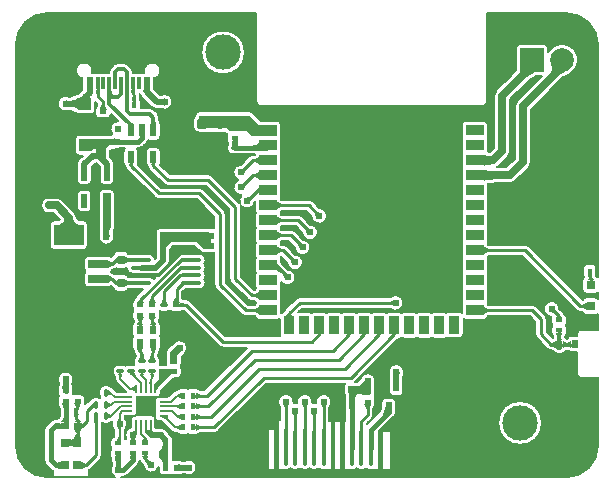
<source format=gtl>
G04 Layer: TopLayer*
G04 EasyEDA Pro v2.2.34.8, 2025-02-19 17:22:18*
G04 Gerber Generator version 0.3*
G04 Scale: 100 percent, Rotated: No, Reflected: No*
G04 Dimensions in millimeters*
G04 Leading zeros omitted, absolute positions, 4 integers and 5 decimals*
%FSLAX45Y45*%
%MOMM*%
%AMRoundRect*1,1,$1,$2,$3*1,1,$1,$4,$5*1,1,$1,0-$2,0-$3*1,1,$1,0-$4,0-$5*20,1,$1,$2,$3,$4,$5,0*20,1,$1,$4,$5,0-$2,0-$3,0*20,1,$1,0-$2,0-$3,0-$4,0-$5,0*20,1,$1,0-$4,0-$5,$2,$3,0*4,1,4,$2,$3,$4,$5,0-$2,0-$3,0-$4,0-$5,$2,$3,0*%
%AMPolygonMacro1*4,1,5,0.3,-0.205,-0.2,-0.205,-0.3,-0.12499,-0.3,0.205,0.3,0.205,0.3,-0.205,0*%
%ADD10C,0.2032*%
%ADD11C,3.0*%
%ADD12RoundRect,0.4X-0.25X-0.2X-0.25X0.2*%
%ADD13RoundRect,0.162X-0.189X-0.31405X-0.189X0.31405*%
%ADD14RoundRect,0.2X0.2X0.1X0.2X-0.1*%
%ADD15RoundRect,0.2033X0.1X-0.2X-0.1X-0.2*%
%ADD16RoundRect,0.2X0.1X-0.2X-0.1X-0.2*%
%ADD17RoundRect,0.2X-0.1X0.2X0.1X0.2*%
%ADD18R,0.79009X0.54*%
%ADD19R,0.79009X0.54*%
%ADD20RoundRect,0.2X-0.2X-0.1X-0.2X0.1*%
%ADD21R,0.54X0.79009*%
%ADD22RoundRect,0.1064X-0.2128X0.4828X0.2128X0.4828*%
%ADD23R,1.0X1.05001*%
%ADD24R,0.4X0.6*%
%ADD25R,0.6X0.4*%
%ADD26R,0.6X0.4*%
%ADD27R,0.48999X1.157*%
%ADD28R,0.48999X1.175*%
%ADD29R,0.7X0.8*%
%ADD30R,0.7X0.7*%
%ADD31R,0.5X0.93599*%
%ADD32R,0.59995X0.4*%
%ADD33PolygonMacro1*%
%ADD34R,1.7X1.7*%
%ADD35R,0.8X0.2*%
%ADD36R,0.2X0.8*%
%ADD37R,0.8X0.2*%
%ADD38O,1.692X0.36401*%
%ADD39O,0.4X3.0*%
%ADD40R,0.4X0.6*%
%ADD41R,0.55001X1.1*%
%ADD42R,0.3X1.1*%
%ADD43O,1.1X2.0*%
%ADD44O,1.2X1.8*%
%ADD45R,1.5X0.9*%
%ADD46R,0.9X1.5*%
%ADD47R,1.5X0.9*%
%ADD48R,0.9X0.9*%
%ADD49R,0.6X0.7*%
%ADD50R,1.85001X0.75001*%
%ADD51R,1.7X0.7*%
%ADD52R,2.49999X1.8*%
%ADD53R,2.0X2.0*%
%ADD54C,2.0*%
%ADD55C,0.6096*%
%ADD56C,0.508*%
%ADD57C,0.254*%
%ADD58C,0.29972*%
%ADD59C,0.39878*%
%ADD60C,0.381*%
%ADD61C,0.50038*%
%ADD62C,0.20066*%
%ADD63C,0.49022*%
%ADD64C,0.635*%
G75*


G04 Copper Start*
G36*
G01X14579175Y3177571D02*
G03X14614959Y3135114I63924J17568D01*
G01X14041400Y3135114D01*
G02X13777214Y3399300I0J264186D01*
G01X13777214Y6799300D01*
G02X14041300Y7063486I264099J87D01*
G01X15813786Y7063486D01*
G01X15813786Y6311900D01*
G03X15849600Y6276086I35814J0D01*
G01X17729200Y6276086D01*
G03X17765014Y6311900I0J35814D01*
G01X17765014Y7063486D01*
G01X18441328Y7063486D01*
G02X18705514Y6799237I0J-264186D01*
G01X18705337Y6062800D01*
G01X18705337Y4827515D01*
G03X18692734Y4835341I-24784J-25853D01*
G01X18692244Y4837223D01*
G03X18693067Y4844858I-34991J7636D01*
G01X18693067Y4904858D01*
G03X18657253Y4940672I-35814J0D01*
G01X18617253Y4940672D01*
G03X18581439Y4904858I0J-35814D01*
G01X18581439Y4844858D01*
G03X18585867Y4827609I35814J0D01*
G03X18574739Y4801662I24686J-25947D01*
G01X18574739Y4721662D01*
G03X18610553Y4685848I35814J0D01*
G01X18680553Y4685848D01*
G03X18705337Y4695809I0J35814D01*
G01X18705337Y4647505D01*
G03X18680553Y4657466I-24784J-25853D01*
G01X18610553Y4657466D01*
G03X18576208Y4631802I0J-35814D01*
G01X18118609Y5089400D01*
G03X18084305Y5103609I-34305J-34305D01*
G01X17777504Y5103609D01*
G01X17775019Y5103874D01*
G03X17770070Y5118595I-35614J-3779D01*
G03X17775218Y5137095I-30666J18500D01*
G01X17775218Y5227095D01*
G03X17770070Y5245595I-35814J0D01*
G03X17775218Y5264095I-30666J18500D01*
G01X17775218Y5354095D01*
G03X17770070Y5372595I-35814J0D01*
G03X17775218Y5391095I-30666J18500D01*
G01X17775218Y5481095D01*
G03X17770070Y5499595I-35814J0D01*
G03X17775218Y5518095I-30666J18500D01*
G01X17775218Y5608095D01*
G03X17774244Y5616394I-35814J0D01*
G02X17834654Y5622036I60411J-320580D01*
G01X17957800Y5622036D01*
G03X18005575Y5641825I0J67564D01*
G01X18119875Y5756125D01*
G03X18139664Y5803900I-47775J47775D01*
G01X18139664Y6245814D01*
G01X18413299Y6519449D01*
G01X18416586Y6522231D01*
G01X18421116Y6525225D01*
G01X18427623Y6528871D01*
G01X18435397Y6532783D01*
G01X18452804Y6540989D01*
G01X18453201Y6541179D01*
G01X18461321Y6545130D01*
G01X18462635Y6545803D01*
G01X18463152Y6546082D01*
G03X18500733Y6761075I-60852J121418D01*
G03X18284114Y6734413I-98433J-93575D01*
G01X18284114Y6767500D01*
G03X18248300Y6803314I-35814J0D01*
G01X18048300Y6803314D01*
G03X18012486Y6767500I0J-35814D01*
G01X18012486Y6580654D01*
G02X17958935Y6522885I-799091J687046D01*
G01X17846525Y6410475D01*
G03X17826736Y6362700I47775J-47775D01*
G01X17826736Y5920786D01*
G01X17792285Y5886334D01*
G02X17773917Y5889527I26311J205786D01*
G03X17775218Y5899095I-34512J9568D01*
G01X17775218Y5989095D01*
G03X17770070Y6007595I-35814J0D01*
G03X17775218Y6026095I-30666J18500D01*
G01X17775218Y6116095D01*
G03X17739404Y6151909I-35814J0D01*
G01X17589405Y6151909D01*
G03X17553591Y6116095I0J-35814D01*
G01X17553591Y6026095D01*
G03X17558739Y6007595I35814J0D01*
G03X17553591Y5989095I30666J-18500D01*
G01X17553591Y5899095D01*
G03X17558739Y5880595I35814J0D01*
G03X17553591Y5862095I30666J-18500D01*
G01X17553591Y5772095D01*
G03X17558739Y5753595I35814J0D01*
G03X17553591Y5735095I30666J-18500D01*
G01X17553591Y5645095D01*
G03X17558739Y5626595I35814J0D01*
G03X17553591Y5608095I30666J-18500D01*
G01X17553591Y5518095D01*
G03X17558739Y5499595I35814J0D01*
G03X17553591Y5481095I30666J-18500D01*
G01X17553591Y5391095D01*
G03X17558739Y5372595I35814J0D01*
G03X17553591Y5354095I30666J-18500D01*
G01X17553591Y5264095D01*
G03X17558739Y5245595I35814J0D01*
G03X17553591Y5227095I30666J-18500D01*
G01X17553591Y5137095D01*
G03X17558739Y5118595I35814J0D01*
G03X17553591Y5100095I30666J-18500D01*
G01X17553591Y5010095D01*
G03X17558739Y4991595I35814J0D01*
G03X17553591Y4973095I30666J-18500D01*
G01X17553591Y4883095D01*
G03X17558739Y4864595I35814J0D01*
G03X17553591Y4846095I30666J-18500D01*
G01X17553591Y4756095D01*
G03X17558739Y4737595I35814J0D01*
G03X17553591Y4719095I30666J-18500D01*
G01X17553591Y4629095D01*
G03X17558739Y4610595I35814J0D01*
G03X17553591Y4592095I30666J-18500D01*
G01X17553591Y4526334D01*
G03X17532900Y4532916I-20691J-29232D01*
G01X17442900Y4532916D01*
G03X17421927Y4526132I0J-35814D01*
G03X17405900Y4529919I-16027J-32028D01*
G01X17315900Y4529919D01*
G03X17297400Y4524770I0J-35814D01*
G03X17278900Y4529919I-18500J-30666D01*
G01X17188900Y4529919D01*
G03X17170400Y4524770I0J-35814D01*
G03X17151900Y4529919I-18500J-30666D01*
G01X17061900Y4529919D01*
G03X17043400Y4524770I0J-35814D01*
G03X17024900Y4529919I-18500J-30666D01*
G01X16934900Y4529919D01*
G03X16916400Y4524770I0J-35814D01*
G03X16897900Y4529919I-18500J-30666D01*
G01X16807900Y4529919D01*
G03X16789400Y4524770I0J-35814D01*
G03X16770900Y4529919I-18500J-30666D01*
G01X16680900Y4529919D01*
G03X16662400Y4524770I0J-35814D01*
G03X16643900Y4529919I-18500J-30666D01*
G01X16553900Y4529919D01*
G03X16535400Y4524770I0J-35814D01*
G03X16516900Y4529919I-18500J-30666D01*
G01X16426900Y4529919D01*
G03X16408400Y4524770I0J-35814D01*
G03X16389900Y4529919I-18500J-30666D01*
G01X16299900Y4529919D01*
G03X16281400Y4524770I0J-35814D01*
G03X16262900Y4529919I-18500J-30666D01*
G01X16172900Y4529919D01*
G03X16167873Y4529564I0J-35814D01*
G01X16199895Y4561586D01*
G01X16947164Y4561586D01*
G01X16949560Y4559677D01*
G03X17058894Y4610100I43040J50423D01*
G03X16949560Y4660523I-66294J0D01*
G01X16947164Y4658614D01*
G01X16179800Y4658614D01*
G03X16145495Y4644405I0J-48514D01*
G01X16056595Y4555505D01*
G03X16043157Y4529813I34305J-34305D01*
G03X16025209Y4523337I2743J-35709D01*
G01X16025209Y4592095D01*
G03X16020061Y4610595I-35814J0D01*
G03X16025209Y4629095I-30666J18500D01*
G01X16025209Y4719095D01*
G03X16020061Y4737595I-35814J0D01*
G03X16025209Y4756095I-30666J18500D01*
G01X16025209Y4786164D01*
G03X16136300Y4794073I52991J39836D01*
G03X16083416Y4892088I-58100J31927D01*
G01X16080376Y4892433D01*
G01X16034693Y4938116D01*
G02X16025209Y4952466I30830J30685D01*
G01X16025209Y4973095D01*
G03X16020061Y4991595I-35814J0D01*
G03X16024246Y5001845I-30666J18500D01*
G01X16075267Y4950824D01*
G01X16075612Y4947784D01*
G03X16188577Y4906123I66088J5216D01*
G03X16146916Y5019088I-46877J46877D01*
G01X16143876Y5019433D01*
G01X16073909Y5089400D01*
G03X16039605Y5103609I-34305J-34305D01*
G01X16027495Y5103609D01*
G01X16025009Y5103874D01*
G03X16020061Y5118595I-35614J-3779D01*
G03X16025009Y5133317I-30666J18500D01*
G01X16027495Y5133581D01*
G01X16083010Y5133581D01*
G01X16138767Y5077824D01*
G01X16139112Y5074784D01*
G03X16252077Y5033123I66088J5216D01*
G03X16210416Y5146088I-46877J46877D01*
G01X16207376Y5146433D01*
G01X16137409Y5216400D01*
G03X16103105Y5230609I-34305J-34305D01*
G01X16027495Y5230609D01*
G01X16025009Y5230874D01*
G03X16020061Y5245595I-35614J-3779D01*
G03X16025009Y5260317I-30666J18500D01*
G01X16027495Y5260581D01*
G01X16141067Y5260581D01*
G03X16146995Y5260096I6915J48019D01*
G01X16202267Y5204824D01*
G01X16202612Y5201784D01*
G03X16315577Y5160123I66088J5216D01*
G03X16273916Y5273088I-46877J46877D01*
G01X16270876Y5273433D01*
G01X16201405Y5342905D01*
G03X16167100Y5357114I-34305J-34305D01*
G01X16154401Y5357114D01*
G03X16147486Y5357609I-6915J-48019D01*
G01X16027495Y5357609D01*
G01X16025009Y5357874D01*
G03X16020061Y5372595I-35614J-3779D01*
G03X16025009Y5387317I-30666J18500D01*
G01X16027495Y5387581D01*
G01X16235410Y5387581D01*
G01X16278467Y5344524D01*
G01X16278812Y5341484D01*
G03X16391777Y5299823I66088J5216D01*
G03X16350116Y5412788I-46877J46877D01*
G01X16347076Y5413133D01*
G01X16289809Y5470400D01*
G03X16255505Y5484609I-34305J-34305D01*
G01X16027495Y5484609D01*
G01X16025009Y5484874D01*
G03X16020061Y5499595I-35614J-3779D01*
G03X16025209Y5518095I-30666J18500D01*
G01X16025209Y5608095D01*
G03X16020061Y5626595I-35814J0D01*
G03X16025209Y5645095I-30666J18500D01*
G01X16025209Y5735095D01*
G03X16020061Y5753595I-35814J0D01*
G03X16025209Y5772095I-30666J18500D01*
G01X16025209Y5862095D01*
G03X16020061Y5880595I-35814J0D01*
G03X16025209Y5899095I-30666J18500D01*
G01X16025209Y5989095D01*
G03X16020061Y6007595I-35814J0D01*
G03X16025209Y6026095I-30666J18500D01*
G01X16025209Y6116095D01*
G03X16007211Y6147164I-35814J0D01*
G03X15988980Y6152151I-18230J-30827D01*
G01X15854209Y6152151D01*
G01X15785552Y6220808D01*
G03X15760227Y6231298I-25324J-25324D01*
G01X15330929Y6231298D01*
G03X15295115Y6195484I0J-35814D01*
G01X15295115Y6192022D01*
G03X15273486Y6147902I34185J-44120D01*
G01X15273486Y6107902D01*
G03X15329300Y6052088I55814J0D01*
G01X15379300Y6052088D01*
G01X15381819Y6052145D01*
G01X15473610Y6052145D01*
G03X15487800Y6049790I14189J41558D01*
G01X15525600Y6049790D01*
G03X15539790Y6052145I0J43914D01*
G01X15548401Y6052145D01*
G01X15558248Y6042298D01*
G03X15569893Y6034524I25324J25324D01*
G03X15567885Y6022700I33806J-11824D01*
G01X15567885Y5982700D01*
G03X15570422Y5969461I35814J0D01*
G02X15574696Y5956634I-110381J-43913D01*
G03X15567886Y5932600I39004J-24034D01*
G01X15567886Y5912600D01*
G03X15613700Y5866786I45814J0D01*
G01X15653700Y5866786D01*
G01X15654890Y5866806D01*
G02X15710850Y5867736I55960J-1682807D01*
G01X15782246Y5867736D01*
G02X15803923Y5867030I0J-333010D01*
G01X15803781Y5865874D01*
G01X15801296Y5865609D01*
G01X15786595Y5865609D01*
G03X15752291Y5851400I0J-48514D01*
G01X15682324Y5781433D01*
G01X15679284Y5781088D01*
G03X15618580Y5722034I5216J-66088D01*
G03X15665457Y5651500I65920J-7034D01*
G03X15619346Y5575758I19043J-63500D01*
G03X15689804Y5521919I65154J12242D01*
G03X15672783Y5451642I45496J-48219D01*
G03X15668005Y5457205I-39083J-28742D01*
G01X15439405Y5685805D01*
G03X15405100Y5700014I-34305J-34305D01*
G01X15082295Y5700014D01*
G01X15001749Y5780560D01*
G03X15003710Y5793110I-39173J12550D01*
G01X15003710Y5889671D01*
G03X14962576Y5930805I-41134J0D01*
G01X14920016Y5930805D01*
G03X14878882Y5889671I0J-41134D01*
G01X14878882Y5793110D01*
G03X14894102Y5761165I41134J0D01*
G03X14906991Y5738099I47194J11239D01*
G01X15027895Y5617195D01*
G03X15062200Y5602986I34305J34305D01*
G01X15385005Y5602986D01*
G01X15585186Y5402805D01*
G01X15585186Y4813300D01*
G03X15599395Y4778995I48514J0D01*
G01X15739095Y4639295D01*
G03X15773400Y4625086I34305J34305D01*
G01X15801296Y4625086D01*
G02X15803839Y4624809I0J-11811D01*
G03X15808730Y4610595I35557J4287D01*
G03X15803781Y4595874I30666J-18500D01*
G01X15801296Y4595609D01*
G01X15742200Y4595609D01*
G01X15555214Y4782595D01*
G01X15555214Y5359400D01*
G03X15541005Y5393705I-48514J0D01*
G01X15363205Y5571505D01*
G03X15328900Y5585714I-34305J-34305D01*
G01X15006095Y5585714D01*
G01X14811632Y5780177D01*
G03X14813718Y5793110I-39048J12933D01*
G01X14813718Y5889671D01*
G03X14801579Y5918848I-41134J0D01*
G01X14813801Y5918848D01*
G03X14853224Y5935177I0J55753D01*
G01X14885723Y5967677D01*
G03X14898608Y5987805I-39423J39423D01*
G03X14920016Y5981795I21408J35124D01*
G01X14962576Y5981795D01*
G03X15003710Y6022929I0J41134D01*
G01X15003710Y6119490D01*
G03X14994412Y6145537I-41134J0D01*
G02X14992096Y6169768I125581J24231D01*
G01X14992096Y6178804D01*
G03X14977217Y6214725I-50800J0D01*
G01X14945721Y6246221D01*
G03X14909800Y6261100I-35921J-35921D01*
G01X14834214Y6261100D01*
G01X14834214Y6316499D01*
G03X14831678Y6329737I-35814J0D01*
G02X14826914Y6354599I62498J24862D01*
G01X14826914Y6367100D01*
G03X14825629Y6378085I-48527J-111D01*
G01X14825770Y6378085D01*
G03X14840608Y6353772I58162J18813D01*
G01X14925765Y6268615D01*
G03X14969050Y6250686I43285J43285D01*
G01X14999643Y6250686D01*
G01X15004744Y6250520D01*
G01X15008899Y6250144D01*
G01X15015575Y6249096D01*
G03X15103094Y6311900I21225J62804D01*
G03X15015575Y6374704I-66294J0D01*
G01X15008899Y6373656D01*
G01X15004744Y6373280D01*
G01X14999643Y6373114D01*
G01X14994405Y6373114D01*
G01X14947208Y6420312D01*
G01X14947208Y6506556D01*
G03X14970998Y6635596I-14318J69353D01*
G03X14863952Y6559713I-38108J-59687D01*
G01X14856393Y6559713D01*
G03X14845144Y6557900I0J-35814D01*
G03X14833895Y6559713I-11249J-34002D01*
G01X14803895Y6559713D01*
G03X14793888Y6558286I0J-35814D01*
G03X14783882Y6559713I-10006J-34388D01*
G01X14769695Y6559713D01*
G01X14769695Y6559713D01*
G01X14769695Y6566305D01*
G01X14769695Y6566305D01*
G03X14754816Y6602226I-50800J0D01*
G01X14729821Y6627221D01*
G03X14693900Y6642100I-35921J-35921D01*
G01X14643100Y6642100D01*
G03X14607179Y6627221I0J-50800D01*
G01X14582974Y6603016D01*
G03X14568095Y6567095I35921J-35921D01*
G01X14568095Y6567095D01*
G01X14568095Y6559713D01*
G01X14568095Y6559713D01*
G01X14553908Y6559713D01*
G03X14543902Y6558286I0J-35814D01*
G03X14533895Y6559713I-10006J-34388D01*
G01X14503895Y6559713D01*
G03X14493889Y6558286I0J-35814D01*
G03X14483883Y6559713I-10006J-34388D01*
G01X14453883Y6559713D01*
G03X14442634Y6557900I0J-35814D01*
G03X14431385Y6559713I-11249J-34002D01*
G01X14423826Y6559713D01*
G03X14316779Y6635596I-68938J16196D01*
G03X14340569Y6506556I38108J-59687D01*
G01X14340569Y6413899D01*
G01X14340572Y6413442D01*
G01X14320415Y6393285D01*
G03X14313284Y6384718I43285J-43285D01*
G03X14291086Y6376678I416J-35812D01*
G02X14237500Y6357620I-53586J65806D01*
G01X14235757Y6357620D01*
G01X14230656Y6357786D01*
G01X14226501Y6358162D01*
G01X14219825Y6359210D01*
G03X14132306Y6296406I-21225J-62804D01*
G03X14219825Y6233602I66294J0D01*
G01X14226501Y6234650D01*
G01X14230656Y6235026D01*
G01X14235757Y6235192D01*
G01X14237500Y6235192D01*
G02X14291086Y6216134I0J-84864D01*
G03X14313700Y6208091I22614J27771D01*
G01X14413700Y6208091D01*
G03X14449514Y6243905I0J35814D01*
G01X14449514Y6309877D01*
G01X14467586Y6291805D01*
G01X14467586Y6285500D01*
G02X14462530Y6274366I-14788J0D01*
G03X14450285Y6247400I23569J-26966D01*
G01X14450285Y6207400D01*
G03X14486099Y6171586I35814J0D01*
G01X14546099Y6171586D01*
G03X14581913Y6207400I0J35814D01*
G01X14581913Y6212345D01*
G01X14644683Y6149575D01*
G03X14582734Y6110701I-1583J-66275D01*
G03X14594255Y6038478I60366J-27401D01*
G03X14581281Y6030364I12065J-33721D01*
G01X14581281Y6030364D01*
G01X14546170Y6030415D01*
G01X14546170Y6030415D01*
G01X14485946Y6030414D01*
G01X14485946Y6030414D01*
G01X14458201Y6030354D01*
G01X14458201Y6030354D01*
G03X14454256Y6030214I0J-55753D01*
G01X14431332Y6030214D01*
G03X14413733Y6034836I-17598J-31192D01*
G01X14313667Y6034836D01*
G03X14277853Y5999022I0J-35814D01*
G01X14277853Y5893684D01*
G03X14313667Y5857870I35814J0D01*
G01X14345058Y5857870D01*
G01X14314948Y5827760D01*
G03X14312529Y5825195I42656J-42656D01*
G01X14307738Y5820405D01*
G03X14297249Y5795081I25324J-25324D01*
G01X14297249Y5645666D01*
G03X14298614Y5635869I35814J0D01*
G03X14333104Y5609703I34490J9648D01*
G01X14382104Y5609703D01*
G03X14409050Y5621927I0J35814D01*
G03X14418048Y5645666I-26816J23739D01*
G01X14418048Y5759920D01*
G01X14451890Y5793762D01*
G01X14453551Y5793673D01*
G01X14487152Y5760072D01*
G01X14487152Y5645367D01*
G03X14522966Y5609553I35814J0D01*
G01X14572436Y5609553D01*
G03X14608250Y5645367I0J35814D01*
G01X14608250Y5795379D01*
G03X14597760Y5820703I-35814J0D01*
G01X14572025Y5846439D01*
G01X14572025Y5854700D01*
G03X14571742Y5860536I-60325J0D01*
G01X14571742Y5897793D01*
G01X14582531Y5908582D01*
G01X14615358Y5908582D01*
G03X14657261Y5918848I6036J66019D01*
G01X14701029Y5918848D01*
G03X14688890Y5889671I28995J-29177D01*
G01X14688890Y5793110D01*
G03X14703965Y5761283I41134J0D01*
G03X14716999Y5737591I47339J10613D01*
G01X14951695Y5502895D01*
G03X14986000Y5488686I34305J34305D01*
G01X15308805Y5488686D01*
G01X15458186Y5339305D01*
G01X15458186Y5241018D01*
G03X15407114Y5242814I-27686J-60236D01*
G01X15179986Y5242814D01*
G03X15170550Y5244079I-9436J-34549D01*
G01X15116550Y5244079D01*
G03X15113710Y5243967I0J-35814D01*
G01X14996450Y5243967D01*
G03X14960717Y5210563I0J-35814D01*
G03X14960617Y5207885I35714J-2678D01*
G01X14960617Y5128876D01*
G01X14960636Y5127708D01*
G01X14960636Y4992525D01*
G01X14954044Y4985933D01*
G03X14901295Y5028325I-52749J-11623D01*
G01X14768496Y5028325D01*
G01X14766440Y5028286D01*
G01X14761925Y5028212D01*
G03X14758763Y5028020I586J-35809D01*
G01X14753771Y5027495D01*
G03X14749456Y5026772I3748J-35617D01*
G01X14741765Y5024995D01*
G01X14741442Y5024919D01*
G01X14735717Y5023540D01*
G01X14734269Y5023360D01*
G01X14732238Y5023284D01*
G01X14730013Y5023764D01*
G03X14695500Y5050010I-34512J-9567D01*
G01X14641500Y5050010D01*
G03X14605951Y5018549I0J-35814D01*
G03X14592387Y5008996I20740J-43857D01*
G01X14583655Y5000265D01*
G03X14560341Y5008892I-23314J-27186D01*
G01X14390341Y5008892D01*
G03X14354527Y4973078I0J-35814D01*
G01X14354527Y4903079D01*
G03X14367394Y4875582I35814J0D01*
G03X14354527Y4848085I22947J-27497D01*
G01X14354527Y4778085D01*
G03X14390341Y4742271I35814J0D01*
G01X14560341Y4742271D01*
G03X14584937Y4752053I0J35814D01*
G01X14592387Y4744604D01*
G03X14605951Y4735051I34305J34305D01*
G03X14641500Y4703590I35549J4352D01*
G01X14695500Y4703590D01*
G03X14730013Y4729836I0J35814D01*
G01X14732238Y4730316D01*
G01X14734269Y4730240D01*
G01X14735717Y4730060D01*
G01X14741442Y4728681D01*
G01X14741765Y4728605D01*
G01X14749456Y4726828D01*
G03X14753771Y4726105I8063J34894D01*
G01X14758763Y4725580D01*
G03X14761925Y4725388I3748J35617D01*
G01X14766440Y4725314D01*
G01X14768496Y4725275D01*
G01X14854766Y4725275D01*
G01X14796447Y4666956D01*
G03X14783418Y4643289I34305J-34305D01*
G03X14764937Y4611949I17334J-31340D01*
G01X14764937Y4571949D01*
G03X14772888Y4549449I35814J0D01*
G03X14764937Y4526949I27864J-22500D01*
G01X14764937Y4486949D01*
G03X14779151Y4458382I35814J0D01*
G03X14778621Y4451235I47985J-7147D01*
G01X14778416Y4450820D01*
G03X14764321Y4422343I21719J-28476D01*
G01X14764321Y4343334D01*
G03X14767616Y4328330I35814J0D01*
G03X14764321Y4313327I32520J-15004D01*
G01X14764321Y4234317D01*
G03X14773695Y4210161I35814J0D01*
G02X14778621Y4197465I-13896J-12696D01*
G03X14792831Y4163160I48514J0D01*
G01X14793455Y4162535D01*
G01X14793090Y4160585D01*
G03X14777128Y4125832I29851J-34754D01*
G01X14777128Y4105832D01*
G03X14781817Y4085641I45814J0D01*
G03X14772722Y4086553I-9096J-44902D01*
G01X14732722Y4086553D01*
G03X14707803Y4079183I0J-45814D01*
G03X14682383Y4086882I-25419J-38115D01*
G01X14642383Y4086882D01*
G03X14596569Y4041068I0J-45814D01*
G01X14596569Y4021068D01*
G03X14616336Y3983379I45814J0D01*
G01X14616536Y3980969D01*
G01X14616536Y3968517D01*
G03X14629965Y3936098I45847J0D01*
G01X14706910Y3859153D01*
G01X14633385Y3859153D01*
G01X14610938Y3881599D01*
G03X14590007Y3893565I-32419J-32419D01*
G03X14551222Y3914995I-38786J-24384D01*
G01X14531222Y3914995D01*
G03X14485408Y3869181I0J-45814D01*
G01X14485408Y3829181D01*
G03X14492912Y3804055I45814J0D01*
G03X14466222Y3812633I-26691J-37236D01*
G01X14446222Y3812633D01*
G03X14407242Y3790892I0J-45814D01*
G03X14393214Y3781124I20277J-44073D01*
G01X14365333Y3753242D01*
G03X14366015Y3760200I-35132J6958D01*
G01X14366015Y3800200D01*
G03X14330201Y3836014I-35814J0D01*
G01X14270201Y3836014D01*
G03X14263016Y3835286I0J-35814D01*
G03X14264415Y3845200I-34414J9914D01*
G01X14264415Y3885200D01*
G03X14261879Y3898438I-35814J0D01*
G02X14254494Y3926750I110387J43912D01*
G03X14198601Y4028694I-55893J35650D01*
G03X14142709Y3926750I0J-66294D01*
G02X14135324Y3898438I-117771J15600D01*
G03X14132787Y3885200I33278J-13238D01*
G01X14132787Y3845200D01*
G03X14140738Y3822700I35814J0D01*
G03X14132787Y3800200I27864J-22500D01*
G01X14132787Y3760200D01*
G03X14138236Y3741210I35814J0D01*
G02X14148452Y3713300I-61020J-38160D01*
G01X14148256Y3707039D01*
G01X14148236Y3705849D01*
G01X14148236Y3665849D01*
G01X14148256Y3664658D01*
G02X14148686Y3649748I-1682807J-55960D01*
G02X14140363Y3632230I-35123J5950D01*
G01X14138838Y3631639D01*
G02X14112549Y3626413I-26289J63503D01*
G03X14073754Y3610343I0J-54864D01*
G01X14032805Y3569395D01*
G03X14016736Y3530600I38795J-38795D01*
G01X14016736Y3276600D01*
G03X14032805Y3237805I54864J0D01*
G01X14075651Y3194959D01*
G03X14096143Y3182033I38795J38795D01*
G01X14096143Y3146458D01*
G03X14106557Y3136044I10414J0D01*
G01X14385329Y3136044D01*
G03X14395743Y3146458I0J10414D01*
G01X14395743Y3191643D01*
G03X14405959Y3199449I-24089J42111D01*
G01X14490526Y3284017D01*
G03X14504736Y3318322I-34305J34305D01*
G01X14504736Y3593662D01*
G01X14504739Y3594377D01*
G03X14531222Y3585948I26482J37385D01*
G01X14551222Y3585948D01*
G03X14589100Y3605991I0J45814D01*
G03X14593036Y3606388I-2638J45771D01*
G03X14606151Y3541328I62873J-21178D01*
G03X14608268Y3539046I49648J43932D01*
G01X14609952Y3537245D01*
G01X14609952Y3476375D01*
G03X14577285Y3440700I3147J-35675D01*
G01X14577285Y3400700D01*
G03X14585235Y3378200I35814J0D01*
G03X14577285Y3355700I27864J-22500D01*
G01X14577285Y3315700D01*
G03X14579821Y3302462I35814J0D01*
G02X14588235Y3258550I-110387J-43912D01*
G01X14588235Y3232353D01*
G03X14579175Y3177571I54864J-37213D01*
G37*
%LPC*%
G36*
G01X14100329Y5308901D02*
G03X14064515Y5273087I0J-35814D01*
G01X14064515Y5093087D01*
G03X14100329Y5057273I35814J0D01*
G01X14350329Y5057273D01*
G03X14386143Y5093087I0J35814D01*
G01X14386143Y5273087D01*
G03X14350329Y5308901I-35814J0D01*
G01X14309583Y5308901D01*
G02X14292893Y5332671I8581J23770D01*
G03X14273104Y5380446I-67564J0D01*
G01X14170670Y5482880D01*
G03X14122895Y5502669I-47775J-47775D01*
G01X14058405Y5502669D01*
G03X14058405Y5367541I0J-67564D01*
G01X14094909Y5367541D01*
G01X14148954Y5313496D01*
G02X14141074Y5308901I-16461J19175D01*
G01X14100329Y5308901D01*
G37*
G36*
G01X14417918Y5531383D02*
G03X14382104Y5567197I-35814J0D01*
G01X14333104Y5567197D01*
G03X14297290Y5531383I0J-35814D01*
G01X14297290Y5413883D01*
G03X14333104Y5378069I35814J0D01*
G01X14382104Y5378069D01*
G03X14417918Y5413883I0J35814D01*
G01X14417918Y5531383D01*
G37*
G36*
G01X14480286Y5231992D02*
G03X14482683Y5219110I35814J0D01*
G01X14482725Y5218652D01*
G01X14482890Y5213551D01*
G01X14482890Y5206057D01*
G01X14482725Y5200956D01*
G01X14482348Y5196801D01*
G01X14481300Y5190125D01*
G03X14544104Y5102606I62804J-21225D01*
G03X14606909Y5190125I0J66294D01*
G01X14605860Y5196801D01*
G01X14605484Y5200956D01*
G01X14605318Y5206057D01*
G01X14605318Y5213551D01*
G01X14605484Y5218652D01*
G01X14605654Y5220527D01*
G03X14615414Y5245100I-26054J24573D01*
G01X14615414Y5537200D01*
G03X14579600Y5573014I-35814J0D01*
G01X14516100Y5573014D01*
G03X14480286Y5537200I0J-35814D01*
G01X14480286Y5268656D01*
G03X14480286Y5232761I63818J-17948D01*
G01X14480286Y5231992D01*
G37*
G36*
G01X15346286Y6731000D02*
G03X15717914Y6731000I185814J0D01*
G03X15346286Y6731000I-185814J0D01*
G37*
%LPD*%
G36*
G01X14834499Y4852079D02*
G01X14971331Y4852079D01*
G03X14983816Y4854325I0J35814D01*
G01X14943048Y4813557D01*
G03X14901295Y4833304I-41753J-34267D01*
G01X14768496Y4833304D01*
G03X14764230Y4833135I0J-54014D01*
G01X14759671Y4832872D01*
G03X14756623Y4832565I2064J-35754D01*
G01X14751630Y4831845D01*
G03X14747706Y4831053I5112J-35447D01*
G01X14740191Y4829093D01*
G01X14734783Y4827736D01*
G01X14733503Y4827576D01*
G01X14732064Y4827523D01*
G01X14730013Y4827980D01*
G03X14695500Y4854227I-34512J-9567D01*
G01X14641500Y4854227D01*
G03X14624256Y4849802I0J-35814D01*
G03X14593424Y4861801I-31956J-36502D01*
G03X14583288Y4875582I-33083J-13716D01*
G03X14593558Y4889689I-22947J27497D01*
G03X14624353Y4903744I-3480J48389D01*
G03X14641500Y4899373I17146J31443D01*
G01X14695500Y4899373D01*
G03X14714660Y4904929I0J35814D01*
G03X14768496Y4855298I53836J4383D01*
G01X14819660Y4855298D01*
G03X14834499Y4852079I14839J32595D01*
G37*
G36*
G01X18441151Y3135114D02*
G01X14671239Y3135114D01*
G03X14680312Y3140275I-28140J60025D01*
G01X14688639Y3140275D01*
G03X14727434Y3156345I0J54864D01*
G01X14808893Y3237804D01*
G03X14824962Y3276294I-38795J38795D01*
G03X14837395Y3254995I46738J13006D01*
G01X14856067Y3236324D01*
G01X14856412Y3233284D01*
G03X14916252Y3172501I66088J5216D01*
G03X14986436Y3220975I6248J65999D01*
G01X14986436Y3185714D01*
G03X15022250Y3149900I35814J0D01*
G01X15069561Y3149900D01*
G03X15089877Y3156220I0J35814D01*
G03X15109846Y3150136I19970J29730D01*
G01X15149846Y3150136D01*
G03X15163084Y3152672I0J35814D01*
G02X15202891Y3161015I43912J-110387D01*
G03X15306294Y3215950I37109J54935D01*
G03X15202891Y3270885I-66294J0D01*
G02X15163084Y3279227I4105J118729D01*
G03X15149846Y3281764I-13238J-33278D01*
G01X15109846Y3281764D01*
G03X15105375Y3281484I0J-35814D01*
G01X15105375Y3299609D01*
G03X15105560Y3303248I-35629J3640D01*
G01X15105560Y3357249D01*
G03X15105375Y3360888I-35814J0D01*
G01X15105375Y3462076D01*
G03X15094885Y3487400I-35814J0D01*
G01X15041472Y3540813D01*
G03X15016148Y3551303I-25324J-25324D01*
G01X14963671Y3551303D01*
G01X14963671Y3583309D01*
G01X14963638Y3585048D01*
G01X14963638Y3616856D01*
G03X14987806Y3607472I24168J26430D01*
G01X15006493Y3607472D01*
G02X15014129Y3602125I-11345J-24327D01*
G01X15091973Y3524281D01*
G03X15124392Y3510852I32419J32419D01*
G01X15143177Y3510852D01*
G03X15175294Y3490885I32117J15847D01*
G01X15215294Y3490885D01*
G03X15237794Y3498836I0J35814D01*
G03X15260294Y3490885I22500J27864D01*
G01X15300294Y3490885D01*
G03X15327258Y3503129I0J35814D01*
G02X15338394Y3508185I11136J-9734D01*
G01X15456599Y3508185D01*
G03X15490904Y3522395I0J48514D01*
G01X15895095Y3926586D01*
G01X16564141Y3926586D01*
G03X16556983Y3905104I28656J-21482D01*
G01X16556983Y3851302D01*
G03X16565015Y3828701I35814J0D01*
G01X16565015Y3823439D01*
G03X16564837Y3818990I55575J-4449D01*
G01X16564837Y3818990D01*
G01X16564776Y3783998D01*
G01X16564776Y3743874D01*
G03X16565262Y3737218I45814J0D01*
G02X16567832Y3684057I-548582J-53160D01*
G01X16567832Y3610918D01*
G01X16564593Y3610918D01*
G03X16554179Y3600504I0J-10414D01*
G01X16554179Y3203831D01*
G03X16564593Y3193417I10414J0D01*
G01X16602196Y3193417D01*
G03X16607370Y3194793I0J10414D01*
G03X16663585Y3209275I16215J53407D01*
G03X16743585Y3209274I40000J38925D01*
G03X16801399Y3195305I40000J38926D01*
G03X16804669Y3194779I3270J9887D01*
G01X16842272Y3194779D01*
G03X16852686Y3205193I0J10414D01*
G01X16852686Y3527740D01*
G01X16938564Y3613617D01*
G02X16979979Y3649286I259929J-259928D01*
G03X16994504Y3678085I-21289J28799D01*
G01X16994504Y3771684D01*
G03X16958690Y3807498I-35814J0D01*
G01X16908690Y3807498D01*
G03X16872876Y3771684I0J-35814D01*
G01X16872876Y3733085D01*
G02X16860231Y3692977I-69928J0D01*
G01X16752099Y3584846D01*
G01X16752099Y3589790D01*
G01X16790196Y3627887D01*
G03X16804405Y3662191I-34305J34305D01*
G01X16804405Y3714074D01*
G02X16809462Y3725209I14790J0D01*
G03X16821705Y3752174I-23570J26964D01*
G01X16821705Y3792174D01*
G03X16813917Y3814471I-35814J0D01*
G03X16821767Y3836847I-27964J22375D01*
G01X16821767Y3942266D01*
G03X16767841Y4014908I-65876J7434D01*
G03X16691660Y3966109I-11949J-65208D01*
G01X16666539Y3940988D01*
G01X16646096Y3940988D01*
G01X17013400Y4308291D01*
G01X17024900Y4308291D01*
G03X17043400Y4313439I0J35814D01*
G03X17061900Y4308291I18500J30666D01*
G01X17151900Y4308291D01*
G03X17170400Y4313439I0J35814D01*
G03X17188900Y4308291I18500J30666D01*
G01X17278900Y4308291D01*
G03X17297400Y4313439I0J35814D01*
G03X17315900Y4308291I18500J30666D01*
G01X17405900Y4308291D01*
G03X17426873Y4315074I0J35814D01*
G03X17442900Y4311288I16027J32028D01*
G01X17532900Y4311288D01*
G03X17568714Y4347102I0J35814D01*
G01X17568714Y4472863D01*
G03X17589405Y4466281I20691J29232D01*
G01X17739404Y4466281D01*
G03X17774961Y4497809I0J35814D01*
G02X17777504Y4498086I2543J-11534D01*
G01X18128205Y4498086D01*
G01X18175986Y4450305D01*
G01X18175986Y4343400D01*
G03X18190195Y4309095I48514J0D01*
G01X18276977Y4222314D01*
G03X18311282Y4208104I34305J34305D01*
G01X18314673Y4208104D01*
G02X18321301Y4206173I0J-12342D01*
G03X18360873Y4181300I39571J19041D01*
G01X18398673Y4181300D01*
G03X18438245Y4206173I0J43914D01*
G02X18444053Y4208077I6629J-10411D01*
G02X18456012Y4202791I-1004J-18442D01*
G03X18481149Y4192487I25137J25510D01*
G01X18530336Y4192487D01*
G01X18530336Y4008300D01*
G03X18566150Y3972486I35814J0D01*
G01X18705337Y3972486D01*
G01X18705337Y3399300D01*
G02X18441151Y3135114I-264186J0D01*
G37*
%LPC*%
G36*
G01X15962038Y3543528D02*
G01X15924460Y3543528D01*
G03X15914046Y3533114I0J-10414D01*
G01X15914046Y3204615D01*
G03X15924460Y3194201I10414J0D01*
G01X15962038Y3194201D01*
G03X15972452Y3204615I0J10414D01*
G01X15972452Y3533114D01*
G03X15962038Y3543528I-10414J0D01*
G37*
G36*
G01X16399847Y3194808D02*
G03X16404878Y3193512I5031J9118D01*
G01X16442482Y3193512D01*
G03X16452896Y3203926I0J10414D01*
G01X16452896Y3600492D01*
G03X16442482Y3610906I-10414J0D01*
G01X16432099Y3610906D01*
G01X16432099Y3726463D01*
G01X16434008Y3728861D01*
G03X16400988Y3835869I-50423J43039D01*
G03X16318307Y3760339I-17404J-63969D01*
G03X16288863Y3760339I-14722J-64639D01*
G03X16223585Y3838194I-65278J11561D01*
G03X16158307Y3760339I0J-66294D01*
G03X16143585Y3761994I-14722J-64639D01*
G03X16128863Y3760339I-0J-66294D01*
G03X16046181Y3835869I-65278J11561D01*
G03X16013162Y3728860I17404J-63969D01*
G01X16015071Y3726464D01*
G01X16015071Y3615788D01*
G01X16004861Y3615788D01*
G03X15994447Y3605374I0J-10414D01*
G01X15994447Y3203327D01*
G03X16004861Y3192913I10414J0D01*
G01X16042464Y3192913D01*
G03X16048108Y3194575I0J10414D01*
G03X16103585Y3209274I15477J53625D01*
G03X16183585Y3209275I40000J38926D01*
G03X16263585Y3209275I40000J38925D01*
G03X16343585Y3209274I40000J38925D01*
G03X16399847Y3194808I40000J38926D01*
G37*
G36*
G01X16522452Y3611249D02*
G01X16484848Y3611249D01*
G03X16474434Y3600835I0J-10414D01*
G01X16474434Y3204002D01*
G03X16484848Y3193588I10414J0D01*
G01X16522452Y3193588D01*
G03X16532866Y3204002I0J10414D01*
G01X16532866Y3600835D01*
G03X16522452Y3611249I-10414J0D01*
G37*
G36*
G01X16940682Y3527466D02*
G01X16889044Y3527466D01*
G03X16878630Y3517052I0J-10414D01*
G01X16878630Y3205503D01*
G03X16889044Y3195089I10414J0D01*
G01X16940682Y3195089D01*
G03X16951096Y3205503I0J10414D01*
G01X16951096Y3517052D01*
G03X16940682Y3527466I-10414J0D01*
G37*
G36*
G01X16937856Y3904463D02*
G01X16937875Y3902941D01*
G01X16937875Y3857663D01*
G03X16973689Y3821849I35814J0D01*
G01X17023689Y3821849D01*
G03X17059503Y3857663I0J35814D01*
G01X17059503Y3902941D01*
G01X17059522Y3904463D01*
G01X17059522Y3988699D01*
G01X17059696Y3993680D01*
G01X17060085Y3997676D01*
G01X17061054Y4003417D01*
G03X16998689Y4092194I-62365J22483D01*
G03X16936324Y4003417I0J-66294D01*
G01X16937293Y3997676D01*
G01X16937682Y3993680D01*
G01X16937856Y3988699D01*
G01X16937856Y3904463D01*
G37*
G36*
G01X17860886Y3594100D02*
G03X18232514Y3594100I185814J0D01*
G03X17860886Y3594100I-185814J0D01*
G37*
%LPD*%
G36*
G01X14704821Y3629879D02*
G01X14701646Y3633275D01*
G01X14701646Y3647469D01*
G01X14727806Y3647469D01*
G01X14729546Y3647502D01*
G01X14761402Y3647502D01*
G03X14751995Y3623308I26407J-24193D01*
G01X14751995Y3585048D01*
G01X14751962Y3583309D01*
G01X14751962Y3556241D01*
G03X14711286Y3461971I18242J-63781D01*
G03X14706599Y3453364I28813J-21271D01*
G03X14704967Y3457041I-33500J-12664D01*
G02X14701646Y3470799I26831J13758D01*
G01X14701646Y3537245D01*
G01X14703329Y3539046D01*
G03X14705446Y3541328I-47531J46214D01*
G03X14707548Y3626588I-49758J43882D01*
G03X14704821Y3629879I-28889J-21168D01*
G37*
G36*
G01X14803620Y3683316D02*
G01X14803620Y3703316D01*
G03X14802195Y3713318I-35814J0D01*
G03X14803620Y3723321I-34389J10003D01*
G01X14803620Y3743321D01*
G03X14802199Y3753311I-35814J0D01*
G03X14803620Y3763301I-34393J9990D01*
G01X14803620Y3783301D01*
G03X14802195Y3793303I-35814J0D01*
G03X14803620Y3803306I-34389J10003D01*
G01X14803620Y3807494D01*
G01X14807809Y3807494D01*
G03X14817811Y3808919I0J35814D01*
G03X14827814Y3807494I10003J34389D01*
G01X14847814Y3807494D01*
G03X14857816Y3808919I0J35814D01*
G03X14867819Y3807494I10003J34389D01*
G01X14887819Y3807494D01*
G03X14897821Y3808919I0J35814D01*
G03X14907824Y3807494I10003J34389D01*
G01X14927824Y3807494D01*
G03X14937826Y3808919I0J35814D01*
G03X14947829Y3807494I10003J34389D01*
G01X14961422Y3807494D01*
G03X14951992Y3783275I26383J-24219D01*
G01X14951992Y3763275D01*
G03X14953413Y3753285I35814J0D01*
G03X14951992Y3743296I34393J-9990D01*
G01X14951992Y3723296D01*
G03X14953417Y3713293I35814J0D01*
G03X14951992Y3703291I34389J-10003D01*
G01X14951992Y3683291D01*
G03X14953417Y3673288I35814J0D01*
G03X14951992Y3663286I34389J-10003D01*
G01X14951992Y3649738D01*
G03X14927824Y3659122I-24168J-26430D01*
G01X14907824Y3659122D01*
G03X14897821Y3657697I0J-35814D01*
G03X14887819Y3659122I-10003J-34389D01*
G01X14867819Y3659122D01*
G03X14857816Y3657697I0J-35814D01*
G03X14847814Y3659122I-10003J-34389D01*
G01X14827814Y3659122D01*
G03X14817811Y3657697I0J-35814D01*
G03X14807809Y3659122I-10003J-34389D01*
G01X14794213Y3659122D01*
G03X14803620Y3683316I-26407J24194D01*
G37*
G36*
G01X14999212Y4105907D02*
G01X14999212Y4125907D01*
G03X14983250Y4160660I-45814J0D01*
G02X14981997Y4170621I65925J13346D01*
G03X14989949Y4197235I-40562J26615D01*
G02X14995227Y4211138I20950J0D01*
G03X15004250Y4234905I-26792J23767D01*
G01X15004250Y4313914D01*
G03X15000955Y4328918I-35814J0D01*
G03X15004250Y4343921I-32520J15004D01*
G01X15004250Y4422931D01*
G03X14989949Y4451563I-35814J0D01*
G03X14988646Y4462634I-48514J-98D01*
G03X14998165Y4486949I-26295J24315D01*
G01X14998165Y4526949D01*
G03X14995737Y4539910I-35814J0D01*
G03X15013950Y4536135I18213J42038D01*
G01X15053950Y4536135D01*
G03X15081541Y4545375I0J45814D01*
G03X15105551Y4536135I24010J26574D01*
G01X15165551Y4536135D01*
G03X15178789Y4538671I0J35814D01*
G02X15200053Y4543338I24862J-62498D01*
G01X15497795Y4245595D01*
G03X15532100Y4231386I34305J34305D01*
G01X15732477Y4231386D01*
G01X15372305Y3871214D01*
G01X15338394Y3871214D01*
G02X15328757Y3875980I0J12125D01*
G03X15300294Y3890057I-28463J-21737D01*
G01X15260294Y3890057D01*
G03X15237794Y3882107I0J-35814D01*
G03X15215294Y3890057I-22500J-27864D01*
G01X15175294Y3890057D01*
G03X15143177Y3870091I0J-35814D01*
G01X15139944Y3870091D01*
G03X15107525Y3856662I0J-45847D01*
G01X15069985Y3819122D01*
G01X15027806Y3819122D01*
G01X15026066Y3819089D01*
G01X14994662Y3819089D01*
G03X15004093Y3843308I-26383J24219D01*
G01X15004093Y3862915D01*
G01X15004237Y3863191D01*
G01X15115536Y3974491D01*
G01X15144992Y3974491D01*
G03X15180806Y4010305I0J35814D01*
G01X15180806Y4050978D01*
G03X15173043Y4073245I-35814J0D01*
G03X15180787Y4095488I-28070J22243D01*
G01X15180787Y4135488D01*
G03X15180661Y4138492I-35814J0D01*
G01X15180661Y4152709D01*
G01X15205577Y4177626D01*
G03X15210879Y4275774I-41777J51474D01*
G03X15112689Y4271320I-47079J-46674D01*
G01X15059863Y4218494D01*
G03X15049373Y4193170I25324J-25324D01*
G01X15049373Y4139398D01*
G03X15049159Y4135488I35600J-3910D01*
G01X15049159Y4095488D01*
G03X15050231Y4086792I35814J0D01*
G01X15048029Y4086792D01*
G03X15043618Y4087005I-4411J-45601D01*
G01X15003618Y4087005D01*
G03X14999207Y4086792I0J-45814D01*
G01X14995034Y4086792D01*
G03X14999212Y4105907I-41636J19115D01*
G37*
G36*
G01X15078443Y4959190D02*
G01X15078443Y5060440D01*
G01X15111765Y5093763D01*
G03X15116550Y5093442I4785J35493D01*
G01X15170550Y5093442D01*
G03X15175461Y5093781I0J35814D01*
G01X15289871Y5093781D01*
G01X15341676Y5041976D01*
G03X15367000Y5031486I25324J25324D01*
G01X15405049Y5031486D01*
G03X15458186Y5032464I25451J61214D01*
G01X15458186Y4762500D01*
G03X15472395Y4728195I48514J0D01*
G01X15687800Y4512791D01*
G03X15722105Y4498581I34305J34305D01*
G01X15801296Y4498581D01*
G01X15803781Y4498317D01*
G03X15839396Y4466281I35614J3779D01*
G01X15989395Y4466281D01*
G03X16010086Y4472863I0J35814D01*
G01X16010086Y4344105D01*
G03X16013706Y4328414I35814J0D01*
G01X15552195Y4328414D01*
G01X15254356Y4626253D01*
G03X15220051Y4640463I-34305J-34305D01*
G01X15203651Y4640463D01*
G02X15188380Y4642219I0J67262D01*
G02X15186914Y4650049I20169J7829D01*
G01X15186914Y4704305D01*
G01X15199909Y4717300D01*
G01X15201322Y4718556D01*
G01X15202585Y4719480D01*
G01X15209222Y4723503D01*
G01X15212417Y4725275D01*
G01X15330504Y4725275D01*
G03X15373638Y4811801I0J54014D01*
G03X15373647Y4876813I-43134J32512D01*
G03X15373647Y4941811I-43143J32499D01*
G03X15330504Y5028325I-43143J32499D01*
G01X15197705Y5028325D01*
G03X15174470Y5023072I0J-54014D01*
G01X15173542Y5022929D01*
G01X15171199Y5022809D01*
G03X15138106Y5008615I1212J-48499D01*
G01X15076196Y4946705D01*
G03X15078443Y4959190I-33567J12485D01*
G37*
G36*
G01X15682214Y5422900D02*
G03X15680144Y5436921I-48514J0D01*
G03X15752001Y5409544I55156J36779D01*
G03X15801388Y5468484I-16701J64156D01*
G01X15801733Y5471524D01*
G01X15803582Y5473372D01*
G01X15803582Y5391095D01*
G03X15808730Y5372595I35814J0D01*
G03X15803582Y5354095I30666J-18500D01*
G01X15803582Y5264095D01*
G03X15808730Y5245595I35814J0D01*
G03X15803582Y5227095I30666J-18500D01*
G01X15803582Y5137095D01*
G03X15808730Y5118595I35814J0D01*
G03X15803582Y5100095I30666J-18500D01*
G01X15803582Y5010095D01*
G03X15808730Y4991595I35814J0D01*
G03X15803582Y4973095I30666J-18500D01*
G01X15803582Y4883095D01*
G03X15808730Y4864595I35814J0D01*
G03X15803582Y4846095I30666J-18500D01*
G01X15803582Y4756095D01*
G03X15808730Y4737595I35814J0D01*
G03X15803731Y4722368I30666J-18500D01*
G01X15801296Y4722114D01*
G01X15793495Y4722114D01*
G01X15682214Y4833395D01*
G01X15682214Y5422900D01*
G37*
G36*
G01X18530336Y4348300D02*
G01X18530336Y4334115D01*
G01X18481149Y4334115D01*
G03X18446071Y4305526I0J-35814D01*
G01X18443951Y4305167D01*
G02X18438245Y4307063I922J12307D01*
G03X18427109Y4321487I-39571J-19041D01*
G02X18426423Y4324365I47034J12736D01*
G02X18430472Y4330136I13783J-5365D01*
G03X18442715Y4357100I-23570J26964D01*
G01X18442715Y4397100D01*
G03X18434765Y4419600I-35814J0D01*
G03X18442715Y4442100I-27864J22500D01*
G01X18442715Y4482100D01*
G03X18421547Y4514783I-35814J0D01*
G03X18411206Y4530103I-44646J-18984D01*
G01X18379833Y4561476D01*
G01X18379488Y4564516D01*
G03X18266523Y4606177I-66088J-5216D01*
G03X18308184Y4493212I46877J-46877D01*
G01X18311224Y4492867D01*
G01X18312396Y4491694D01*
G03X18311087Y4482100I34505J-9594D01*
G01X18311087Y4442100D01*
G03X18319038Y4419600I35814J0D01*
G03X18311087Y4397100I27864J-22500D01*
G01X18311087Y4357100D01*
G03X18323331Y4330136I35814J0D01*
G02X18328003Y4322347I-9734J-11136D01*
G02X18327542Y4316615I-183529J11875D01*
G03X18324252Y4312258I33330J-28592D01*
G01X18273014Y4363495D01*
G01X18273014Y4470400D01*
G03X18258805Y4504705I-48514J0D01*
G01X18182605Y4580905D01*
G03X18148300Y4595114I-34305J-34305D01*
G01X17777504Y4595114D01*
G01X17775069Y4595368D01*
G03X17770070Y4610595I-35664J-3273D01*
G03X17775218Y4629095I-30666J18500D01*
G01X17775218Y4719095D01*
G03X17770070Y4737595I-35814J0D01*
G03X17775218Y4756095I-30666J18500D01*
G01X17775218Y4846095D01*
G03X17770070Y4864595I-35814J0D01*
G03X17775218Y4883095I-30666J18500D01*
G01X17775218Y4973095D01*
G03X17770070Y4991595I-35814J0D01*
G03X17775019Y5006317I-30666J18500D01*
G01X17777504Y5006581D01*
G01X18064210Y5006581D01*
G01X18523443Y4547347D01*
G03X18557748Y4533138I34305J34305D01*
G01X18572453Y4533138D01*
G02X18575896Y4532625I0J-11811D01*
G03X18610553Y4505838I34658J9027D01*
G01X18680553Y4505838D01*
G03X18705337Y4515799I0J35814D01*
G01X18705337Y4384114D01*
G01X18566150Y4384114D01*
G03X18530336Y4348300I0J-35814D01*
G37*
G36*
G01X17961864Y6334714D02*
G01X18119353Y6492203D01*
G02X18183862Y6531686I114738J-115023D01*
G01X18234436Y6531686D01*
G01X18024325Y6321575D01*
G03X18004536Y6273800I47775J-47775D01*
G01X18004536Y5831886D01*
G01X17929814Y5757164D01*
G01X17849790Y5757164D01*
G03X17866370Y5769320I-31195J59931D01*
G01X17942075Y5845025D01*
G03X17961864Y5892800I-47775J47775D01*
G01X17961864Y6334714D01*
G37*
G54D10*
G01X14579175Y3177571D02*
G03X14614959Y3135114I63924J17568D01*
G01X14041400Y3135114D01*
G02X13777214Y3399300I0J264186D01*
G01X13777214Y6799300D01*
G02X14041300Y7063486I264099J87D01*
G01X15813786Y7063486D01*
G01X15813786Y6311900D01*
G03X15849600Y6276086I35814J0D01*
G01X17729200Y6276086D01*
G03X17765014Y6311900I0J35814D01*
G01X17765014Y7063486D01*
G01X18441328Y7063486D01*
G02X18705514Y6799237I0J-264186D01*
G01X18705337Y6062800D01*
G01X18705337Y4827515D01*
G03X18692734Y4835341I-24784J-25853D01*
G01X18692244Y4837223D01*
G03X18693067Y4844858I-34991J7636D01*
G01X18693067Y4904858D01*
G03X18657253Y4940672I-35814J0D01*
G01X18617253Y4940672D01*
G03X18581439Y4904858I0J-35814D01*
G01X18581439Y4844858D01*
G03X18585867Y4827609I35814J0D01*
G03X18574739Y4801662I24686J-25947D01*
G01X18574739Y4721662D01*
G03X18610553Y4685848I35814J0D01*
G01X18680553Y4685848D01*
G03X18705337Y4695809I0J35814D01*
G01X18705337Y4647505D01*
G03X18680553Y4657466I-24784J-25853D01*
G01X18610553Y4657466D01*
G03X18576208Y4631802I0J-35814D01*
G01X18118609Y5089400D01*
G03X18084305Y5103609I-34305J-34305D01*
G01X17777504Y5103609D01*
G01X17775019Y5103874D01*
G03X17770070Y5118595I-35614J-3779D01*
G03X17775218Y5137095I-30666J18500D01*
G01X17775218Y5227095D01*
G03X17770070Y5245595I-35814J0D01*
G03X17775218Y5264095I-30666J18500D01*
G01X17775218Y5354095D01*
G03X17770070Y5372595I-35814J0D01*
G03X17775218Y5391095I-30666J18500D01*
G01X17775218Y5481095D01*
G03X17770070Y5499595I-35814J0D01*
G03X17775218Y5518095I-30666J18500D01*
G01X17775218Y5608095D01*
G03X17774244Y5616394I-35814J0D01*
G02X17834654Y5622036I60411J-320580D01*
G01X17957800Y5622036D01*
G03X18005575Y5641825I0J67564D01*
G01X18119875Y5756125D01*
G03X18139664Y5803900I-47775J47775D01*
G01X18139664Y6245814D01*
G01X18413299Y6519449D01*
G01X18416586Y6522231D01*
G01X18421116Y6525225D01*
G01X18427623Y6528871D01*
G01X18435397Y6532783D01*
G01X18452804Y6540989D01*
G01X18453201Y6541179D01*
G01X18461321Y6545130D01*
G01X18462635Y6545803D01*
G01X18463152Y6546082D01*
G03X18500733Y6761075I-60852J121418D01*
G03X18284114Y6734413I-98433J-93575D01*
G01X18284114Y6767500D01*
G03X18248300Y6803314I-35814J0D01*
G01X18048300Y6803314D01*
G03X18012486Y6767500I0J-35814D01*
G01X18012486Y6580654D01*
G02X17958935Y6522885I-799091J687046D01*
G01X17846525Y6410475D01*
G03X17826736Y6362700I47775J-47775D01*
G01X17826736Y5920786D01*
G01X17792285Y5886334D01*
G02X17773917Y5889527I26311J205786D01*
G03X17775218Y5899095I-34512J9568D01*
G01X17775218Y5989095D01*
G03X17770070Y6007595I-35814J0D01*
G03X17775218Y6026095I-30666J18500D01*
G01X17775218Y6116095D01*
G03X17739404Y6151909I-35814J0D01*
G01X17589405Y6151909D01*
G03X17553591Y6116095I0J-35814D01*
G01X17553591Y6026095D01*
G03X17558739Y6007595I35814J0D01*
G03X17553591Y5989095I30666J-18500D01*
G01X17553591Y5899095D01*
G03X17558739Y5880595I35814J0D01*
G03X17553591Y5862095I30666J-18500D01*
G01X17553591Y5772095D01*
G03X17558739Y5753595I35814J0D01*
G03X17553591Y5735095I30666J-18500D01*
G01X17553591Y5645095D01*
G03X17558739Y5626595I35814J0D01*
G03X17553591Y5608095I30666J-18500D01*
G01X17553591Y5518095D01*
G03X17558739Y5499595I35814J0D01*
G03X17553591Y5481095I30666J-18500D01*
G01X17553591Y5391095D01*
G03X17558739Y5372595I35814J0D01*
G03X17553591Y5354095I30666J-18500D01*
G01X17553591Y5264095D01*
G03X17558739Y5245595I35814J0D01*
G03X17553591Y5227095I30666J-18500D01*
G01X17553591Y5137095D01*
G03X17558739Y5118595I35814J0D01*
G03X17553591Y5100095I30666J-18500D01*
G01X17553591Y5010095D01*
G03X17558739Y4991595I35814J0D01*
G03X17553591Y4973095I30666J-18500D01*
G01X17553591Y4883095D01*
G03X17558739Y4864595I35814J0D01*
G03X17553591Y4846095I30666J-18500D01*
G01X17553591Y4756095D01*
G03X17558739Y4737595I35814J0D01*
G03X17553591Y4719095I30666J-18500D01*
G01X17553591Y4629095D01*
G03X17558739Y4610595I35814J0D01*
G03X17553591Y4592095I30666J-18500D01*
G01X17553591Y4526334D01*
G03X17532900Y4532916I-20691J-29232D01*
G01X17442900Y4532916D01*
G03X17421927Y4526132I0J-35814D01*
G03X17405900Y4529919I-16027J-32028D01*
G01X17315900Y4529919D01*
G03X17297400Y4524770I0J-35814D01*
G03X17278900Y4529919I-18500J-30666D01*
G01X17188900Y4529919D01*
G03X17170400Y4524770I0J-35814D01*
G03X17151900Y4529919I-18500J-30666D01*
G01X17061900Y4529919D01*
G03X17043400Y4524770I0J-35814D01*
G03X17024900Y4529919I-18500J-30666D01*
G01X16934900Y4529919D01*
G03X16916400Y4524770I0J-35814D01*
G03X16897900Y4529919I-18500J-30666D01*
G01X16807900Y4529919D01*
G03X16789400Y4524770I0J-35814D01*
G03X16770900Y4529919I-18500J-30666D01*
G01X16680900Y4529919D01*
G03X16662400Y4524770I0J-35814D01*
G03X16643900Y4529919I-18500J-30666D01*
G01X16553900Y4529919D01*
G03X16535400Y4524770I0J-35814D01*
G03X16516900Y4529919I-18500J-30666D01*
G01X16426900Y4529919D01*
G03X16408400Y4524770I0J-35814D01*
G03X16389900Y4529919I-18500J-30666D01*
G01X16299900Y4529919D01*
G03X16281400Y4524770I0J-35814D01*
G03X16262900Y4529919I-18500J-30666D01*
G01X16172900Y4529919D01*
G03X16167873Y4529564I0J-35814D01*
G01X16199895Y4561586D01*
G01X16947164Y4561586D01*
G01X16949560Y4559677D01*
G03X17058894Y4610100I43040J50423D01*
G03X16949560Y4660523I-66294J0D01*
G01X16947164Y4658614D01*
G01X16179800Y4658614D01*
G03X16145495Y4644405I0J-48514D01*
G01X16056595Y4555505D01*
G03X16043157Y4529813I34305J-34305D01*
G03X16025209Y4523337I2743J-35709D01*
G01X16025209Y4592095D01*
G03X16020061Y4610595I-35814J0D01*
G03X16025209Y4629095I-30666J18500D01*
G01X16025209Y4719095D01*
G03X16020061Y4737595I-35814J0D01*
G03X16025209Y4756095I-30666J18500D01*
G01X16025209Y4786164D01*
G03X16136300Y4794073I52991J39836D01*
G03X16083416Y4892088I-58100J31927D01*
G01X16080376Y4892433D01*
G01X16034693Y4938116D01*
G02X16025209Y4952466I30830J30685D01*
G01X16025209Y4973095D01*
G03X16020061Y4991595I-35814J0D01*
G03X16024246Y5001845I-30666J18500D01*
G01X16075267Y4950824D01*
G01X16075612Y4947784D01*
G03X16188577Y4906123I66088J5216D01*
G03X16146916Y5019088I-46877J46877D01*
G01X16143876Y5019433D01*
G01X16073909Y5089400D01*
G03X16039605Y5103609I-34305J-34305D01*
G01X16027495Y5103609D01*
G01X16025009Y5103874D01*
G03X16020061Y5118595I-35614J-3779D01*
G03X16025009Y5133317I-30666J18500D01*
G01X16027495Y5133581D01*
G01X16083010Y5133581D01*
G01X16138767Y5077824D01*
G01X16139112Y5074784D01*
G03X16252077Y5033123I66088J5216D01*
G03X16210416Y5146088I-46877J46877D01*
G01X16207376Y5146433D01*
G01X16137409Y5216400D01*
G03X16103105Y5230609I-34305J-34305D01*
G01X16027495Y5230609D01*
G01X16025009Y5230874D01*
G03X16020061Y5245595I-35614J-3779D01*
G03X16025009Y5260317I-30666J18500D01*
G01X16027495Y5260581D01*
G01X16141067Y5260581D01*
G03X16146995Y5260096I6915J48019D01*
G01X16202267Y5204824D01*
G01X16202612Y5201784D01*
G03X16315577Y5160123I66088J5216D01*
G03X16273916Y5273088I-46877J46877D01*
G01X16270876Y5273433D01*
G01X16201405Y5342905D01*
G03X16167100Y5357114I-34305J-34305D01*
G01X16154401Y5357114D01*
G03X16147486Y5357609I-6915J-48019D01*
G01X16027495Y5357609D01*
G01X16025009Y5357874D01*
G03X16020061Y5372595I-35614J-3779D01*
G03X16025009Y5387317I-30666J18500D01*
G01X16027495Y5387581D01*
G01X16235410Y5387581D01*
G01X16278467Y5344524D01*
G01X16278812Y5341484D01*
G03X16391777Y5299823I66088J5216D01*
G03X16350116Y5412788I-46877J46877D01*
G01X16347076Y5413133D01*
G01X16289809Y5470400D01*
G03X16255505Y5484609I-34305J-34305D01*
G01X16027495Y5484609D01*
G01X16025009Y5484874D01*
G03X16020061Y5499595I-35614J-3779D01*
G03X16025209Y5518095I-30666J18500D01*
G01X16025209Y5608095D01*
G03X16020061Y5626595I-35814J0D01*
G03X16025209Y5645095I-30666J18500D01*
G01X16025209Y5735095D01*
G03X16020061Y5753595I-35814J0D01*
G03X16025209Y5772095I-30666J18500D01*
G01X16025209Y5862095D01*
G03X16020061Y5880595I-35814J0D01*
G03X16025209Y5899095I-30666J18500D01*
G01X16025209Y5989095D01*
G03X16020061Y6007595I-35814J0D01*
G03X16025209Y6026095I-30666J18500D01*
G01X16025209Y6116095D01*
G03X16007211Y6147164I-35814J0D01*
G03X15988980Y6152151I-18230J-30827D01*
G01X15854209Y6152151D01*
G01X15785552Y6220808D01*
G03X15760227Y6231298I-25324J-25324D01*
G01X15330929Y6231298D01*
G03X15295115Y6195484I0J-35814D01*
G01X15295115Y6192022D01*
G03X15273486Y6147902I34185J-44120D01*
G01X15273486Y6107902D01*
G03X15329300Y6052088I55814J0D01*
G01X15379300Y6052088D01*
G01X15381819Y6052145D01*
G01X15473610Y6052145D01*
G03X15487800Y6049790I14189J41558D01*
G01X15525600Y6049790D01*
G03X15539790Y6052145I0J43914D01*
G01X15548401Y6052145D01*
G01X15558248Y6042298D01*
G03X15569893Y6034524I25324J25324D01*
G03X15567885Y6022700I33806J-11824D01*
G01X15567885Y5982700D01*
G03X15570422Y5969461I35814J0D01*
G02X15574696Y5956634I-110381J-43913D01*
G03X15567886Y5932600I39004J-24034D01*
G01X15567886Y5912600D01*
G03X15613700Y5866786I45814J0D01*
G01X15653700Y5866786D01*
G01X15654890Y5866806D01*
G02X15710850Y5867736I55960J-1682807D01*
G01X15782246Y5867736D01*
G02X15803923Y5867030I0J-333010D01*
G01X15803781Y5865874D01*
G01X15801296Y5865609D01*
G01X15786595Y5865609D01*
G03X15752291Y5851400I0J-48514D01*
G01X15682324Y5781433D01*
G01X15679284Y5781088D01*
G03X15618580Y5722034I5216J-66088D01*
G03X15665457Y5651500I65920J-7034D01*
G03X15619346Y5575758I19043J-63500D01*
G03X15689804Y5521919I65154J12242D01*
G03X15672783Y5451642I45496J-48219D01*
G03X15668005Y5457205I-39083J-28742D01*
G01X15439405Y5685805D01*
G03X15405100Y5700014I-34305J-34305D01*
G01X15082295Y5700014D01*
G01X15001749Y5780560D01*
G03X15003710Y5793110I-39173J12550D01*
G01X15003710Y5889671D01*
G03X14962576Y5930805I-41134J0D01*
G01X14920016Y5930805D01*
G03X14878882Y5889671I0J-41134D01*
G01X14878882Y5793110D01*
G03X14894102Y5761165I41134J0D01*
G03X14906991Y5738099I47194J11239D01*
G01X15027895Y5617195D01*
G03X15062200Y5602986I34305J34305D01*
G01X15385005Y5602986D01*
G01X15585186Y5402805D01*
G01X15585186Y4813300D01*
G03X15599395Y4778995I48514J0D01*
G01X15739095Y4639295D01*
G03X15773400Y4625086I34305J34305D01*
G01X15801296Y4625086D01*
G02X15803839Y4624809I0J-11811D01*
G03X15808730Y4610595I35557J4287D01*
G03X15803781Y4595874I30666J-18500D01*
G01X15801296Y4595609D01*
G01X15742200Y4595609D01*
G01X15555214Y4782595D01*
G01X15555214Y5359400D01*
G03X15541005Y5393705I-48514J0D01*
G01X15363205Y5571505D01*
G03X15328900Y5585714I-34305J-34305D01*
G01X15006095Y5585714D01*
G01X14811632Y5780177D01*
G03X14813718Y5793110I-39048J12933D01*
G01X14813718Y5889671D01*
G03X14801579Y5918848I-41134J0D01*
G01X14813801Y5918848D01*
G03X14853224Y5935177I0J55753D01*
G01X14885723Y5967677D01*
G03X14898608Y5987805I-39423J39423D01*
G03X14920016Y5981795I21408J35124D01*
G01X14962576Y5981795D01*
G03X15003710Y6022929I0J41134D01*
G01X15003710Y6119490D01*
G03X14994412Y6145537I-41134J0D01*
G02X14992096Y6169768I125581J24231D01*
G01X14992096Y6178804D01*
G03X14977217Y6214725I-50800J0D01*
G01X14945721Y6246221D01*
G03X14909800Y6261100I-35921J-35921D01*
G01X14834214Y6261100D01*
G01X14834214Y6316499D01*
G03X14831678Y6329737I-35814J0D01*
G02X14826914Y6354599I62498J24862D01*
G01X14826914Y6367100D01*
G03X14825629Y6378085I-48527J-111D01*
G01X14825770Y6378085D01*
G03X14840608Y6353772I58162J18813D01*
G01X14925765Y6268615D01*
G03X14969050Y6250686I43285J43285D01*
G01X14999643Y6250686D01*
G01X15004744Y6250520D01*
G01X15008899Y6250144D01*
G01X15015575Y6249096D01*
G03X15103094Y6311900I21225J62804D01*
G03X15015575Y6374704I-66294J0D01*
G01X15008899Y6373656D01*
G01X15004744Y6373280D01*
G01X14999643Y6373114D01*
G01X14994405Y6373114D01*
G01X14947208Y6420312D01*
G01X14947208Y6506556D01*
G03X14970998Y6635596I-14318J69353D01*
G03X14863952Y6559713I-38108J-59687D01*
G01X14856393Y6559713D01*
G03X14845144Y6557900I0J-35814D01*
G03X14833895Y6559713I-11249J-34002D01*
G01X14803895Y6559713D01*
G03X14793888Y6558286I0J-35814D01*
G03X14783882Y6559713I-10006J-34388D01*
G01X14769695Y6559713D01*
G01X14769695Y6559713D01*
G01X14769695Y6566305D01*
G01X14769695Y6566305D01*
G03X14754816Y6602226I-50800J0D01*
G01X14729821Y6627221D01*
G03X14693900Y6642100I-35921J-35921D01*
G01X14643100Y6642100D01*
G03X14607179Y6627221I0J-50800D01*
G01X14582974Y6603016D01*
G03X14568095Y6567095I35921J-35921D01*
G01X14568095Y6567095D01*
G01X14568095Y6559713D01*
G01X14568095Y6559713D01*
G01X14553908Y6559713D01*
G03X14543902Y6558286I0J-35814D01*
G03X14533895Y6559713I-10006J-34388D01*
G01X14503895Y6559713D01*
G03X14493889Y6558286I0J-35814D01*
G03X14483883Y6559713I-10006J-34388D01*
G01X14453883Y6559713D01*
G03X14442634Y6557900I0J-35814D01*
G03X14431385Y6559713I-11249J-34002D01*
G01X14423826Y6559713D01*
G03X14316779Y6635596I-68938J16196D01*
G03X14340569Y6506556I38108J-59687D01*
G01X14340569Y6413899D01*
G01X14340572Y6413442D01*
G01X14320415Y6393285D01*
G03X14313284Y6384718I43285J-43285D01*
G03X14291086Y6376678I416J-35812D01*
G02X14237500Y6357620I-53586J65806D01*
G01X14235757Y6357620D01*
G01X14230656Y6357786D01*
G01X14226501Y6358162D01*
G01X14219825Y6359210D01*
G03X14132306Y6296406I-21225J-62804D01*
G03X14219825Y6233602I66294J0D01*
G01X14226501Y6234650D01*
G01X14230656Y6235026D01*
G01X14235757Y6235192D01*
G01X14237500Y6235192D01*
G02X14291086Y6216134I0J-84864D01*
G03X14313700Y6208091I22614J27771D01*
G01X14413700Y6208091D01*
G03X14449514Y6243905I0J35814D01*
G01X14449514Y6309877D01*
G01X14467586Y6291805D01*
G01X14467586Y6285500D01*
G02X14462530Y6274366I-14788J0D01*
G03X14450285Y6247400I23569J-26966D01*
G01X14450285Y6207400D01*
G03X14486099Y6171586I35814J0D01*
G01X14546099Y6171586D01*
G03X14581913Y6207400I0J35814D01*
G01X14581913Y6212345D01*
G01X14644683Y6149575D01*
G03X14582734Y6110701I-1583J-66275D01*
G03X14594255Y6038478I60366J-27401D01*
G03X14581281Y6030364I12065J-33721D01*
G01X14581281Y6030364D01*
G01X14546170Y6030415D01*
G01X14546170Y6030415D01*
G01X14485946Y6030414D01*
G01X14485946Y6030414D01*
G01X14458201Y6030354D01*
G01X14458201Y6030354D01*
G03X14454256Y6030214I0J-55753D01*
G01X14431332Y6030214D01*
G03X14413733Y6034836I-17598J-31192D01*
G01X14313667Y6034836D01*
G03X14277853Y5999022I0J-35814D01*
G01X14277853Y5893684D01*
G03X14313667Y5857870I35814J0D01*
G01X14345058Y5857870D01*
G01X14314948Y5827760D01*
G03X14312529Y5825195I42656J-42656D01*
G01X14307738Y5820405D01*
G03X14297249Y5795081I25324J-25324D01*
G01X14297249Y5645666D01*
G03X14298614Y5635869I35814J0D01*
G03X14333104Y5609703I34490J9648D01*
G01X14382104Y5609703D01*
G03X14409050Y5621927I0J35814D01*
G03X14418048Y5645666I-26816J23739D01*
G01X14418048Y5759920D01*
G01X14451890Y5793762D01*
G01X14453551Y5793673D01*
G01X14487152Y5760072D01*
G01X14487152Y5645367D01*
G03X14522966Y5609553I35814J0D01*
G01X14572436Y5609553D01*
G03X14608250Y5645367I0J35814D01*
G01X14608250Y5795379D01*
G03X14597760Y5820703I-35814J0D01*
G01X14572025Y5846439D01*
G01X14572025Y5854700D01*
G03X14571742Y5860536I-60325J0D01*
G01X14571742Y5897793D01*
G01X14582531Y5908582D01*
G01X14615358Y5908582D01*
G03X14657261Y5918848I6036J66019D01*
G01X14701029Y5918848D01*
G03X14688890Y5889671I28995J-29177D01*
G01X14688890Y5793110D01*
G03X14703965Y5761283I41134J0D01*
G03X14716999Y5737591I47339J10613D01*
G01X14951695Y5502895D01*
G03X14986000Y5488686I34305J34305D01*
G01X15308805Y5488686D01*
G01X15458186Y5339305D01*
G01X15458186Y5241018D01*
G03X15407114Y5242814I-27686J-60236D01*
G01X15179986Y5242814D01*
G03X15170550Y5244079I-9436J-34549D01*
G01X15116550Y5244079D01*
G03X15113710Y5243967I0J-35814D01*
G01X14996450Y5243967D01*
G03X14960717Y5210563I0J-35814D01*
G03X14960617Y5207885I35714J-2678D01*
G01X14960617Y5128876D01*
G01X14960636Y5127708D01*
G01X14960636Y4992525D01*
G01X14954044Y4985933D01*
G03X14901295Y5028325I-52749J-11623D01*
G01X14768496Y5028325D01*
G01X14766440Y5028286D01*
G01X14761925Y5028212D01*
G03X14758763Y5028020I586J-35809D01*
G01X14753771Y5027495D01*
G03X14749456Y5026772I3748J-35617D01*
G01X14741765Y5024995D01*
G01X14741442Y5024919D01*
G01X14735717Y5023540D01*
G01X14734269Y5023360D01*
G01X14732238Y5023284D01*
G01X14730013Y5023764D01*
G03X14695500Y5050010I-34512J-9567D01*
G01X14641500Y5050010D01*
G03X14605951Y5018549I0J-35814D01*
G03X14592387Y5008996I20740J-43857D01*
G01X14583655Y5000265D01*
G03X14560341Y5008892I-23314J-27186D01*
G01X14390341Y5008892D01*
G03X14354527Y4973078I0J-35814D01*
G01X14354527Y4903079D01*
G03X14367394Y4875582I35814J0D01*
G03X14354527Y4848085I22947J-27497D01*
G01X14354527Y4778085D01*
G03X14390341Y4742271I35814J0D01*
G01X14560341Y4742271D01*
G03X14584937Y4752053I0J35814D01*
G01X14592387Y4744604D01*
G03X14605951Y4735051I34305J34305D01*
G03X14641500Y4703590I35549J4352D01*
G01X14695500Y4703590D01*
G03X14730013Y4729836I0J35814D01*
G01X14732238Y4730316D01*
G01X14734269Y4730240D01*
G01X14735717Y4730060D01*
G01X14741442Y4728681D01*
G01X14741765Y4728605D01*
G01X14749456Y4726828D01*
G03X14753771Y4726105I8063J34894D01*
G01X14758763Y4725580D01*
G03X14761925Y4725388I3748J35617D01*
G01X14766440Y4725314D01*
G01X14768496Y4725275D01*
G01X14854766Y4725275D01*
G01X14796447Y4666956D01*
G03X14783418Y4643289I34305J-34305D01*
G03X14764937Y4611949I17334J-31340D01*
G01X14764937Y4571949D01*
G03X14772888Y4549449I35814J0D01*
G03X14764937Y4526949I27864J-22500D01*
G01X14764937Y4486949D01*
G03X14779151Y4458382I35814J0D01*
G03X14778621Y4451235I47985J-7147D01*
G01X14778416Y4450820D01*
G03X14764321Y4422343I21719J-28476D01*
G01X14764321Y4343334D01*
G03X14767616Y4328330I35814J0D01*
G03X14764321Y4313327I32520J-15004D01*
G01X14764321Y4234317D01*
G03X14773695Y4210161I35814J0D01*
G02X14778621Y4197465I-13896J-12696D01*
G03X14792831Y4163160I48514J0D01*
G01X14793455Y4162535D01*
G01X14793090Y4160585D01*
G03X14777128Y4125832I29851J-34754D01*
G01X14777128Y4105832D01*
G03X14781817Y4085641I45814J0D01*
G03X14772722Y4086553I-9096J-44902D01*
G01X14732722Y4086553D01*
G03X14707803Y4079183I0J-45814D01*
G03X14682383Y4086882I-25419J-38115D01*
G01X14642383Y4086882D01*
G03X14596569Y4041068I0J-45814D01*
G01X14596569Y4021068D01*
G03X14616336Y3983379I45814J0D01*
G01X14616536Y3980969D01*
G01X14616536Y3968517D01*
G03X14629965Y3936098I45847J0D01*
G01X14706910Y3859153D01*
G01X14633385Y3859153D01*
G01X14610938Y3881599D01*
G03X14590007Y3893565I-32419J-32419D01*
G03X14551222Y3914995I-38786J-24384D01*
G01X14531222Y3914995D01*
G03X14485408Y3869181I0J-45814D01*
G01X14485408Y3829181D01*
G03X14492912Y3804055I45814J0D01*
G03X14466222Y3812633I-26691J-37236D01*
G01X14446222Y3812633D01*
G03X14407242Y3790892I0J-45814D01*
G03X14393214Y3781124I20277J-44073D01*
G01X14365333Y3753242D01*
G03X14366015Y3760200I-35132J6958D01*
G01X14366015Y3800200D01*
G03X14330201Y3836014I-35814J0D01*
G01X14270201Y3836014D01*
G03X14263016Y3835286I0J-35814D01*
G03X14264415Y3845200I-34414J9914D01*
G01X14264415Y3885200D01*
G03X14261879Y3898438I-35814J0D01*
G02X14254494Y3926750I110387J43912D01*
G03X14198601Y4028694I-55893J35650D01*
G03X14142709Y3926750I0J-66294D01*
G02X14135324Y3898438I-117771J15600D01*
G03X14132787Y3885200I33278J-13238D01*
G01X14132787Y3845200D01*
G03X14140738Y3822700I35814J0D01*
G03X14132787Y3800200I27864J-22500D01*
G01X14132787Y3760200D01*
G03X14138236Y3741210I35814J0D01*
G02X14148452Y3713300I-61020J-38160D01*
G01X14148256Y3707039D01*
G01X14148236Y3705849D01*
G01X14148236Y3665849D01*
G01X14148256Y3664658D01*
G02X14148686Y3649748I-1682807J-55960D01*
G02X14140363Y3632230I-35123J5950D01*
G01X14138838Y3631639D01*
G02X14112549Y3626413I-26289J63503D01*
G03X14073754Y3610343I0J-54864D01*
G01X14032805Y3569395D01*
G03X14016736Y3530600I38795J-38795D01*
G01X14016736Y3276600D01*
G03X14032805Y3237805I54864J0D01*
G01X14075651Y3194959D01*
G03X14096143Y3182033I38795J38795D01*
G01X14096143Y3146458D01*
G03X14106557Y3136044I10414J0D01*
G01X14385329Y3136044D01*
G03X14395743Y3146458I0J10414D01*
G01X14395743Y3191643D01*
G03X14405959Y3199449I-24089J42111D01*
G01X14490526Y3284017D01*
G03X14504736Y3318322I-34305J34305D01*
G01X14504736Y3593662D01*
G01X14504739Y3594377D01*
G03X14531222Y3585948I26482J37385D01*
G01X14551222Y3585948D01*
G03X14589100Y3605991I0J45814D01*
G03X14593036Y3606388I-2638J45771D01*
G03X14606151Y3541328I62873J-21178D01*
G03X14608268Y3539046I49648J43932D01*
G01X14609952Y3537245D01*
G01X14609952Y3476375D01*
G03X14577285Y3440700I3147J-35675D01*
G01X14577285Y3400700D01*
G03X14585235Y3378200I35814J0D01*
G03X14577285Y3355700I27864J-22500D01*
G01X14577285Y3315700D01*
G03X14579821Y3302462I35814J0D01*
G02X14588235Y3258550I-110387J-43912D01*
G01X14588235Y3232353D01*
G03X14579175Y3177571I54864J-37213D01*
G01X14100329Y5308901D02*
G03X14064515Y5273087I0J-35814D01*
G01X14064515Y5093087D01*
G03X14100329Y5057273I35814J0D01*
G01X14350329Y5057273D01*
G03X14386143Y5093087I0J35814D01*
G01X14386143Y5273087D01*
G03X14350329Y5308901I-35814J0D01*
G01X14309583Y5308901D01*
G02X14292893Y5332671I8581J23770D01*
G03X14273104Y5380446I-67564J0D01*
G01X14170670Y5482880D01*
G03X14122895Y5502669I-47775J-47775D01*
G01X14058405Y5502669D01*
G03X14058405Y5367541I0J-67564D01*
G01X14094909Y5367541D01*
G01X14148954Y5313496D01*
G02X14141074Y5308901I-16461J19175D01*
G01X14100329Y5308901D01*
G01X14417918Y5531383D02*
G03X14382104Y5567197I-35814J0D01*
G01X14333104Y5567197D01*
G03X14297290Y5531383I0J-35814D01*
G01X14297290Y5413883D01*
G03X14333104Y5378069I35814J0D01*
G01X14382104Y5378069D01*
G03X14417918Y5413883I0J35814D01*
G01X14417918Y5531383D01*
G01X14480286Y5231992D02*
G03X14482683Y5219110I35814J0D01*
G01X14482725Y5218652D01*
G01X14482890Y5213551D01*
G01X14482890Y5206057D01*
G01X14482725Y5200956D01*
G01X14482348Y5196801D01*
G01X14481300Y5190125D01*
G03X14544104Y5102606I62804J-21225D01*
G03X14606909Y5190125I0J66294D01*
G01X14605860Y5196801D01*
G01X14605484Y5200956D01*
G01X14605318Y5206057D01*
G01X14605318Y5213551D01*
G01X14605484Y5218652D01*
G01X14605654Y5220527D01*
G03X14615414Y5245100I-26054J24573D01*
G01X14615414Y5537200D01*
G03X14579600Y5573014I-35814J0D01*
G01X14516100Y5573014D01*
G03X14480286Y5537200I0J-35814D01*
G01X14480286Y5268656D01*
G03X14480286Y5232761I63818J-17948D01*
G01X14480286Y5231992D01*
G01X15346286Y6731000D02*
G03X15717914Y6731000I185814J0D01*
G03X15346286Y6731000I-185814J0D01*
G01X14834499Y4852079D02*
G01X14971331Y4852079D01*
G03X14983816Y4854325I0J35814D01*
G01X14943048Y4813557D01*
G03X14901295Y4833304I-41753J-34267D01*
G01X14768496Y4833304D01*
G03X14764230Y4833135I0J-54014D01*
G01X14759671Y4832872D01*
G03X14756623Y4832565I2064J-35754D01*
G01X14751630Y4831845D01*
G03X14747706Y4831053I5112J-35447D01*
G01X14740191Y4829093D01*
G01X14734783Y4827736D01*
G01X14733503Y4827576D01*
G01X14732064Y4827523D01*
G01X14730013Y4827980D01*
G03X14695500Y4854227I-34512J-9567D01*
G01X14641500Y4854227D01*
G03X14624256Y4849802I0J-35814D01*
G03X14593424Y4861801I-31956J-36502D01*
G03X14583288Y4875582I-33083J-13716D01*
G03X14593558Y4889689I-22947J27497D01*
G03X14624353Y4903744I-3480J48389D01*
G03X14641500Y4899373I17146J31443D01*
G01X14695500Y4899373D01*
G03X14714660Y4904929I0J35814D01*
G03X14768496Y4855298I53836J4383D01*
G01X14819660Y4855298D01*
G03X14834499Y4852079I14839J32595D01*
G01X18441151Y3135114D02*
G01X14671239Y3135114D01*
G03X14680312Y3140275I-28140J60025D01*
G01X14688639Y3140275D01*
G03X14727434Y3156345I0J54864D01*
G01X14808893Y3237804D01*
G03X14824962Y3276294I-38795J38795D01*
G03X14837395Y3254995I46738J13006D01*
G01X14856067Y3236324D01*
G01X14856412Y3233284D01*
G03X14916252Y3172501I66088J5216D01*
G03X14986436Y3220975I6248J65999D01*
G01X14986436Y3185714D01*
G03X15022250Y3149900I35814J0D01*
G01X15069561Y3149900D01*
G03X15089877Y3156220I0J35814D01*
G03X15109846Y3150136I19970J29730D01*
G01X15149846Y3150136D01*
G03X15163084Y3152672I0J35814D01*
G02X15202891Y3161015I43912J-110387D01*
G03X15306294Y3215950I37109J54935D01*
G03X15202891Y3270885I-66294J0D01*
G02X15163084Y3279227I4105J118729D01*
G03X15149846Y3281764I-13238J-33278D01*
G01X15109846Y3281764D01*
G03X15105375Y3281484I0J-35814D01*
G01X15105375Y3299609D01*
G03X15105560Y3303248I-35629J3640D01*
G01X15105560Y3357249D01*
G03X15105375Y3360888I-35814J0D01*
G01X15105375Y3462076D01*
G03X15094885Y3487400I-35814J0D01*
G01X15041472Y3540813D01*
G03X15016148Y3551303I-25324J-25324D01*
G01X14963671Y3551303D01*
G01X14963671Y3583309D01*
G01X14963638Y3585048D01*
G01X14963638Y3616856D01*
G03X14987806Y3607472I24168J26430D01*
G01X15006493Y3607472D01*
G02X15014129Y3602125I-11345J-24327D01*
G01X15091973Y3524281D01*
G03X15124392Y3510852I32419J32419D01*
G01X15143177Y3510852D01*
G03X15175294Y3490885I32117J15847D01*
G01X15215294Y3490885D01*
G03X15237794Y3498836I0J35814D01*
G03X15260294Y3490885I22500J27864D01*
G01X15300294Y3490885D01*
G03X15327258Y3503129I0J35814D01*
G02X15338394Y3508185I11136J-9734D01*
G01X15456599Y3508185D01*
G03X15490904Y3522395I0J48514D01*
G01X15895095Y3926586D01*
G01X16564141Y3926586D01*
G03X16556983Y3905104I28656J-21482D01*
G01X16556983Y3851302D01*
G03X16565015Y3828701I35814J0D01*
G01X16565015Y3823439D01*
G03X16564837Y3818990I55575J-4449D01*
G01X16564837Y3818990D01*
G01X16564776Y3783998D01*
G01X16564776Y3743874D01*
G03X16565262Y3737218I45814J0D01*
G02X16567832Y3684057I-548582J-53160D01*
G01X16567832Y3610918D01*
G01X16564593Y3610918D01*
G03X16554179Y3600504I0J-10414D01*
G01X16554179Y3203831D01*
G03X16564593Y3193417I10414J0D01*
G01X16602196Y3193417D01*
G03X16607370Y3194793I0J10414D01*
G03X16663585Y3209275I16215J53407D01*
G03X16743585Y3209274I40000J38925D01*
G03X16801399Y3195305I40000J38926D01*
G03X16804669Y3194779I3270J9887D01*
G01X16842272Y3194779D01*
G03X16852686Y3205193I0J10414D01*
G01X16852686Y3527740D01*
G01X16938564Y3613617D01*
G02X16979979Y3649286I259929J-259928D01*
G03X16994504Y3678085I-21289J28799D01*
G01X16994504Y3771684D01*
G03X16958690Y3807498I-35814J0D01*
G01X16908690Y3807498D01*
G03X16872876Y3771684I0J-35814D01*
G01X16872876Y3733085D01*
G02X16860231Y3692977I-69928J0D01*
G01X16752099Y3584846D01*
G01X16752099Y3589790D01*
G01X16790196Y3627887D01*
G03X16804405Y3662191I-34305J34305D01*
G01X16804405Y3714074D01*
G02X16809462Y3725209I14790J0D01*
G03X16821705Y3752174I-23570J26964D01*
G01X16821705Y3792174D01*
G03X16813917Y3814471I-35814J0D01*
G03X16821767Y3836847I-27964J22375D01*
G01X16821767Y3942266D01*
G03X16767841Y4014908I-65876J7434D01*
G03X16691660Y3966109I-11949J-65208D01*
G01X16666539Y3940988D01*
G01X16646096Y3940988D01*
G01X17013400Y4308291D01*
G01X17024900Y4308291D01*
G03X17043400Y4313439I0J35814D01*
G03X17061900Y4308291I18500J30666D01*
G01X17151900Y4308291D01*
G03X17170400Y4313439I0J35814D01*
G03X17188900Y4308291I18500J30666D01*
G01X17278900Y4308291D01*
G03X17297400Y4313439I0J35814D01*
G03X17315900Y4308291I18500J30666D01*
G01X17405900Y4308291D01*
G03X17426873Y4315074I0J35814D01*
G03X17442900Y4311288I16027J32028D01*
G01X17532900Y4311288D01*
G03X17568714Y4347102I0J35814D01*
G01X17568714Y4472863D01*
G03X17589405Y4466281I20691J29232D01*
G01X17739404Y4466281D01*
G03X17774961Y4497809I0J35814D01*
G02X17777504Y4498086I2543J-11534D01*
G01X18128205Y4498086D01*
G01X18175986Y4450305D01*
G01X18175986Y4343400D01*
G03X18190195Y4309095I48514J0D01*
G01X18276977Y4222314D01*
G03X18311282Y4208104I34305J34305D01*
G01X18314673Y4208104D01*
G02X18321301Y4206173I0J-12342D01*
G03X18360873Y4181300I39571J19041D01*
G01X18398673Y4181300D01*
G03X18438245Y4206173I0J43914D01*
G02X18444053Y4208077I6629J-10411D01*
G02X18456012Y4202791I-1004J-18442D01*
G03X18481149Y4192487I25137J25510D01*
G01X18530336Y4192487D01*
G01X18530336Y4008300D01*
G03X18566150Y3972486I35814J0D01*
G01X18705337Y3972486D01*
G01X18705337Y3399300D01*
G02X18441151Y3135114I-264186J0D01*
G01X15962038Y3543528D02*
G01X15924460Y3543528D01*
G03X15914046Y3533114I0J-10414D01*
G01X15914046Y3204615D01*
G03X15924460Y3194201I10414J0D01*
G01X15962038Y3194201D01*
G03X15972452Y3204615I0J10414D01*
G01X15972452Y3533114D01*
G03X15962038Y3543528I-10414J0D01*
G01X16399847Y3194808D02*
G03X16404878Y3193512I5031J9118D01*
G01X16442482Y3193512D01*
G03X16452896Y3203926I0J10414D01*
G01X16452896Y3600492D01*
G03X16442482Y3610906I-10414J0D01*
G01X16432099Y3610906D01*
G01X16432099Y3726463D01*
G01X16434008Y3728861D01*
G03X16400988Y3835869I-50423J43039D01*
G03X16318307Y3760339I-17404J-63969D01*
G03X16288863Y3760339I-14722J-64639D01*
G03X16223585Y3838194I-65278J11561D01*
G03X16158307Y3760339I0J-66294D01*
G03X16143585Y3761994I-14722J-64639D01*
G03X16128863Y3760339I-0J-66294D01*
G03X16046181Y3835869I-65278J11561D01*
G03X16013162Y3728860I17404J-63969D01*
G01X16015071Y3726464D01*
G01X16015071Y3615788D01*
G01X16004861Y3615788D01*
G03X15994447Y3605374I0J-10414D01*
G01X15994447Y3203327D01*
G03X16004861Y3192913I10414J0D01*
G01X16042464Y3192913D01*
G03X16048108Y3194575I0J10414D01*
G03X16103585Y3209274I15477J53625D01*
G03X16183585Y3209275I40000J38926D01*
G03X16263585Y3209275I40000J38925D01*
G03X16343585Y3209274I40000J38925D01*
G03X16399847Y3194808I40000J38926D01*
G01X16522452Y3611249D02*
G01X16484848Y3611249D01*
G03X16474434Y3600835I0J-10414D01*
G01X16474434Y3204002D01*
G03X16484848Y3193588I10414J0D01*
G01X16522452Y3193588D01*
G03X16532866Y3204002I0J10414D01*
G01X16532866Y3600835D01*
G03X16522452Y3611249I-10414J0D01*
G01X16940682Y3527466D02*
G01X16889044Y3527466D01*
G03X16878630Y3517052I0J-10414D01*
G01X16878630Y3205503D01*
G03X16889044Y3195089I10414J0D01*
G01X16940682Y3195089D01*
G03X16951096Y3205503I0J10414D01*
G01X16951096Y3517052D01*
G03X16940682Y3527466I-10414J0D01*
G01X16937856Y3904463D02*
G01X16937875Y3902941D01*
G01X16937875Y3857663D01*
G03X16973689Y3821849I35814J0D01*
G01X17023689Y3821849D01*
G03X17059503Y3857663I0J35814D01*
G01X17059503Y3902941D01*
G01X17059522Y3904463D01*
G01X17059522Y3988699D01*
G01X17059696Y3993680D01*
G01X17060085Y3997676D01*
G01X17061054Y4003417D01*
G03X16998689Y4092194I-62365J22483D01*
G03X16936324Y4003417I0J-66294D01*
G01X16937293Y3997676D01*
G01X16937682Y3993680D01*
G01X16937856Y3988699D01*
G01X16937856Y3904463D01*
G01X17860886Y3594100D02*
G03X18232514Y3594100I185814J0D01*
G03X17860886Y3594100I-185814J0D01*
G01X14704821Y3629879D02*
G01X14701646Y3633275D01*
G01X14701646Y3647469D01*
G01X14727806Y3647469D01*
G01X14729546Y3647502D01*
G01X14761402Y3647502D01*
G03X14751995Y3623308I26407J-24193D01*
G01X14751995Y3585048D01*
G01X14751962Y3583309D01*
G01X14751962Y3556241D01*
G03X14711286Y3461971I18242J-63781D01*
G03X14706599Y3453364I28813J-21271D01*
G03X14704967Y3457041I-33500J-12664D01*
G02X14701646Y3470799I26831J13758D01*
G01X14701646Y3537245D01*
G01X14703329Y3539046D01*
G03X14705446Y3541328I-47531J46214D01*
G03X14707548Y3626588I-49758J43882D01*
G03X14704821Y3629879I-28889J-21168D01*
G01X14803620Y3683316D02*
G01X14803620Y3703316D01*
G03X14802195Y3713318I-35814J0D01*
G03X14803620Y3723321I-34389J10003D01*
G01X14803620Y3743321D01*
G03X14802199Y3753311I-35814J0D01*
G03X14803620Y3763301I-34393J9990D01*
G01X14803620Y3783301D01*
G03X14802195Y3793303I-35814J0D01*
G03X14803620Y3803306I-34389J10003D01*
G01X14803620Y3807494D01*
G01X14807809Y3807494D01*
G03X14817811Y3808919I0J35814D01*
G03X14827814Y3807494I10003J34389D01*
G01X14847814Y3807494D01*
G03X14857816Y3808919I0J35814D01*
G03X14867819Y3807494I10003J34389D01*
G01X14887819Y3807494D01*
G03X14897821Y3808919I0J35814D01*
G03X14907824Y3807494I10003J34389D01*
G01X14927824Y3807494D01*
G03X14937826Y3808919I0J35814D01*
G03X14947829Y3807494I10003J34389D01*
G01X14961422Y3807494D01*
G03X14951992Y3783275I26383J-24219D01*
G01X14951992Y3763275D01*
G03X14953413Y3753285I35814J0D01*
G03X14951992Y3743296I34393J-9990D01*
G01X14951992Y3723296D01*
G03X14953417Y3713293I35814J0D01*
G03X14951992Y3703291I34389J-10003D01*
G01X14951992Y3683291D01*
G03X14953417Y3673288I35814J0D01*
G03X14951992Y3663286I34389J-10003D01*
G01X14951992Y3649738D01*
G03X14927824Y3659122I-24168J-26430D01*
G01X14907824Y3659122D01*
G03X14897821Y3657697I0J-35814D01*
G03X14887819Y3659122I-10003J-34389D01*
G01X14867819Y3659122D01*
G03X14857816Y3657697I0J-35814D01*
G03X14847814Y3659122I-10003J-34389D01*
G01X14827814Y3659122D01*
G03X14817811Y3657697I0J-35814D01*
G03X14807809Y3659122I-10003J-34389D01*
G01X14794213Y3659122D01*
G03X14803620Y3683316I-26407J24194D01*
G01X14999212Y4105907D02*
G01X14999212Y4125907D01*
G03X14983250Y4160660I-45814J0D01*
G02X14981997Y4170621I65925J13346D01*
G03X14989949Y4197235I-40562J26615D01*
G02X14995227Y4211138I20950J0D01*
G03X15004250Y4234905I-26792J23767D01*
G01X15004250Y4313914D01*
G03X15000955Y4328918I-35814J0D01*
G03X15004250Y4343921I-32520J15004D01*
G01X15004250Y4422931D01*
G03X14989949Y4451563I-35814J0D01*
G03X14988646Y4462634I-48514J-98D01*
G03X14998165Y4486949I-26295J24315D01*
G01X14998165Y4526949D01*
G03X14995737Y4539910I-35814J0D01*
G03X15013950Y4536135I18213J42038D01*
G01X15053950Y4536135D01*
G03X15081541Y4545375I0J45814D01*
G03X15105551Y4536135I24010J26574D01*
G01X15165551Y4536135D01*
G03X15178789Y4538671I0J35814D01*
G02X15200053Y4543338I24862J-62498D01*
G01X15497795Y4245595D01*
G03X15532100Y4231386I34305J34305D01*
G01X15732477Y4231386D01*
G01X15372305Y3871214D01*
G01X15338394Y3871214D01*
G02X15328757Y3875980I0J12125D01*
G03X15300294Y3890057I-28463J-21737D01*
G01X15260294Y3890057D01*
G03X15237794Y3882107I0J-35814D01*
G03X15215294Y3890057I-22500J-27864D01*
G01X15175294Y3890057D01*
G03X15143177Y3870091I0J-35814D01*
G01X15139944Y3870091D01*
G03X15107525Y3856662I0J-45847D01*
G01X15069985Y3819122D01*
G01X15027806Y3819122D01*
G01X15026066Y3819089D01*
G01X14994662Y3819089D01*
G03X15004093Y3843308I-26383J24219D01*
G01X15004093Y3862915D01*
G01X15004237Y3863191D01*
G01X15115536Y3974491D01*
G01X15144992Y3974491D01*
G03X15180806Y4010305I0J35814D01*
G01X15180806Y4050978D01*
G03X15173043Y4073245I-35814J0D01*
G03X15180787Y4095488I-28070J22243D01*
G01X15180787Y4135488D01*
G03X15180661Y4138492I-35814J0D01*
G01X15180661Y4152709D01*
G01X15205577Y4177626D01*
G03X15210879Y4275774I-41777J51474D01*
G03X15112689Y4271320I-47079J-46674D01*
G01X15059863Y4218494D01*
G03X15049373Y4193170I25324J-25324D01*
G01X15049373Y4139398D01*
G03X15049159Y4135488I35600J-3910D01*
G01X15049159Y4095488D01*
G03X15050231Y4086792I35814J0D01*
G01X15048029Y4086792D01*
G03X15043618Y4087005I-4411J-45601D01*
G01X15003618Y4087005D01*
G03X14999207Y4086792I0J-45814D01*
G01X14995034Y4086792D01*
G03X14999212Y4105907I-41636J19115D01*
G01X15078443Y4959190D02*
G01X15078443Y5060440D01*
G01X15111765Y5093763D01*
G03X15116550Y5093442I4785J35493D01*
G01X15170550Y5093442D01*
G03X15175461Y5093781I0J35814D01*
G01X15289871Y5093781D01*
G01X15341676Y5041976D01*
G03X15367000Y5031486I25324J25324D01*
G01X15405049Y5031486D01*
G03X15458186Y5032464I25451J61214D01*
G01X15458186Y4762500D01*
G03X15472395Y4728195I48514J0D01*
G01X15687800Y4512791D01*
G03X15722105Y4498581I34305J34305D01*
G01X15801296Y4498581D01*
G01X15803781Y4498317D01*
G03X15839396Y4466281I35614J3779D01*
G01X15989395Y4466281D01*
G03X16010086Y4472863I0J35814D01*
G01X16010086Y4344105D01*
G03X16013706Y4328414I35814J0D01*
G01X15552195Y4328414D01*
G01X15254356Y4626253D01*
G03X15220051Y4640463I-34305J-34305D01*
G01X15203651Y4640463D01*
G02X15188380Y4642219I0J67262D01*
G02X15186914Y4650049I20169J7829D01*
G01X15186914Y4704305D01*
G01X15199909Y4717300D01*
G01X15201322Y4718556D01*
G01X15202585Y4719480D01*
G01X15209222Y4723503D01*
G01X15212417Y4725275D01*
G01X15330504Y4725275D01*
G03X15373638Y4811801I0J54014D01*
G03X15373647Y4876813I-43134J32512D01*
G03X15373647Y4941811I-43143J32499D01*
G03X15330504Y5028325I-43143J32499D01*
G01X15197705Y5028325D01*
G03X15174470Y5023072I0J-54014D01*
G01X15173542Y5022929D01*
G01X15171199Y5022809D01*
G03X15138106Y5008615I1212J-48499D01*
G01X15076196Y4946705D01*
G03X15078443Y4959190I-33567J12485D01*
G01X15682214Y5422900D02*
G03X15680144Y5436921I-48514J0D01*
G03X15752001Y5409544I55156J36779D01*
G03X15801388Y5468484I-16701J64156D01*
G01X15801733Y5471524D01*
G01X15803582Y5473372D01*
G01X15803582Y5391095D01*
G03X15808730Y5372595I35814J0D01*
G03X15803582Y5354095I30666J-18500D01*
G01X15803582Y5264095D01*
G03X15808730Y5245595I35814J0D01*
G03X15803582Y5227095I30666J-18500D01*
G01X15803582Y5137095D01*
G03X15808730Y5118595I35814J0D01*
G03X15803582Y5100095I30666J-18500D01*
G01X15803582Y5010095D01*
G03X15808730Y4991595I35814J0D01*
G03X15803582Y4973095I30666J-18500D01*
G01X15803582Y4883095D01*
G03X15808730Y4864595I35814J0D01*
G03X15803582Y4846095I30666J-18500D01*
G01X15803582Y4756095D01*
G03X15808730Y4737595I35814J0D01*
G03X15803731Y4722368I30666J-18500D01*
G01X15801296Y4722114D01*
G01X15793495Y4722114D01*
G01X15682214Y4833395D01*
G01X15682214Y5422900D01*
G01X18530336Y4348300D02*
G01X18530336Y4334115D01*
G01X18481149Y4334115D01*
G03X18446071Y4305526I0J-35814D01*
G01X18443951Y4305167D01*
G02X18438245Y4307063I922J12307D01*
G03X18427109Y4321487I-39571J-19041D01*
G02X18426423Y4324365I47034J12736D01*
G02X18430472Y4330136I13783J-5365D01*
G03X18442715Y4357100I-23570J26964D01*
G01X18442715Y4397100D01*
G03X18434765Y4419600I-35814J0D01*
G03X18442715Y4442100I-27864J22500D01*
G01X18442715Y4482100D01*
G03X18421547Y4514783I-35814J0D01*
G03X18411206Y4530103I-44646J-18984D01*
G01X18379833Y4561476D01*
G01X18379488Y4564516D01*
G03X18266523Y4606177I-66088J-5216D01*
G03X18308184Y4493212I46877J-46877D01*
G01X18311224Y4492867D01*
G01X18312396Y4491694D01*
G03X18311087Y4482100I34505J-9594D01*
G01X18311087Y4442100D01*
G03X18319038Y4419600I35814J0D01*
G03X18311087Y4397100I27864J-22500D01*
G01X18311087Y4357100D01*
G03X18323331Y4330136I35814J0D01*
G02X18328003Y4322347I-9734J-11136D01*
G02X18327542Y4316615I-183529J11875D01*
G03X18324252Y4312258I33330J-28592D01*
G01X18273014Y4363495D01*
G01X18273014Y4470400D01*
G03X18258805Y4504705I-48514J0D01*
G01X18182605Y4580905D01*
G03X18148300Y4595114I-34305J-34305D01*
G01X17777504Y4595114D01*
G01X17775069Y4595368D01*
G03X17770070Y4610595I-35664J-3273D01*
G03X17775218Y4629095I-30666J18500D01*
G01X17775218Y4719095D01*
G03X17770070Y4737595I-35814J0D01*
G03X17775218Y4756095I-30666J18500D01*
G01X17775218Y4846095D01*
G03X17770070Y4864595I-35814J0D01*
G03X17775218Y4883095I-30666J18500D01*
G01X17775218Y4973095D01*
G03X17770070Y4991595I-35814J0D01*
G03X17775019Y5006317I-30666J18500D01*
G01X17777504Y5006581D01*
G01X18064210Y5006581D01*
G01X18523443Y4547347D01*
G03X18557748Y4533138I34305J34305D01*
G01X18572453Y4533138D01*
G02X18575896Y4532625I0J-11811D01*
G03X18610553Y4505838I34658J9027D01*
G01X18680553Y4505838D01*
G03X18705337Y4515799I0J35814D01*
G01X18705337Y4384114D01*
G01X18566150Y4384114D01*
G03X18530336Y4348300I0J-35814D01*
G01X17961864Y6334714D02*
G01X18119353Y6492203D01*
G02X18183862Y6531686I114738J-115023D01*
G01X18234436Y6531686D01*
G01X18024325Y6321575D01*
G03X18004536Y6273800I47775J-47775D01*
G01X18004536Y5831886D01*
G01X17929814Y5757164D01*
G01X17849790Y5757164D01*
G03X17866370Y5769320I-31195J59931D01*
G01X17942075Y5845025D01*
G03X17961864Y5892800I-47775J47775D01*
G01X17961864Y6334714D01*
G04 Copper End*

G04 PolygonModel Start*
G36*
G01X14516100Y5537200D02*
G01X14516100Y5231992D01*
G01X14516508Y5232400D01*
G01X14566900Y5232400D01*
G01X14579600Y5245100D01*
G01X14579600Y5537200D01*
G01X14516100Y5537200D01*
G37*
G36*
G01X14313667Y5893684D02*
G01X14413792Y5893684D01*
G01X14429954Y5909846D01*
G01X14457472Y5909846D01*
G01X14457472Y5879171D01*
G01X14417153Y5879171D01*
G01X14333063Y5795081D01*
G01X14333063Y5645666D01*
G01X14382234Y5645666D01*
G01X14382234Y5774755D01*
G01X14437512Y5830033D01*
G01X14467840Y5830033D01*
G01X14522966Y5774907D01*
G01X14522966Y5645367D01*
G01X14572436Y5645367D01*
G01X14572436Y5795379D01*
G01X14535928Y5831887D01*
G01X14535928Y5912628D01*
G01X14567696Y5944396D01*
G01X14621160Y5944396D01*
G01X14621160Y6004757D01*
G01X14606319Y6004757D01*
G01X14595962Y5994400D01*
G01X14418355Y5994400D01*
G01X14413733Y5999022D01*
G01X14313667Y5999022D01*
G01X14313667Y5893684D01*
G37*
G36*
G01X14996450Y5208153D02*
G01X15170688Y5208153D01*
G01X15171841Y5207000D01*
G01X15415129Y5207000D01*
G01X15430500Y5191629D01*
G01X15430500Y5067300D01*
G01X15367000Y5067300D01*
G01X15304705Y5129595D01*
G01X15096948Y5129595D01*
G01X15042629Y5075275D01*
G01X15042629Y4959190D01*
G01X14971331Y4887893D01*
G01X14834499Y4887893D01*
G01X14834499Y4930194D01*
G01X14949006Y4930194D01*
G01X14996450Y4977639D01*
G01X14996450Y5208153D01*
G37*
G36*
G01X15142459Y4250441D02*
G01X15185101Y4207799D01*
G01X15144847Y4167544D01*
G01X15144847Y4095362D01*
G01X15085187Y4095362D01*
G01X15085187Y4193170D01*
G01X15142459Y4250441D01*
G37*
G36*
G01X15144992Y4050978D02*
G01X14993513Y4050978D01*
G01X14993513Y3968849D01*
G01X14947818Y3923154D01*
G01X14947818Y3843308D01*
G01X14968279Y3843308D01*
G01X14968279Y3877882D01*
G01X15100702Y4010305D01*
G01X15144992Y4010305D01*
G01X15144992Y4050978D01*
G37*
G36*
G01X15330929Y6087959D02*
G01X15563236Y6087959D01*
G01X15583572Y6067623D01*
G01X15736276Y6067623D01*
G01X15777951Y6025948D01*
G01X15988980Y6025948D01*
G01X15988980Y6116337D01*
G01X15839374Y6116337D01*
G01X15760227Y6195484D01*
G01X15330929Y6195484D01*
G01X15330929Y6087959D01*
G37*
G36*
G01X16725900Y3949700D02*
G01X16681304Y3905104D01*
G01X16592797Y3905104D01*
G01X16592797Y3851302D01*
G01X16600829Y3843270D01*
G01X16600829Y3746500D01*
G01X16643214Y3746500D01*
G01X16643214Y3812997D01*
G01X16667063Y3836847D01*
G01X16785953Y3836847D01*
G01X16785953Y3946807D01*
G01X16783060Y3949700D01*
G01X16725900Y3949700D01*
G37*
G36*
G01X15069561Y3185714D02*
G01X15069561Y3462076D01*
G01X15016148Y3515489D01*
G01X14943319Y3515489D01*
G01X14928208Y3530600D01*
G01X14867744Y3530600D01*
G01X14867744Y3520070D01*
G01X14918062Y3469752D01*
G01X14994673Y3469752D01*
G01X15022287Y3442138D01*
G01X15022287Y3388768D01*
G01X14990581Y3357061D01*
G01X14990581Y3303447D01*
G01X15022250Y3271778D01*
G01X15022250Y3185714D01*
G01X15069561Y3185714D01*
G37*
G36*
G01X14727809Y3663321D02*
G01X14782197Y3663321D01*
G01X14793678Y3674803D01*
G01X14793678Y3649101D01*
G01X14787898Y3643321D01*
G01X14727809Y3643321D01*
G01X14727809Y3663321D01*
G37*
G36*
G01X15027808Y3823290D02*
G01X14967943Y3823290D01*
G01X14962315Y3817662D01*
G01X14962315Y3793755D01*
G01X14971850Y3803290D01*
G01X15027808Y3803290D01*
G01X15027808Y3823290D01*
G37*
G36*
G01X14967793Y3583311D02*
G01X14967793Y3643335D01*
G01X14961975Y3649152D01*
G01X14937540Y3649152D01*
G01X14947900Y3638792D01*
G01X14947900Y3583311D01*
G01X14967793Y3583311D01*
G37*

G04 TearDrop Start*
G36*
G01X15456450Y6144158D02*
G01X15436450Y6106058D01*
G03X15379300Y6087902I0J-99025D01*
G01X15399300Y6147902D01*
G03X15456450Y6144158I57150J434314D01*
G37*
G36*
G01X15553792Y6144158D02*
G01X15553792Y6106058D01*
G03X15533700Y6093704I0J-22514D01*
G01X15533700Y6156513D01*
G03X15553792Y6144158I20091J10159D01*
G37*
G36*
G01X15422550Y6106058D02*
G01X15422550Y6144158D01*
G03X15479700Y6156513I0J138360D01*
G01X15479700Y6093704D01*
G03X15422550Y6106058I-57150J-126006D01*
G37*
G36*
G01X15614649Y5999750D02*
G01X15652749Y5999750D01*
G01X15652749Y5999750D01*
G03X15653700Y5942600I1719010J29D01*
G01X15613700Y5942600D01*
G03X15614649Y5999750I-1719144J57121D01*
G37*
G36*
G01X15710850Y5941650D02*
G01X15710850Y5903550D01*
G03X15653700Y5902600I-0J-1719551D01*
G01X15653700Y5942600D01*
G03X15710850Y5941650I57150J1718601D01*
G37*
G36*
G01X14428167Y5830189D02*
G01X14428167Y5879211D01*
G03X14501700Y5884700I0J495287D01*
G01X14501700Y5824700D01*
G03X14428167Y5830189I-73533J-489798D01*
G37*
G36*
G01X14491761Y5934517D02*
G01X14531639Y5934517D01*
G01X14531639Y5934517D01*
G01X14531700Y5874700D01*
G01X14491700Y5874700D01*
G01X14491761Y5934517D01*
G37*
G36*
G01X14525054Y5387404D02*
G01X14563154Y5387404D01*
G03X14564104Y5361994I340335J0D01*
G01X14524104Y5361994D01*
G03X14525054Y5387404I-339385J25411D01*
G37*
G36*
G01X14556804Y5283894D02*
G01X14531404Y5283894D01*
G03X14524104Y5321994I-103076J0D01*
G01X14564104Y5321994D01*
G03X14556804Y5283894I95776J-38100D01*
G37*
G36*
G01X18314673Y4243918D02*
G01X18314673Y4269318D01*
G03X18352773Y4288023I0J48156D01*
G01X18352773Y4225214D01*
G03X18314673Y4243918I-38100J-29451D01*
G37*
G36*
G01X18364201Y4334223D02*
G01X18389601Y4334223D01*
G03X18398673Y4296123I84542J0D01*
G01X18360873Y4296123D01*
G03X18364201Y4334223I-216398J38100D01*
G37*
G36*
G01X18444873Y4269318D02*
G01X18444873Y4243918D01*
G03X18406773Y4225214I0J-48156D01*
G01X18406773Y4288023D01*
G03X18444873Y4269318I38100J29451D01*
G37*
G36*
G01X16695826Y3898113D02*
G01X16695826Y3858235D01*
G03X16672103Y3851174I0J-43381D01*
G01X16672103Y3905174D01*
G03X16695826Y3898113I23723J36320D01*
G37*
G36*
G01X16652537Y3830998D02*
G01X16612659Y3830998D01*
G03X16593094Y3851174I-20185J0D01*
G01X16672103Y3851174D01*
G03X16652537Y3830998I619J-20175D01*
G37*
G36*
G01X16643524Y3674057D02*
G01X16603646Y3684057D01*
G03X16600590Y3743874I-586966J0D01*
G01X16630590Y3733874D01*
G03X16643524Y3674057I144788J0D01*
G37*
G36*
G01X16600651Y3818990D02*
G01X16640529Y3818990D01*
G01X16640590Y3783874D01*
G01X16640590Y3783874D01*
G01X16600590Y3783874D01*
G01X16600590Y3783874D01*
G01X16600651Y3818990D01*
G37*
G36*
G01X14586462Y3661795D02*
G01X14586462Y3641729D01*
G03X14561222Y3631762I0J-36942D01*
G01X14561222Y3671762D01*
G03X14586462Y3661795I25240J26975D01*
G37*
G36*
G01X14468922Y3593662D02*
G01X14443522Y3593662D01*
G03X14436222Y3631762I-103076J0D01*
G01X14476221Y3631762D01*
G03X14468922Y3593662I95776J-38100D01*
G37*
G36*
G01X14579600Y3756533D02*
G01X14579600Y3736467D01*
G03X14561222Y3726819I0J-22329D01*
G01X14561222Y3766819D01*
G03X14579600Y3756533I18378J11276D01*
G37*
G36*
G01X14427519Y3734119D02*
G01X14427519Y3759519D01*
G03X14436222Y3766819I0J8837D01*
G01X14436222Y3726819D01*
G03X14427519Y3734119I-8703J-1537D01*
G37*
G36*
G01X15023200Y3414399D02*
G01X15061300Y3414399D01*
G03X15069746Y3357249I197570J0D01*
G01X14994625Y3357249D01*
G03X15023200Y3414399I-42863J57150D01*
G37*
G36*
G01X15061300Y3246098D02*
G01X15023200Y3246098D01*
G03X14994625Y3303248I-71438J0D01*
G01X15069746Y3303248D01*
G03X15061300Y3246098I189124J-57150D01*
G37*
G36*
G01X15061300Y3367399D02*
G01X15023200Y3367399D01*
G03X15022250Y3424549I-1719551J0D01*
G01X15062250Y3424549D01*
G03X15061300Y3367399I1718601J-57150D01*
G37*
G36*
G01X15009723Y3454588D02*
G01X15005794Y3486894D01*
G03X15032250Y3474549I30203J30203D01*
G01X15022250Y3424549D01*
G03X15009723Y3454588I-42771J-205D01*
G37*
G36*
G01X15008773Y3493638D02*
G01X15032962Y3497827D01*
G03X15052250Y3474549I133807J91240D01*
G01X15022250Y3464549D01*
G03X15008773Y3493638I-46394J-3827D01*
G37*
G36*
G01X14112549Y3552499D02*
G01X14112549Y3590599D01*
G03X14152537Y3598549I0J104543D01*
G01X14152537Y3544548D01*
G03X14112549Y3552499I-39988J-96593D01*
G37*
G36*
G01X14185000Y3655699D02*
G01X14223100Y3655699D01*
G03X14231546Y3598549I197570J0D01*
G01X14156425Y3598549D01*
G03X14185000Y3655699I-42863J57150D01*
G37*
G36*
G01X14313759Y3506448D02*
G01X14288359Y3506448D01*
G03X14269309Y3544548I-47625J0D01*
G01X14332809Y3544548D01*
G03X14313759Y3506448I28575J-38100D01*
G37*
G36*
G01X14341149Y3584249D02*
G01X14341149Y3558849D01*
G03X14340563Y3544548I174350J-14300D01*
G01X14340563Y3598549D01*
G03X14341149Y3584249I174936J0D01*
G37*
G36*
G01X14288359Y3618641D02*
G01X14313759Y3618641D01*
G03X14332809Y3598549I20121J0D01*
G01X14269309Y3598549D01*
G03X14288359Y3618641I-1071J20093D01*
G37*
G36*
G01X14276350Y3722650D02*
G01X14301750Y3722650D01*
G03X14309050Y3705849I22985J0D01*
G01X14269050Y3705849D01*
G03X14276350Y3722650I-15685J16802D01*
G37*
G36*
G01X14301750Y3630650D02*
G01X14276350Y3630650D01*
G03X14269050Y3665849I-88510J0D01*
G01X14309050Y3665849D01*
G03X14301750Y3630650I81211J-35199D01*
G37*
G36*
G01X14185000Y3762999D02*
G01X14223100Y3762999D01*
G03X14224050Y3705849I1719551J-0D01*
G01X14184050Y3705849D01*
G03X14185000Y3762999I-1718601J57150D01*
G37*
G36*
G01X14223100Y3608699D02*
G01X14185000Y3608699D01*
G03X14184050Y3665849I-1719551J0D01*
G01X14224050Y3665849D01*
G03X14223100Y3608699I1718601J-57150D01*
G37*
G36*
G01X14578519Y3859214D02*
G01X14578519Y3839148D01*
G03X14561222Y3829181I0J-19994D01*
G01X14561222Y3869181D01*
G03X14578519Y3859214I17298J10027D01*
G37*
G36*
G01X14672416Y3980969D02*
G01X14652350Y3980969D01*
G03X14642383Y4011068I-50431J0D01*
G01X14682383Y4011068D01*
G03X14672416Y3980969I40464J-30099D01*
G37*
G36*
G01X14626692Y4961992D02*
G01X14626692Y4987392D01*
G03X14641500Y5006442I-4849J19050D01*
G01X14641500Y4942942D01*
G03X14626692Y4961992I-19658J0D01*
G37*
G36*
G01X14733600Y4987392D02*
G01X14733600Y4961992D01*
G03X14695500Y4942942I0J-47625D01*
G01X14695500Y5006442D01*
G03X14733600Y4987392I38100J28575D01*
G37*
G36*
G01X14794669Y3990120D02*
G01X14760480Y3995931D01*
G03X14732722Y4010739I-38214J-38214D01*
G01X14782722Y4020739D01*
G03X14794669Y3990120I45209J-0D01*
G37*
G36*
G01X14852975Y3991158D02*
G01X14832909Y3991158D01*
G03X14822942Y4010832I-24400J0D01*
G01X14862942Y4010832D01*
G03X14852975Y3991158I14433J-19674D01*
G37*
G36*
G01X14830242Y4173932D02*
G01X14855642Y4173932D01*
G03X14862942Y4135832I103076J0D01*
G01X14822942Y4135832D01*
G03X14830242Y4173932I-95776J38100D01*
G37*
G36*
G01X14839835Y4197465D02*
G01X14814435Y4197465D01*
G03X14800135Y4234317I-54637J0D01*
G01X14854136Y4234317D01*
G03X14839835Y4197465I40336J-36853D01*
G37*
G36*
G01X14814435Y4451235D02*
G01X14839835Y4451235D01*
G03X14854136Y4422343I36337J0D01*
G01X14800135Y4422343D01*
G03X14814435Y4451235I-22036J28892D01*
G37*
G36*
G01X14626692Y4766208D02*
G01X14626692Y4791608D01*
G03X14641500Y4810658I-4849J19050D01*
G01X14641500Y4747158D01*
G03X14626692Y4766208I-19658J0D01*
G37*
G36*
G01X14733600Y4791608D02*
G01X14733600Y4766208D01*
G03X14695500Y4747158I0J-47625D01*
G01X14695500Y4810658D01*
G03X14733600Y4791608I38100J28575D01*
G37*
G36*
G01X14943431Y3980808D02*
G01X14923365Y3980808D01*
G03X14913398Y4010907I-50431J0D01*
G01X14953398Y4010907D01*
G03X14943431Y3980808I40464J-30099D01*
G37*
G36*
G01X14920698Y4174007D02*
G01X14946098Y4174007D01*
G03X14953398Y4135907I103076J0D01*
G01X14913398Y4135907D01*
G03X14920698Y4174007I-95776J38100D01*
G37*
G36*
G01X14954135Y4197235D02*
G01X14928735Y4197235D01*
G03X14914435Y4234905I-56764J0D01*
G01X14968436Y4234905D01*
G03X14954135Y4197235I42464J-37669D01*
G37*
G36*
G01X14928735Y4451465D02*
G01X14954135Y4451465D01*
G03X14968436Y4422931I35618J0D01*
G01X14914435Y4422931D01*
G03X14928735Y4451465I-21317J28534D01*
G37*
G36*
G01X15033651Y3981092D02*
G01X15013585Y3981092D01*
G03X15003618Y4011191I-50431J0D01*
G01X15043618Y4011191D01*
G03X15033651Y3981092I40464J-30099D01*
G37*
G36*
G01X15081718Y4043891D02*
G01X15081718Y4018491D01*
G03X15043618Y4011191I0J-103076D01*
G01X15043618Y4051191D01*
G03X15081718Y4043891I38100J95776D01*
G37*
G36*
G01X15021250Y4650049D02*
G01X15046650Y4650049D01*
G03X15053950Y4611949I103076J0D01*
G01X15013950Y4611949D01*
G03X15021250Y4650049I-95776J38100D01*
G37*
G36*
G01X15042481Y5071726D02*
G01X15004381Y5071726D01*
G03X14996431Y5128876I-209387J0D01*
G01X15050431Y5128876D01*
G03X15042481Y5071726I201436J-57150D01*
G37*
G36*
G01X15107581Y5187431D02*
G01X15107581Y5149331D01*
G03X15050431Y5128876I0J-90066D01*
G01X15050431Y5207885D01*
G03X15107581Y5187431I57150J69611D01*
G37*
G36*
G01X15059400Y5149331D02*
G01X15059400Y5187431D01*
G03X15116550Y5208265I0J88799D01*
G01X15116550Y5129256D01*
G03X15059400Y5149331I-57150J-71313D01*
G37*
G36*
G01X15227700Y5199739D02*
G01X15227700Y5161639D01*
G03X15170550Y5133064I0J-71438D01*
G01X15170550Y5208265D01*
G03X15227700Y5199739I57150J187264D01*
G37*
G36*
G01X15173329Y5161639D02*
G01X15173329Y5199739D01*
G03X15230479Y5200689I0J1719551D01*
G01X15230479Y5160689D01*
G03X15173329Y5161639I-57150J-1718601D01*
G37*
G36*
G01X15327628Y5200311D02*
G01X15327636Y5162210D01*
G03X15270479Y5160689I-1J-1074347D01*
G01X15270479Y5200689D01*
G01X15270479Y5200689D01*
G01X15327628Y5200311D01*
G37*
G36*
G01X15418299Y5199889D02*
G01X15418307Y5161789D01*
G03X15361152Y5160782I2J-1623271D01*
G01X15361152Y5200782D01*
G01X15361152Y5200782D01*
G03X15418299Y5199889I69275J2604055D01*
G37*
G36*
G01X15264010Y5162507D02*
G01X15264001Y5200607D01*
G01X15264001Y5200607D01*
G01X15321152Y5200782D01*
G01X15321152Y5200782D01*
G01X15321152Y5160782D01*
G03X15264010Y5162507I-62356J-1118528D01*
G37*
G36*
G01X14764004Y5771896D02*
G01X14738604Y5771896D01*
G03X14730024Y5787790I-19011J0D01*
G01X14772584Y5787790D01*
G03X14764004Y5771896I10431J-15894D01*
G37*
G36*
G01X14953996Y5772404D02*
G01X14928596Y5772404D01*
G03X14920016Y5787790I-18085J0D01*
G01X14962576Y5787790D01*
G03X14953996Y5772404I9505J-15386D01*
G37*
G36*
G01X14926310Y6169768D02*
G01X14956282Y6169768D01*
G03X14962576Y6124810I163712J0D01*
G01X14920016Y6124810D01*
G03X14926310Y6169768I-157417J44958D01*
G37*
G36*
G01X14866239Y6007100D02*
G01X14826361Y6007100D01*
G03X14825020Y6017609I-41847J0D01*
G01X14867580Y6017609D01*
G03X14866239Y6007100I40506J-10509D01*
G37*
G36*
G01X14693270Y6151636D02*
G01X14735744Y6151550D01*
G03X14772584Y6124810I102579J102579D01*
G01X14724704Y6119490D01*
G03X14693270Y6151636I-1449344J-1385769D01*
G37*
G36*
G01X14237500Y6271006D02*
G01X14237500Y6321806D01*
G03X14313700Y6348907I0J120678D01*
G01X14313700Y6243905D01*
G03X14237500Y6271006I-76200J-93577D01*
G37*
G36*
G01X14338300Y6350000D02*
G01X14389100Y6350000D01*
G03X14413700Y6348907I24600J276165D01*
G01X14313700Y6348907D01*
G03X14338300Y6350000I0J277258D01*
G37*
G36*
G01X14429994Y5966333D02*
G01X14429994Y5926455D01*
G03X14413700Y5896547I19302J-29909D01*
G01X14413700Y5996242D01*
G03X14429994Y5966333I35596J0D01*
G37*
G36*
G01X15206996Y3235000D02*
G01X15206996Y3196900D01*
G03X15149846Y3185950I0J-154614D01*
G01X15149846Y3245950D01*
G03X15206996Y3235000I57150J143664D01*
G37*
G36*
G01X15023200Y3303100D02*
G01X15061300Y3303100D01*
G03X15064846Y3245950I462328J-0D01*
G01X15024846Y3245950D01*
G03X15023200Y3303100I-993018J-0D01*
G37*
G36*
G01X14223100Y3703050D02*
G01X14185000Y3703050D01*
G03X14168601Y3760200I-107784J0D01*
G01X14228601Y3760200D01*
G03X14223100Y3703050I294110J-57150D01*
G37*
G36*
G01X14179551Y3942350D02*
G01X14217651Y3942350D01*
G03X14228601Y3885200I154614J0D01*
G01X14168601Y3885200D01*
G03X14179551Y3942350I-143664J57150D01*
G37*
G36*
G01X14312900Y3733800D02*
G01X14287500Y3733800D01*
G03X14270201Y3760200I-28793J1D01*
G01X14330201Y3760200D01*
G03X14312900Y3733800I11493J-26401D01*
G37*
G36*
G01X15095923Y4180273D02*
G01X15134023Y4180273D01*
G03X15144973Y4135488I97060J0D01*
G01X15084973Y4135488D01*
G03X15095923Y4180273I-86110J44785D01*
G37*
G36*
G01X15046873Y4018491D02*
G01X15046873Y4043891D01*
G03X15084973Y4050488I0J113329D01*
G01X15084973Y4010488D01*
G03X15046873Y4018491I-38100J-86684D01*
G37*
G36*
G01X14566646Y5390896D02*
G01X14528546Y5390896D01*
G03X14523096Y5413883I-51206J0D01*
G01X14572096Y5413883D01*
G03X14566646Y5390896I45756J-22987D01*
G37*
G36*
G01X18632853Y4824047D02*
G01X18658253Y4824047D01*
G03X18677303Y4801662I22677J0D01*
G01X18613803Y4801662D01*
G03X18632853Y4824047I-3627J22385D01*
G37*
G36*
G01X18572453Y4568952D02*
G01X18572453Y4594352D01*
G03X18610553Y4613402I0J47625D01*
G01X18610553Y4549902D01*
G03X18572453Y4568952I-38100J-28575D01*
G37*
G36*
G01X14370171Y3246454D02*
G01X14370171Y3221054D01*
G03X14332071Y3202004I0J-47625D01*
G01X14332071Y3265504D01*
G03X14370171Y3246454I38100J28575D01*
G37*
G36*
G01X14223971Y3414043D02*
G01X14223971Y3439443D01*
G03X14262071Y3458493I0J47625D01*
G01X14262071Y3394993D01*
G03X14223971Y3414043I-38100J-28575D01*
G37*
G36*
G01X14288359Y3499843D02*
G01X14313759Y3499843D01*
G03X14332071Y3461743I48791J0D01*
G01X14269309Y3461743D01*
G03X14288359Y3499843I-28575J38100D01*
G37*
G36*
G01X14269129Y3439443D02*
G01X14269129Y3414043D01*
G03X14231029Y3394993I0J-47625D01*
G01X14231029Y3458493D01*
G03X14269129Y3439443I38100J28575D01*
G37*
G36*
G01X14114446Y3214704D02*
G01X14114446Y3252804D01*
G03X14161030Y3268754I0J76001D01*
G01X14161030Y3198754D01*
G03X14114446Y3214704I-46584J-60051D01*
G37*
G36*
G01X16913240Y3638942D02*
G01X16887542Y3669640D01*
G03X16908690Y3733085I-84594J63446D01*
G01X16958690Y3678085D01*
G03X16913240Y3638942I239803J-324396D01*
G37*
G36*
G01X15591200Y6068650D02*
G01X15591200Y6106750D01*
G03X15603699Y6107700I0J82700D01*
G01X15603699Y6067700D01*
G03X15591200Y6068650I-12499J-81750D01*
G37*
G36*
G01X15720849Y6106750D02*
G01X15720849Y6068650D01*
G03X15663699Y6067700I-0J-1719551D01*
G01X15663699Y6107700D01*
G03X15720849Y6106750I57150J1718601D01*
G37*
G36*
G01X15652750Y5925550D02*
G01X15614650Y5925550D01*
G03X15603699Y5982700I-154609J-3D01*
G01X15663699Y5982700D01*
G03X15652750Y5925550I143670J-57148D01*
G37*
G36*
G01X18389601Y4319000D02*
G01X18364201Y4319000D01*
G03X18346901Y4357100I-50604J0D01*
G01X18406901Y4357100D01*
G03X18389601Y4319000I33304J-38100D01*
G37*
G36*
G01X18364201Y4495799D02*
G01X18389601Y4495799D01*
G03X18406901Y4482100I17300J4075D01*
G01X18346901Y4482100D01*
G03X18364201Y4495799I0J17773D01*
G37*
G36*
G01X18649953Y4832347D02*
G01X18624553Y4832347D01*
G03X18617253Y4844858I-14372J0D01*
G01X18657253Y4844858D01*
G03X18649953Y4832347I7072J-12512D01*
G37*
G36*
G01X16768591Y3714074D02*
G01X16743191Y3714074D01*
G03X16725891Y3752174I-50604J0D01*
G01X16785891Y3752174D01*
G03X16768591Y3714074I33304J-38100D01*
G37*
G36*
G01X16736841Y3934324D02*
G01X16774941Y3934324D01*
G03X16785891Y3877174I154614J0D01*
G01X16725891Y3877174D01*
G03X16736841Y3934324I-143664J57150D01*
G37*
G36*
G01X14760067Y3470799D02*
G01X14780133Y3470799D01*
G03X14795183Y3440700I37624J0D01*
G01X14745018Y3440700D01*
G03X14760067Y3470799I-22574J30099D01*
G37*
G36*
G01X14789149Y3276599D02*
G01X14751049Y3276599D01*
G03X14740099Y3315700I-75289J0D01*
G01X14800099Y3315700D01*
G03X14789149Y3276599I64339J-39101D01*
G37*
G36*
G01X14645766Y3470799D02*
G01X14665832Y3470799D01*
G03X14673099Y3440700I65967J0D01*
G01X14630716Y3440700D01*
G03X14645766Y3470799I-22574J30099D01*
G37*
G36*
G01X14662149Y3258550D02*
G01X14624049Y3258550D01*
G03X14613099Y3315700I-154614J0D01*
G01X14673099Y3315700D01*
G03X14662149Y3258550I143664J-57150D01*
G37*
G36*
G01X14884400Y3289300D02*
G01X14859000Y3289300D01*
G03X14841701Y3315700I-28794J0D01*
G01X14901701Y3315700D01*
G03X14884400Y3289300I11491J-26400D01*
G37*
G36*
G01X14861667Y3467100D02*
G01X14881733Y3467100D01*
G03X14896783Y3440700I30681J1D01*
G01X14846618Y3440700D01*
G03X14861667Y3467100I-15630J26399D01*
G37*
G36*
G01X15338394Y3569399D02*
G01X15338394Y3543999D01*
G03X15300294Y3526699I0J-50604D01*
G01X15300294Y3586699D01*
G03X15338394Y3569399I38100J33304D01*
G37*
G36*
G01X15145195Y3546666D02*
G01X15145195Y3566732D01*
G03X15175294Y3581782I0J37624D01*
G01X15175294Y3531617D01*
G03X15145195Y3546666I-30099J-22574D01*
G37*
G36*
G01X15338394Y3658682D02*
G01X15338394Y3633282D01*
G03X15300294Y3615982I0J-50604D01*
G01X15300294Y3675982D01*
G03X15338394Y3658682I38100J33304D01*
G37*
G36*
G01X15150018Y3635949D02*
G01X15150018Y3656015D01*
G03X15175294Y3671065I0J28751D01*
G01X15175294Y3620900D01*
G03X15150018Y3635949I-25276J-13701D01*
G37*
G36*
G01X15338394Y3747882D02*
G01X15338394Y3722482D01*
G03X15300294Y3705182I0J-50604D01*
G01X15300294Y3765182D01*
G03X15338394Y3747882I38100J33304D01*
G37*
G36*
G01X15145195Y3723263D02*
G01X15145195Y3743329D01*
G03X15175294Y3758378I0J37624D01*
G01X15175294Y3708213D01*
G03X15145195Y3723263I-30099J-22574D01*
G37*
G36*
G01X15338394Y3835400D02*
G01X15338394Y3810000D01*
G03X15300294Y3794244I0J-53942D01*
G01X15300294Y3854243D01*
G03X15338394Y3835400I38100J29096D01*
G37*
G36*
G01X15145195Y3814211D02*
G01X15145195Y3834277D01*
G03X15175294Y3849326I0J37624D01*
G01X15175294Y3799161D01*
G03X15145195Y3814211I-30099J-22574D01*
G37*
G36*
G01X14843451Y4454851D02*
G01X14818051Y4454851D01*
G03X14800751Y4486949I-38426J0D01*
G01X14860751Y4486949D01*
G03X14843451Y4454851I21126J-32097D01*
G37*
G36*
G01X14818051Y4632651D02*
G01X14843451Y4632651D01*
G03X14860751Y4611949I21037J0D01*
G01X14800751Y4611949D01*
G03X14818051Y4632651I-3738J20703D01*
G37*
G36*
G01X14945051Y4460549D02*
G01X14919651Y4460549D01*
G03X14902351Y4486949I-28793J0D01*
G01X14962351Y4486949D01*
G03X14945051Y4460549I11493J-26400D01*
G37*
G36*
G01X14919651Y4650049D02*
G01X14945051Y4650049D01*
G03X14962351Y4611949I50604J0D01*
G01X14902351Y4611949D01*
G03X14919651Y4650049I-33304J38100D01*
G37*
G36*
G01X15203651Y4604649D02*
G01X15203651Y4579249D01*
G03X15165551Y4571949I0J-103076D01*
G01X15165551Y4611949D01*
G03X15203651Y4604649I38100J95776D01*
G37*
G36*
G01X15125700Y4650049D02*
G01X15151100Y4650049D01*
G03X15165551Y4611949I57450J0D01*
G01X15106650Y4611949D01*
G03X15125700Y4650049I-28575J38100D01*
G37*
G36*
G01X14458201Y5954662D02*
G01X14458201Y5994540D01*
G01X14486103Y5994601D01*
G01X14486103Y5994601D01*
G01X14486103Y5954601D01*
G01X14458201Y5954662D01*
G37*
G36*
G01X14531639Y5894784D02*
G01X14491761Y5894784D01*
G03X14486103Y5954601I-318969J2D01*
G01X14546097Y5954601D01*
G03X14531639Y5894784I116513J-59818D01*
G37*
G36*
G01X14605914Y5994540D02*
G01X14605914Y5954662D01*
G01X14605914Y5954662D01*
G01X14546097Y5954601D01*
G01X14546097Y5954601D01*
G01X14546097Y5994601D01*
G01X14546097Y5994601D01*
G01X14605914Y5994540D01*
G37*
G36*
G01X14757710Y3873275D02*
G01X14757710Y3893341D01*
G03X14787809Y3908390I0J37624D01*
G01X14787809Y3858225D01*
G03X14757710Y3873275I-30099J-22574D01*
G37*
G36*
G01X14909856Y3953407D02*
G01X14929922Y3953407D01*
G03X14927824Y3923308I214854J-30099D01*
G01X14907824Y3923308D01*
G03X14909856Y3953407I-221905J30099D01*
G37*
G36*
G01X14994559Y3934227D02*
G01X14983665Y3894955D01*
G03X14967829Y3868225I44305J-44305D01*
G01X14967829Y3918390D01*
G03X14994559Y3934227I-17575J60141D01*
G37*
G36*
G01X15078724Y3616556D02*
G01X15039453Y3627449D01*
G03X15012723Y3643286I-44305J-44305D01*
G01X15062888Y3643286D01*
G03X15078724Y3616556I60141J17575D01*
G37*
G36*
G01X15175329Y4743368D02*
G01X15161784Y4765745D01*
G01X15168061Y4772916D01*
G01X15173988Y4780581D01*
G01X15180175Y4787935D01*
G01X15183557Y4791245D01*
G01X15187234Y4794176D01*
G01X15208176Y4764403D01*
G01X15200054Y4759372D01*
G01X15191247Y4754487D01*
G01X15182692Y4749301D01*
G01X15178803Y4746456D01*
G01X15175329Y4743368D01*
G37*
G36*
G01X15169413Y4831613D02*
G01X15169413Y4857013D01*
G01X15174586Y4857250D01*
G01X15179445Y4857873D01*
G01X15187911Y4859764D01*
G01X15194202Y4861654D01*
G01X15197705Y4862514D01*
G01X15197705Y4826113D01*
G01X15194202Y4826973D01*
G01X15187911Y4828863D01*
G01X15179445Y4830754D01*
G01X15174586Y4831377D01*
G01X15169413Y4831613D01*
G37*
G36*
G01X15170912Y4896612D02*
G01X15170912Y4922012D01*
G01X15175805Y4922248D01*
G01X15180393Y4922872D01*
G01X15188380Y4924762D01*
G01X15194331Y4926653D01*
G01X15197705Y4927512D01*
G01X15197705Y4891112D01*
G01X15194331Y4891971D01*
G01X15188380Y4893862D01*
G01X15180393Y4895752D01*
G01X15175805Y4896376D01*
G01X15170912Y4896612D01*
G37*
G36*
G01X15172411Y4961611D02*
G01X15172411Y4987011D01*
G01X15177025Y4987247D01*
G01X15181341Y4987870D01*
G01X15188848Y4989761D01*
G01X15194460Y4991651D01*
G01X15197705Y4992511D01*
G01X15197705Y4956110D01*
G01X15194460Y4956970D01*
G01X15188848Y4958861D01*
G01X15181341Y4960751D01*
G01X15177025Y4961374D01*
G01X15172411Y4961611D01*
G37*
G36*
G01X14730777Y4766208D02*
G01X14730015Y4791608D01*
G01X14736396Y4791844D01*
G01X14741390Y4792470D01*
G01X14749067Y4794396D01*
G01X14756742Y4796397D01*
G01X14761736Y4797117D01*
G01X14768115Y4797486D01*
G01X14768877Y4761093D01*
G01X14762511Y4761197D01*
G01X14757520Y4761723D01*
G01X14749829Y4763500D01*
G01X14742137Y4765352D01*
G01X14737145Y4765972D01*
G01X14730777Y4766208D01*
G37*
G36*
G01X14939395Y4857013D02*
G01X14939395Y4831613D01*
G01X14932393Y4831377D01*
G01X14925762Y4830754D01*
G01X14914154Y4828863D01*
G01X14905640Y4826973D01*
G01X14901295Y4826113D01*
G01X14901295Y4862514D01*
G01X14905640Y4861654D01*
G01X14914154Y4859764D01*
G01X14925762Y4857873D01*
G01X14932393Y4857250D01*
G01X14939395Y4857013D01*
G37*
G36*
G01X14730015Y4961992D02*
G01X14730777Y4987392D01*
G01X14737145Y4987628D01*
G01X14742137Y4988248D01*
G01X14749829Y4990100D01*
G01X14757520Y4991877D01*
G01X14762511Y4992403D01*
G01X14768877Y4992507D01*
G01X14768115Y4956114D01*
G01X14761736Y4956483D01*
G01X14756742Y4957203D01*
G01X14749067Y4959204D01*
G01X14741390Y4961130D01*
G01X14736396Y4961756D01*
G01X14730015Y4961992D01*
G37*
G36*
G01X16763646Y3537485D02*
G01X16803524Y3537485D01*
G01X16803585Y3508200D01*
G01X16763585Y3508200D01*
G01X16763646Y3537485D01*
G37*
G36*
G01X16690885Y3546300D02*
G01X16716285Y3546300D01*
G01X16716599Y3539298D01*
G01X16717426Y3532667D01*
G01X16719935Y3521059D01*
G01X16722444Y3512546D01*
G01X16723585Y3508200D01*
G01X16683585Y3508200D01*
G01X16684726Y3512546D01*
G01X16687235Y3521059D01*
G01X16689744Y3532667D01*
G01X16690571Y3539298D01*
G01X16690885Y3546300D01*
G37*
G36*
G01X16603646Y3568017D02*
G01X16643524Y3568017D01*
G01X16643585Y3508200D01*
G01X16603585Y3508200D01*
G01X16603646Y3568017D01*
G37*
G36*
G01X16370885Y3546300D02*
G01X16396285Y3546300D01*
G01X16396599Y3539298D01*
G01X16397426Y3532667D01*
G01X16399935Y3521059D01*
G01X16402444Y3512546D01*
G01X16403585Y3508200D01*
G01X16363585Y3508200D01*
G01X16364726Y3512546D01*
G01X16367235Y3521059D01*
G01X16369744Y3532667D01*
G01X16370571Y3539298D01*
G01X16370885Y3546300D01*
G37*
G36*
G01X16290885Y3546300D02*
G01X16316285Y3546300D01*
G01X16316599Y3539298D01*
G01X16317426Y3532667D01*
G01X16319935Y3521059D01*
G01X16322444Y3512546D01*
G01X16323585Y3508200D01*
G01X16283585Y3508200D01*
G01X16284726Y3512546D01*
G01X16287235Y3521059D01*
G01X16289744Y3532667D01*
G01X16290571Y3539298D01*
G01X16290885Y3546300D01*
G37*
G36*
G01X16210885Y3546300D02*
G01X16236285Y3546300D01*
G01X16236599Y3539298D01*
G01X16237426Y3532667D01*
G01X16239935Y3521059D01*
G01X16242444Y3512546D01*
G01X16243585Y3508200D01*
G01X16203585Y3508200D01*
G01X16204726Y3512546D01*
G01X16207235Y3521059D01*
G01X16209744Y3532667D01*
G01X16210571Y3539298D01*
G01X16210885Y3546300D01*
G37*
G36*
G01X16130885Y3546300D02*
G01X16156285Y3546300D01*
G01X16156599Y3539298D01*
G01X16157426Y3532667D01*
G01X16159935Y3521059D01*
G01X16162444Y3512546D01*
G01X16163585Y3508200D01*
G01X16123585Y3508200D01*
G01X16124726Y3512546D01*
G01X16127235Y3521059D01*
G01X16129744Y3532667D01*
G01X16130571Y3539298D01*
G01X16130885Y3546300D01*
G37*
G36*
G01X16050885Y3546300D02*
G01X16076285Y3546300D01*
G01X16076599Y3539298D01*
G01X16077426Y3532667D01*
G01X16079935Y3521059D01*
G01X16082444Y3512546D01*
G01X16083585Y3508200D01*
G01X16043585Y3508200D01*
G01X16044726Y3512546D01*
G01X16047235Y3521059D01*
G01X16049744Y3532667D01*
G01X16050571Y3539298D01*
G01X16050885Y3546300D01*
G37*
G36*
G01X14503400Y6285500D02*
G01X14528800Y6285500D01*
G03X14546099Y6247400I50607J0D01*
G01X14486099Y6247400D01*
G03X14503400Y6285500I-33301J38100D01*
G37*
G36*
G01X14765700Y6354599D02*
G01X14791100Y6354599D01*
G03X14798400Y6316499I103076J0D01*
G01X14758400Y6316499D01*
G03X14765700Y6354599I-95776J38100D01*
G37*
G36*
G01X14909293Y6397057D02*
G01X14858493Y6397057D01*
G03X14856393Y6413899I-68570J0D01*
G01X14911394Y6413899D01*
G03X14909293Y6397057I66469J-16842D01*
G37*
G36*
G01X14782800Y6375799D02*
G01X14757400Y6375799D01*
G03X14753882Y6413899I-208077J0D01*
G01X14783882Y6413899D01*
G03X14782800Y6375799I670239J-38100D01*
G37*
G36*
G01X14703909Y6566305D02*
G01X14733881Y6566305D01*
G01X14733881Y6566305D01*
G01X14733895Y6523899D01*
G01X14733895Y6523899D01*
G01X14703895Y6523899D01*
G01X14703895Y6523899D01*
G01X14703909Y6566305D01*
G37*
G36*
G01X14733881Y6368941D02*
G01X14703909Y6368941D01*
G01X14703909Y6368941D01*
G01X14703895Y6413899D01*
G01X14703895Y6413899D01*
G01X14733895Y6413899D01*
G01X14733895Y6413899D01*
G01X14733881Y6368941D01*
G37*
G36*
G01X14683894Y6375808D02*
G01X14653922Y6375808D01*
G01X14653908Y6413899D01*
G01X14653908Y6413899D01*
G01X14683908Y6413899D01*
G01X14683908Y6413899D01*
G01X14683894Y6375808D01*
G37*
G36*
G01X14603909Y6567095D02*
G01X14633881Y6567095D01*
G01X14633881Y6567095D01*
G01X14633895Y6523899D01*
G01X14633895Y6523899D01*
G01X14603895Y6523899D01*
G01X14603895Y6523899D01*
G01X14603909Y6567095D01*
G37*
G36*
G01X14583894Y6373392D02*
G01X14553922Y6373392D01*
G01X14553922Y6373392D01*
G01X14553908Y6413899D01*
G01X14553908Y6413899D01*
G01X14583908Y6413899D01*
G01X14583908Y6413899D01*
G01X14583894Y6373392D01*
G37*
G36*
G01X14481583Y6375799D02*
G01X14456183Y6375799D01*
G03X14453883Y6413899I-316723J0D01*
G01X14483883Y6413899D01*
G03X14481583Y6375799I314423J-38100D01*
G37*
G36*
G01X14429284Y6390184D02*
G01X14378484Y6390184D01*
G03X14376383Y6413899I-134915J0D01*
G01X14431385Y6413899D01*
G03X14429284Y6390184I132814J-23715D01*
G37*
G36*
G01X15782246Y6068650D02*
G01X15782246Y6106750D01*
G03X15839396Y6116095I0J179422D01*
G01X15839396Y6040075D01*
G03X15782246Y6068650I-57150J-42863D01*
G37*
G36*
G01X15782246Y5903550D02*
G01X15782246Y5941650D01*
G03X15839396Y5970225I0J71438D01*
G01X15839396Y5899095D01*
G03X15782246Y5903550I-57150J-364370D01*
G37*
G36*
G01X15801296Y5804395D02*
G01X15801296Y5829795D01*
G03X15839396Y5848845I0J47625D01*
G01X15839396Y5785345D01*
G03X15801296Y5804395I-38100J-28575D01*
G37*
G36*
G01X15801296Y5677395D02*
G01X15801296Y5702795D01*
G03X15839396Y5721845I0J47625D01*
G01X15839396Y5658345D01*
G03X15801296Y5677395I-38100J-28575D01*
G37*
G36*
G01X15824695Y5550395D02*
G01X15824695Y5575795D01*
G03X15839396Y5594845I-4993J19050D01*
G01X15839396Y5531345D01*
G03X15824695Y5550395I-19694J0D01*
G37*
G36*
G01X16027495Y5448795D02*
G01X16027495Y5423395D01*
G03X15989395Y5404345I0J-47625D01*
G01X15989395Y5467845D01*
G03X16027495Y5448795I38100J28575D01*
G37*
G36*
G01X16027495Y5321795D02*
G01X16027495Y5296395D01*
G03X15989395Y5277345I0J-47625D01*
G01X15989395Y5340845D01*
G03X16027495Y5321795I38100J28575D01*
G37*
G36*
G01X16027495Y5194795D02*
G01X16027495Y5169395D01*
G03X15989395Y5150345I0J-47625D01*
G01X15989395Y5213845D01*
G03X16027495Y5194795I38100J28575D01*
G37*
G36*
G01X16027495Y5067795D02*
G01X16027495Y5042395D01*
G03X15989395Y5023345I0J-47625D01*
G01X15989395Y5086845D01*
G03X16027495Y5067795I38100J28575D01*
G37*
G36*
G01X16009441Y4912719D02*
G01X16023211Y4863029D01*
G03X15989395Y4883095I-56227J-56228D01*
G01X15989395Y4946555D01*
G03X16009441Y4912719I76128J22246D01*
G37*
G36*
G01X15801296Y4660900D02*
G01X15801296Y4686300D01*
G03X15839396Y4705350I0J47625D01*
G01X15839396Y4641850D01*
G03X15801296Y4660900I-38100J-28575D01*
G37*
G36*
G01X15801296Y4534395D02*
G01X15801296Y4559795D01*
G03X15839396Y4578845I0J47625D01*
G01X15839396Y4515345D01*
G03X15801296Y4534395I-38100J-28575D01*
G37*
G36*
G01X16078200Y4521200D02*
G01X16103600Y4521200D01*
G03X16122650Y4494105I28794J0D01*
G01X16059150Y4494105D01*
G03X16078200Y4521200I-9744J27095D01*
G37*
G36*
G01X16357600Y4343400D02*
G01X16332200Y4343400D01*
G03X16313150Y4344105I-19050J-257077D01*
G01X16376650Y4344105D01*
G03X16357600Y4343400I-0J-257782D01*
G37*
G36*
G01X16611600Y4343400D02*
G01X16586200Y4343400D01*
G03X16567150Y4344105I-19050J-257077D01*
G01X16630650Y4344105D01*
G03X16611600Y4343400I-0J-257782D01*
G37*
G36*
G01X16738600Y4343400D02*
G01X16713200Y4343400D01*
G03X16694150Y4344105I-19050J-257077D01*
G01X16757650Y4344105D01*
G03X16738600Y4343400I-0J-257782D01*
G37*
G36*
G01X16865600Y4343400D02*
G01X16840200Y4343400D01*
G03X16821150Y4344105I-19050J-257077D01*
G01X16884650Y4344105D01*
G03X16865600Y4343400I-0J-257782D01*
G37*
G36*
G01X16992600Y4343400D02*
G01X16967200Y4343400D01*
G03X16948150Y4344105I-19050J-257077D01*
G01X17011650Y4344105D01*
G03X16992600Y4343400I-0J-257782D01*
G37*
G36*
G01X17777504Y4559300D02*
G01X17777504Y4533900D01*
G03X17739404Y4514850I0J-47625D01*
G01X17739404Y4578350D01*
G03X17777504Y4559300I38100J28575D01*
G37*
G36*
G01X17777504Y5067795D02*
G01X17777504Y5042395D01*
G03X17739404Y5023345I0J-47625D01*
G01X17739404Y5086845D01*
G03X17777504Y5067795I38100J28575D01*
G37*
G36*
G01X17834654Y5721350D02*
G01X17834654Y5657850D01*
G03X17739404Y5645095I0J-362036D01*
G01X17739404Y5735095D01*
G03X17834654Y5721350I95250J323153D01*
G37*
G36*
G01X17818595Y5848845D02*
G01X17818595Y5785345D01*
G03X17739404Y5772095I0J-243275D01*
G01X17739404Y5862095D01*
G03X17818595Y5848845I79191J230025D01*
G37*
G36*
G01X18443049Y4243918D02*
G01X18443049Y4269318D01*
G03X18481149Y4288368I0J47625D01*
G01X18481149Y4228301D01*
G03X18443049Y4243918I-38100J-38666D01*
G37*
G36*
G01X14590079Y4950779D02*
G01X14590079Y4925379D01*
G03X14560341Y4906329I0J-32736D01*
G01X14560341Y4969829D01*
G03X14590079Y4950779I29738J13686D01*
G37*
G36*
G01X14592300Y4826000D02*
G01X14592300Y4800600D01*
G03X14560341Y4781550I0J-36333D01*
G01X14560341Y4845050D01*
G03X14592300Y4826000I31959J17283D01*
G37*
G36*
G01X14193579Y5332671D02*
G01X14257079Y5332671D01*
G03X14304704Y5273087I61086J0D01*
G01X14145954Y5273087D01*
G03X14193579Y5332671I-13461J59584D01*
G37*
G36*
G01X18093886Y6517385D02*
G01X17983898Y6497199D01*
G03X18048300Y6567500I-770503J770501D01*
G01X18178475Y6567500D01*
G03X18093886Y6517385I55616J-190320D01*
G37*
G36*
G01X18389025Y6545824D02*
G01X18296499Y6543100D01*
G01X18299940Y6546951D01*
G01X18303051Y6551256D01*
G01X18305829Y6555959D01*
G01X18308270Y6561005D01*
G01X18310373Y6566339D01*
G01X18312133Y6571907D01*
G01X18314617Y6583521D01*
G01X18315699Y6595406D01*
G01X18315357Y6607122D01*
G01X18314645Y6612779D01*
G01X18313569Y6618228D01*
G01X18312125Y6623414D01*
G01X18310311Y6628282D01*
G01X18452709Y6581135D01*
G01X18445653Y6577335D01*
G01X18437532Y6573384D01*
G01X18419709Y6564981D01*
G01X18410813Y6560505D01*
G01X18402465Y6555827D01*
G01X18395068Y6550938D01*
G01X18389025Y6545824D01*
G37*
G36*
G01X15000224Y6286500D02*
G01X15000224Y6337300D01*
G01X15006942Y6337518D01*
G01X15013297Y6338094D01*
G01X15024418Y6339840D01*
G01X15032585Y6341586D01*
G01X15036800Y6342380D01*
G01X15036800Y6281420D01*
G01X15032585Y6282214D01*
G01X15024418Y6283960D01*
G01X15013297Y6285706D01*
G01X15006942Y6286282D01*
G01X15000224Y6286500D01*
G37*
G36*
G01X14235176Y6321806D02*
G01X14235176Y6271006D01*
G01X14228458Y6270788D01*
G01X14222103Y6270212D01*
G01X14210983Y6268466D01*
G01X14202815Y6266720D01*
G01X14198600Y6265926D01*
G01X14198600Y6326886D01*
G01X14202815Y6326092D01*
G01X14210983Y6324346D01*
G01X14222103Y6322600D01*
G01X14228458Y6322024D01*
G01X14235176Y6321806D01*
G37*
G36*
G01X16076285Y3730403D02*
G01X16050885Y3730403D01*
G01X16050657Y3733289D01*
G01X16050012Y3736167D01*
G01X16047710Y3741791D01*
G01X16044456Y3747055D01*
G01X16040725Y3751739D01*
G01X16086445Y3751739D01*
G01X16082715Y3747055D01*
G01X16079460Y3741791D01*
G01X16077158Y3736167D01*
G01X16076513Y3733289D01*
G01X16076285Y3730403D01*
G37*
G36*
G01X16156285Y3654203D02*
G01X16130885Y3654203D01*
G01X16130657Y3657089D01*
G01X16130012Y3659967D01*
G01X16127710Y3665591D01*
G01X16124456Y3670855D01*
G01X16120725Y3675539D01*
G01X16166445Y3675539D01*
G01X16162714Y3670855D01*
G01X16159460Y3665591D01*
G01X16157158Y3659967D01*
G01X16156513Y3657089D01*
G01X16156285Y3654203D01*
G37*
G36*
G01X16236285Y3730403D02*
G01X16210885Y3730403D01*
G01X16210657Y3733289D01*
G01X16210012Y3736167D01*
G01X16207710Y3741791D01*
G01X16204456Y3747055D01*
G01X16200725Y3751739D01*
G01X16246445Y3751739D01*
G01X16242714Y3747055D01*
G01X16239460Y3741791D01*
G01X16237158Y3736167D01*
G01X16236513Y3733289D01*
G01X16236285Y3730403D01*
G37*
G36*
G01X16316285Y3654203D02*
G01X16290885Y3654203D01*
G01X16290657Y3657089D01*
G01X16290012Y3659967D01*
G01X16287710Y3665591D01*
G01X16284456Y3670855D01*
G01X16280725Y3675539D01*
G01X16326445Y3675539D01*
G01X16322714Y3670855D01*
G01X16319460Y3665591D01*
G01X16317158Y3659967D01*
G01X16316513Y3657089D01*
G01X16316285Y3654203D01*
G37*
G36*
G01X16396285Y3730403D02*
G01X16370885Y3730403D01*
G01X16370657Y3733289D01*
G01X16370012Y3736167D01*
G01X16367710Y3741791D01*
G01X16364456Y3747055D01*
G01X16360725Y3751739D01*
G01X16406445Y3751739D01*
G01X16402714Y3747055D01*
G01X16399460Y3741791D01*
G01X16397158Y3736167D01*
G01X16396513Y3733289D01*
G01X16396285Y3730403D01*
G37*
G36*
G01X16774941Y3908203D02*
G01X16736841Y3908203D01*
G01X16737037Y3914229D01*
G01X16737047Y3919669D01*
G01X16736710Y3922228D01*
G01X16736001Y3924710D01*
G01X16734811Y3927139D01*
G01X16733031Y3929539D01*
G01X16778751Y3929539D01*
G01X16776972Y3927139D01*
G01X16775782Y3924710D01*
G01X16775073Y3922228D01*
G01X16774736Y3919669D01*
G01X16774745Y3914229D01*
G01X16774941Y3908203D01*
G37*
G36*
G01X17023708Y3989324D02*
G01X16973670Y3989324D01*
G01X16973435Y3996042D01*
G01X16972816Y4002397D01*
G01X16970939Y4013518D01*
G01X16969062Y4021685D01*
G01X16968209Y4025900D01*
G01X17029169Y4025900D01*
G01X17028315Y4021685D01*
G01X17026438Y4013518D01*
G01X17024561Y4002397D01*
G01X17023942Y3996042D01*
G01X17023708Y3989324D01*
G37*
G36*
G01X14884177Y3258862D02*
G01X14902138Y3276823D01*
G01X14904340Y3274944D01*
G01X14906831Y3273365D01*
G01X14912435Y3271015D01*
G01X14918459Y3269594D01*
G01X14924409Y3268920D01*
G01X14892080Y3236591D01*
G01X14891406Y3242541D01*
G01X14889985Y3248565D01*
G01X14887635Y3254169D01*
G01X14886056Y3256660D01*
G01X14884177Y3258862D01*
G37*
G36*
G01X14780133Y3451003D02*
G01X14760067Y3451003D01*
G01X14759779Y3454406D01*
G01X14758965Y3457405D01*
G01X14757699Y3460098D01*
G01X14756059Y3462580D01*
G01X14751950Y3467301D01*
G01X14747240Y3472339D01*
G01X14792960Y3472339D01*
G01X14788250Y3467301D01*
G01X14784141Y3462580D01*
G01X14782501Y3460098D01*
G01X14781235Y3457405D01*
G01X14780421Y3454406D01*
G01X14780133Y3451003D01*
G37*
G36*
G01X14790714Y3527303D02*
G01X14804903Y3513114D01*
G01X14802771Y3510575D01*
G01X14801411Y3508063D01*
G01X14800663Y3505526D01*
G01X14800368Y3502911D01*
G01X14800497Y3497229D01*
G01X14800520Y3490591D01*
G01X14768191Y3522920D01*
G01X14774829Y3522897D01*
G01X14780511Y3522768D01*
G01X14783126Y3523063D01*
G01X14785663Y3523811D01*
G01X14788175Y3525171D01*
G01X14790714Y3527303D01*
G37*
G36*
G01X14684595Y3214189D02*
G01X14684595Y3176089D01*
G01X14678570Y3176285D01*
G01X14673130Y3176295D01*
G01X14670571Y3175958D01*
G01X14668089Y3175249D01*
G01X14665659Y3174059D01*
G01X14663259Y3172279D01*
G01X14663259Y3217999D01*
G01X14665659Y3216220D01*
G01X14668089Y3215030D01*
G01X14670571Y3214321D01*
G01X14673130Y3213984D01*
G01X14678570Y3213993D01*
G01X14684595Y3214189D01*
G37*
G36*
G01X14624049Y3236636D02*
G01X14662149Y3236636D01*
G01X14661953Y3230610D01*
G01X14661943Y3225170D01*
G01X14662280Y3222612D01*
G01X14662989Y3220129D01*
G01X14664179Y3217700D01*
G01X14665959Y3215300D01*
G01X14620239Y3215300D01*
G01X14622018Y3217700D01*
G01X14623208Y3220129D01*
G01X14623917Y3222612D01*
G01X14624254Y3225170D01*
G01X14624245Y3230610D01*
G01X14624049Y3236636D01*
G37*
G36*
G01X14217651Y3920903D02*
G01X14179551Y3920903D01*
G01X14179747Y3926929D01*
G01X14179757Y3932369D01*
G01X14179420Y3934928D01*
G01X14178711Y3937410D01*
G01X14177521Y3939839D01*
G01X14175741Y3942239D01*
G01X14221461Y3942239D01*
G01X14219682Y3939839D01*
G01X14218492Y3937410D01*
G01X14217783Y3934928D01*
G01X14217446Y3932369D01*
G01X14217455Y3926929D01*
G01X14217651Y3920903D01*
G37*
G36*
G01X18351723Y4538938D02*
G01X18333762Y4520977D01*
G01X18331560Y4522856D01*
G01X18329069Y4524435D01*
G01X18323465Y4526785D01*
G01X18317441Y4528206D01*
G01X18311491Y4528880D01*
G01X18343820Y4561209D01*
G01X18344494Y4555259D01*
G01X18345915Y4549235D01*
G01X18348265Y4543631D01*
G01X18349844Y4541140D01*
G01X18351723Y4538938D01*
G37*
G36*
G01X14579897Y5954662D02*
G01X14579897Y5994540D01*
G01X14586082Y5994158D01*
G01X14591410Y5993765D01*
G01X14593888Y5993917D01*
G01X14596315Y5994490D01*
G01X14598745Y5995624D01*
G01X14601233Y5997461D01*
G01X14601233Y5951741D01*
G01X14598745Y5953578D01*
G01X14596315Y5954712D01*
G01X14593888Y5955285D01*
G01X14591410Y5955436D01*
G01X14586082Y5955043D01*
G01X14579897Y5954662D01*
G37*
G36*
G01X14662890Y5994540D02*
G01X14662890Y5954662D01*
G01X14656705Y5955043D01*
G01X14651377Y5955436D01*
G01X14648899Y5955285D01*
G01X14646472Y5954712D01*
G01X14644042Y5953578D01*
G01X14641554Y5951741D01*
G01X14641554Y5997461D01*
G01X14644042Y5995624D01*
G01X14646472Y5994490D01*
G01X14648899Y5993917D01*
G01X14651377Y5993765D01*
G01X14656705Y5994158D01*
G01X14662890Y5994540D01*
G37*
G36*
G01X15388915Y5161925D02*
G01X15389092Y5200025D01*
G01X15395117Y5199801D01*
G01X15400557Y5199766D01*
G01X15403117Y5200091D01*
G01X15405603Y5200789D01*
G01X15408038Y5201967D01*
G01X15410446Y5203735D01*
G01X15410233Y5158016D01*
G01X15407842Y5159807D01*
G01X15405418Y5161008D01*
G01X15402939Y5161729D01*
G01X15400382Y5162077D01*
G01X15394942Y5162093D01*
G01X15388915Y5161925D01*
G37*
G36*
G01X14518704Y5205476D02*
G01X14569504Y5205476D01*
G01X14569722Y5198758D01*
G01X14570298Y5192403D01*
G01X14572044Y5181283D01*
G01X14573791Y5173115D01*
G01X14574584Y5168900D01*
G01X14513624Y5168900D01*
G01X14514418Y5173115D01*
G01X14516164Y5181283D01*
G01X14517911Y5192403D01*
G01X14518486Y5198758D01*
G01X14518704Y5205476D01*
G37*
G36*
G01X14569504Y5214133D02*
G01X14518704Y5214133D01*
G01X14518486Y5220851D01*
G01X14517911Y5227206D01*
G01X14516164Y5238326D01*
G01X14514418Y5246494D01*
G01X14513624Y5250709D01*
G01X14574584Y5250709D01*
G01X14573791Y5246494D01*
G01X14572044Y5238326D01*
G01X14570298Y5227206D01*
G01X14569722Y5220851D01*
G01X14569504Y5214133D01*
G37*
G36*
G01X14531404Y5292205D02*
G01X14556804Y5292205D01*
G01X14557032Y5289320D01*
G01X14557677Y5286441D01*
G01X14559979Y5280817D01*
G01X14563234Y5275553D01*
G01X14566964Y5270869D01*
G01X14521244Y5270869D01*
G01X14524975Y5275553D01*
G01X14528229Y5280817D01*
G01X14530531Y5286441D01*
G01X14531176Y5289320D01*
G01X14531404Y5292205D01*
G37*
G36*
G01X15147928Y4186287D02*
G01X15120987Y4213228D01*
G01X15125387Y4217350D01*
G01X15129240Y4221190D01*
G01X15130811Y4223237D01*
G01X15132065Y4225494D01*
G01X15132941Y4228054D01*
G01X15133380Y4231009D01*
G01X15165709Y4198680D01*
G01X15162754Y4198241D01*
G01X15160194Y4197365D01*
G01X15157937Y4196111D01*
G01X15155890Y4194540D01*
G01X15152050Y4190687D01*
G01X15147928Y4186287D01*
G37*
G36*
G01X15704862Y5753323D02*
G01X15722823Y5735362D01*
G01X15720944Y5733160D01*
G01X15719365Y5730669D01*
G01X15717015Y5725065D01*
G01X15715594Y5719041D01*
G01X15714920Y5713091D01*
G01X15682591Y5745420D01*
G01X15688541Y5746094D01*
G01X15694565Y5747515D01*
G01X15700169Y5749865D01*
G01X15702660Y5751444D01*
G01X15704862Y5753323D01*
G37*
G36*
G01X15704862Y5626323D02*
G01X15722823Y5608362D01*
G01X15720944Y5606160D01*
G01X15719365Y5603669D01*
G01X15717015Y5598065D01*
G01X15715594Y5592041D01*
G01X15714920Y5586091D01*
G01X15682591Y5618420D01*
G01X15688541Y5619094D01*
G01X15694565Y5620515D01*
G01X15700169Y5622865D01*
G01X15702660Y5624444D01*
G01X15704862Y5626323D01*
G37*
G36*
G01X15755662Y5512023D02*
G01X15773623Y5494062D01*
G01X15771744Y5491860D01*
G01X15770165Y5489369D01*
G01X15767815Y5483765D01*
G01X15766394Y5477741D01*
G01X15765720Y5471791D01*
G01X15733391Y5504120D01*
G01X15739341Y5504794D01*
G01X15745365Y5506215D01*
G01X15750969Y5508565D01*
G01X15753460Y5510144D01*
G01X15755662Y5512023D01*
G37*
G36*
G01X16306577Y5367062D02*
G01X16324538Y5385023D01*
G01X16326740Y5383144D01*
G01X16329231Y5381565D01*
G01X16334835Y5379215D01*
G01X16340859Y5377794D01*
G01X16346809Y5377120D01*
G01X16314480Y5344791D01*
G01X16313806Y5350741D01*
G01X16312385Y5356765D01*
G01X16310035Y5362369D01*
G01X16308456Y5364860D01*
G01X16306577Y5367062D01*
G37*
G36*
G01X16230377Y5227362D02*
G01X16248338Y5245323D01*
G01X16250540Y5243444D01*
G01X16253031Y5241865D01*
G01X16258635Y5239515D01*
G01X16264659Y5238094D01*
G01X16270609Y5237420D01*
G01X16238280Y5205091D01*
G01X16237606Y5211041D01*
G01X16236185Y5217065D01*
G01X16233835Y5222669D01*
G01X16232256Y5225160D01*
G01X16230377Y5227362D01*
G37*
G36*
G01X16166877Y5100362D02*
G01X16184838Y5118323D01*
G01X16187040Y5116444D01*
G01X16189531Y5114865D01*
G01X16195135Y5112515D01*
G01X16201159Y5111094D01*
G01X16207109Y5110420D01*
G01X16174780Y5078091D01*
G01X16174106Y5084041D01*
G01X16172685Y5090065D01*
G01X16170335Y5095669D01*
G01X16168756Y5098160D01*
G01X16166877Y5100362D01*
G37*
G36*
G01X16103377Y4973362D02*
G01X16121338Y4991323D01*
G01X16123540Y4989444D01*
G01X16126031Y4987865D01*
G01X16131635Y4985515D01*
G01X16137659Y4984094D01*
G01X16143609Y4983420D01*
G01X16111280Y4951091D01*
G01X16110606Y4957041D01*
G01X16109185Y4963065D01*
G01X16106835Y4968669D01*
G01X16105256Y4971160D01*
G01X16103377Y4973362D01*
G37*
G36*
G01X16039877Y4846362D02*
G01X16057838Y4864323D01*
G01X16060040Y4862444D01*
G01X16062531Y4860865D01*
G01X16068135Y4858515D01*
G01X16074159Y4857094D01*
G01X16080109Y4856420D01*
G01X16047780Y4824091D01*
G01X16047106Y4830041D01*
G01X16045685Y4836065D01*
G01X16043335Y4841669D01*
G01X16041756Y4844160D01*
G01X16039877Y4846362D01*
G37*
G36*
G01X15198503Y3196900D02*
G01X15198503Y3235000D01*
G01X15204529Y3234804D01*
G01X15209969Y3234795D01*
G01X15212528Y3235131D01*
G01X15215010Y3235840D01*
G01X15217439Y3237030D01*
G01X15219839Y3238810D01*
G01X15219839Y3193090D01*
G01X15217439Y3194869D01*
G01X15215010Y3196059D01*
G01X15212528Y3196768D01*
G01X15209969Y3197105D01*
G01X15204529Y3197096D01*
G01X15198503Y3196900D01*
G37*
G36*
G01X16951103Y4597400D02*
G01X16951103Y4622800D01*
G01X16953989Y4623028D01*
G01X16956867Y4623673D01*
G01X16962491Y4625975D01*
G01X16967755Y4629229D01*
G01X16972439Y4632960D01*
G01X16972439Y4587240D01*
G01X16967755Y4590971D01*
G01X16962491Y4594225D01*
G01X16956867Y4596527D01*
G01X16953989Y4597172D01*
G01X16951103Y4597400D01*
G37*
G36*
G01X14665832Y3543763D02*
G01X14645766Y3543763D01*
G01X14645478Y3547166D01*
G01X14644663Y3550165D01*
G01X14643398Y3552858D01*
G01X14641757Y3555340D01*
G01X14637649Y3560061D01*
G01X14632939Y3565099D01*
G01X14678659Y3565099D01*
G01X14673949Y3560061D01*
G01X14669840Y3555340D01*
G01X14668199Y3552858D01*
G01X14666934Y3550165D01*
G01X14666120Y3547166D01*
G01X14665832Y3543763D01*
G37*
G36*
G01X14645766Y3626757D02*
G01X14665832Y3626757D01*
G01X14666120Y3623354D01*
G01X14666934Y3620355D01*
G01X14668199Y3617662D01*
G01X14669840Y3615180D01*
G01X14673949Y3610459D01*
G01X14678659Y3605421D01*
G01X14632939Y3605421D01*
G01X14637649Y3610459D01*
G01X14641757Y3615180D01*
G01X14643398Y3617662D01*
G01X14644663Y3620355D01*
G01X14645478Y3623354D01*
G01X14645766Y3626757D01*
G37*
G36*
G01X15392400Y4930997D02*
G01X15417800Y4930997D01*
G01X15418028Y4928111D01*
G01X15418673Y4925233D01*
G01X15420975Y4919609D01*
G01X15424230Y4914345D01*
G01X15427960Y4909661D01*
G01X15382240Y4909661D01*
G01X15385971Y4914345D01*
G01X15389225Y4919609D01*
G01X15391527Y4925233D01*
G01X15392172Y4928111D01*
G01X15392400Y4930997D01*
G37*
G36*
G01X14602897Y6360597D02*
G02X14583894Y6409572I53609J48975D01*
G01X14568908Y6373392D01*
G01X14602897Y6360597D01*
G37*
G04 TearDrop End*

G04 Pad Start*
G54D11*
G01X18046700Y3594100D03*
G01X15532100Y6731000D03*
G54D12*
G01X15354300Y6127902D03*
G01X15354300Y5987898D03*
G54D13*
G01X15506700Y6125108D03*
G01X15506700Y6016092D03*
G54D14*
G01X15633700Y5922600D03*
G01X15633700Y5837600D03*
G54D16*
G01X14596700Y5854700D03*
G01X14511700Y5854700D03*
G54D17*
G01X14459104Y5341994D03*
G01X14544104Y5341994D03*
G54D13*
G01X18379773Y4256618D03*
G01X18379773Y4147602D03*
G54D18*
G01X16632598Y3878174D03*
G01X16523582Y3878174D03*
G54D17*
G01X16535590Y3763874D03*
G01X16620590Y3763874D03*
G54D16*
G01X14541222Y3651762D03*
G01X14456222Y3651762D03*
G01X14541222Y3746819D03*
G01X14456222Y3746819D03*
G54D19*
G01X15030242Y3330249D03*
G01X15139259Y3330249D03*
G54D16*
G01X15127250Y3444549D03*
G01X15042250Y3444549D03*
G54D19*
G01X14192042Y3571549D03*
G01X14301059Y3571549D03*
G54D16*
G01X14289050Y3685849D03*
G01X14204050Y3685849D03*
G01X14541222Y3849181D03*
G01X14456222Y3849181D03*
G54D20*
G01X14662383Y4031068D03*
G01X14662383Y4116068D03*
G54D21*
G01X14668500Y4974692D03*
G01X14668500Y5083708D03*
G54D20*
G01X14752722Y4030739D03*
G01X14752722Y4115739D03*
G01X14842942Y4030832D03*
G01X14842942Y4115832D03*
G54D21*
G01X14827135Y4273822D03*
G01X14827135Y4382839D03*
G01X14668500Y4669892D03*
G01X14668500Y4778908D03*
G54D20*
G01X14933398Y4030907D03*
G01X14933398Y4115907D03*
G54D21*
G01X14941435Y4274409D03*
G01X14941435Y4383426D03*
G54D20*
G01X15023618Y4031191D03*
G01X15023618Y4116191D03*
G54D14*
G01X15033950Y4591949D03*
G01X15033950Y4506949D03*
G54D21*
G01X15023431Y5168381D03*
G01X15023431Y5277397D03*
G01X15143550Y5168761D03*
G01X15143550Y5277778D03*
G54D20*
G01X15250479Y5180689D03*
G01X15250479Y5265689D03*
G54D14*
G01X15341152Y5265782D03*
G01X15341152Y5180782D03*
G54D22*
G01X14751304Y5841390D03*
G01X14846300Y5841390D03*
G01X14941296Y5841390D03*
G01X14941296Y6071210D03*
G01X14846300Y6071210D03*
G01X14751304Y6071210D03*
G54D23*
G01X14363700Y6296406D03*
G01X14363700Y5946394D03*
G54D24*
G01X15129846Y3215950D03*
G01X15044846Y3215950D03*
G54D25*
G01X14198601Y3780200D03*
G01X14198601Y3865200D03*
G01X14300201Y3780200D03*
G01X14300201Y3865200D03*
G54D26*
G01X15114973Y4115488D03*
G01X15114973Y4030488D03*
G54D27*
G01X14547596Y5703367D03*
G01X14452600Y5703367D03*
G01X14357604Y5703367D03*
G54D28*
G01X14357604Y5472633D03*
G01X14547596Y5472633D03*
G54D29*
G01X18645553Y4761662D03*
G01X18645553Y4581652D03*
G54D30*
G01X14297071Y3233754D03*
G01X14297071Y3426743D03*
G01X14196030Y3426743D03*
G01X14196030Y3233754D03*
G54D31*
G01X16998689Y3904463D03*
G01X16868691Y3904463D03*
G01X16933690Y3724885D03*
G54D26*
G01X15633699Y6087700D03*
G01X15633699Y6002700D03*
G54D25*
G01X18376901Y4377100D03*
G01X18376901Y4462100D03*
G54D24*
G01X18637253Y4874858D03*
G01X18552253Y4874858D03*
G54D25*
G01X16755891Y3772174D03*
G01X16755891Y3857174D03*
G54D26*
G01X14770099Y3420700D03*
G01X14770099Y3335700D03*
G01X14643099Y3420700D03*
G01X14643099Y3335700D03*
G54D25*
G01X14871701Y3335700D03*
G01X14871701Y3420700D03*
G54D24*
G01X15280294Y3556699D03*
G01X15195294Y3556699D03*
G01X15280294Y3645982D03*
G01X15195294Y3645982D03*
G01X15280294Y3735182D03*
G01X15195294Y3735182D03*
G01X15280294Y3824244D03*
G01X15195294Y3824244D03*
G54D25*
G01X14830751Y4506949D03*
G01X14830751Y4591949D03*
G01X14932351Y4506949D03*
G01X14932351Y4591949D03*
G01X15135551Y4506949D03*
G01X15135551Y4591949D03*
G54D32*
G01X14516100Y5974601D03*
G54D33*
G01X14516100Y6039599D03*
G54D34*
G01X14877819Y3733296D03*
G54D35*
G01X14727806Y3653311D03*
G01X14727806Y3693316D03*
G01X14727806Y3733321D03*
G01X14727806Y3773301D03*
G01X14727806Y3813306D03*
G54D36*
G01X14797809Y3883308D03*
G01X14837814Y3883308D03*
G01X14877819Y3883308D03*
G01X14917824Y3883308D03*
G01X14957829Y3883308D03*
G54D37*
G01X15027806Y3813280D03*
G01X15027806Y3773275D03*
G01X15027806Y3733296D03*
G01X15027806Y3693291D03*
G01X15027806Y3653286D03*
G54D36*
G01X14957829Y3583309D03*
G01X14917824Y3583309D03*
G01X14877819Y3583309D03*
G01X14837814Y3583309D03*
G01X14797809Y3583309D03*
G54D38*
G01X15264105Y4779289D03*
G01X15264105Y4844313D03*
G01X15264105Y4909312D03*
G01X15264105Y4974311D03*
G01X14834895Y4779289D03*
G01X14834895Y4844313D03*
G01X14834895Y4909312D03*
G01X14834895Y4974311D03*
G54D39*
G01X16863585Y3378200D03*
G01X16783585Y3378200D03*
G01X16703585Y3378200D03*
G01X16623585Y3378200D03*
G01X16543585Y3378200D03*
G01X16463585Y3378200D03*
G01X16383585Y3378200D03*
G01X16303585Y3378200D03*
G01X16223585Y3378200D03*
G01X16143585Y3378200D03*
G01X16063585Y3378200D03*
G01X15983585Y3378200D03*
G54D26*
G01X14516099Y6227400D03*
G01X14516099Y6142400D03*
G54D40*
G01X14778400Y6286499D03*
G01X14863400Y6286499D03*
G54D41*
G01X14963903Y6468899D03*
G01X14883893Y6468899D03*
G54D42*
G01X14818895Y6468899D03*
G01X14768882Y6468899D03*
G01X14718895Y6468899D03*
G01X14668908Y6468899D03*
G01X14618895Y6468899D03*
G01X14568908Y6468899D03*
G01X14518895Y6468899D03*
G01X14468883Y6468899D03*
G54D41*
G01X14403884Y6468899D03*
G01X14323899Y6468899D03*
G54D43*
G01X15076400Y6523890D03*
G01X14211403Y6523890D03*
G54D44*
G01X15076400Y6943904D03*
G01X14211403Y6943904D03*
G54D45*
G01X15914395Y6198095D03*
G01X15914395Y6071095D03*
G01X15914395Y5944095D03*
G01X15914395Y5817095D03*
G01X15914395Y5690095D03*
G01X15914395Y5563095D03*
G01X15914395Y5436095D03*
G01X15914395Y5309095D03*
G01X15914395Y5182095D03*
G01X15914395Y5055095D03*
G01X15914395Y4928095D03*
G01X15914395Y4801095D03*
G01X15914395Y4674095D03*
G01X15914395Y4547095D03*
G54D46*
G01X16090900Y4419105D03*
G01X16217900Y4419105D03*
G01X16344900Y4419105D03*
G01X16471900Y4419105D03*
G01X16598900Y4419105D03*
G01X16725900Y4419105D03*
G01X16852900Y4419105D03*
G01X16979900Y4419105D03*
G01X17106900Y4419105D03*
G01X17233900Y4419105D03*
G01X17360900Y4419105D03*
G01X17487900Y4422102D03*
G54D47*
G01X17664405Y4547095D03*
G01X17664405Y4674095D03*
G01X17664405Y4801095D03*
G01X17664405Y4928095D03*
G01X17664405Y5055095D03*
G01X17664405Y5182095D03*
G01X17664405Y5309095D03*
G01X17664405Y5436095D03*
G01X17664405Y5563095D03*
G01X17664405Y5690095D03*
G01X17664405Y5817095D03*
G01X17664405Y5944095D03*
G01X17664405Y6071095D03*
G01X17664405Y6198095D03*
G54D48*
G01X16779392Y5286083D03*
G01X16639388Y5286083D03*
G01X16499383Y5286083D03*
G01X16499383Y5566093D03*
G01X16639388Y5566093D03*
G01X16779392Y5566093D03*
G01X16779392Y5426088D03*
G01X16499383Y5426088D03*
G01X16639388Y5426088D03*
G54D49*
G01X18511149Y4263301D03*
G01X18511149Y4093299D03*
G54D50*
G01X18623646Y3945801D03*
G01X18623646Y4410799D03*
G54D51*
G01X14475341Y4938079D03*
G01X14475341Y4813085D03*
G54D52*
G01X14225329Y5183087D03*
G01X14225329Y4568077D03*
G54D53*
G01X18148300Y6667500D03*
G54D54*
G01X18402300Y6667500D03*
G04 Pad End*

G04 Via Start*
G54D55*
G01X15036800Y6311900D03*
G01X14198600Y6296406D03*
G01X16063585Y3771900D03*
G01X16143585Y3695700D03*
G01X16223585Y3771900D03*
G01X16303585Y3695700D03*
G01X16383585Y3771900D03*
G01X16755891Y3949700D03*
G01X16998689Y4025900D03*
G01X14922500Y3238500D03*
G01X14770100Y3492500D03*
G01X14643099Y3195139D03*
G01X14198601Y3962400D03*
G01X18313400Y4559300D03*
G01X14621394Y5974601D03*
G01X15430500Y5180782D03*
G01X14544104Y5168900D03*
G01X14544104Y5250709D03*
G01X15430500Y5092700D03*
G01X14643100Y6083300D03*
G01X14058405Y5435105D03*
G01X15163800Y4229100D03*
G01X15684500Y5715000D03*
G01X15684500Y5588000D03*
G01X15735300Y5473700D03*
G01X15735300Y6159500D03*
G01X15659955Y6159500D03*
G01X16344900Y5346700D03*
G01X16268700Y5207000D03*
G01X16205200Y5080000D03*
G01X16141700Y4953000D03*
G01X16078200Y4826000D03*
G01X15240000Y3215950D03*
G01X16992600Y4610100D03*
G01X14655799Y3585260D03*
G01X18478500Y5715000D03*
G01X18478500Y5626100D03*
G01X18008600Y6946900D03*
G01X18135600Y6946900D03*
G01X18275300Y6946900D03*
G01X18427700Y5054600D03*
G01X18427700Y4953000D03*
G01X18338800Y5003800D03*
G01X17932400Y4864100D03*
G01X17932400Y4737100D03*
G01X18402300Y3822700D03*
G01X18402300Y3733800D03*
G01X18402300Y3644900D03*
G01X18402300Y3556000D03*
G01X17805400Y3251200D03*
G01X17894300Y3251200D03*
G01X17983200Y3251200D03*
G01X18072100Y3251200D03*
G01X17284700Y3251200D03*
G01X17373600Y3251200D03*
G01X17462500Y3251200D03*
G01X17551400Y3251200D03*
G01X17335500Y5130800D03*
G01X17335500Y5041900D03*
G01X17335500Y4953000D03*
G01X17335500Y4864100D03*
G01X17208500Y5130800D03*
G01X17208500Y5041900D03*
G01X17208500Y4953000D03*
G01X17208500Y4864100D03*
G01X15506700Y3251200D03*
G01X15595600Y3251200D03*
G01X15684500Y3251200D03*
G01X15773400Y3251200D03*
G01X13881100Y3949700D03*
G01X13881100Y3860800D03*
G01X13881100Y3771900D03*
G01X13881100Y3683000D03*
G01X13881100Y4406900D03*
G01X13881100Y4318000D03*
G01X13881100Y4229100D03*
G01X13881100Y4140200D03*
G01X15405100Y4889500D03*
G01X18097500Y5613400D03*
G01X18034000Y5549900D03*
G01X18228707Y6060181D03*
G01X15401539Y6994704D03*
G01X15490439Y6994704D03*
G01X15579339Y6994704D03*
G01X15668239Y6994704D03*
G01X15722600Y6350000D03*
G01X15722600Y6438900D03*
G01X15722600Y6527800D03*
G01X16662400Y6121400D03*
G01X16751300Y6121400D03*
G01X16840200Y6121400D03*
G01X16929100Y6121400D03*
G01X13881100Y6235700D03*
G01X13881100Y6324600D03*
G01X13881100Y6413500D03*
G01X13881100Y6502400D03*
G01X13881100Y5715000D03*
G01X13881100Y5803900D03*
G01X13881100Y5892800D03*
G01X13881100Y5981700D03*
G01X14744700Y5461000D03*
G01X15570200Y4457700D03*
G01X15506700Y4521200D03*
G01X15367000Y4140200D03*
G01X15367000Y4038600D03*
G01X14744700Y5562600D03*
G01X18072100Y6400800D03*
G04 Via End*

G04 Track Start*
G54D56*
G01X14403884Y6468899D02*
G01X14403884Y6390184D01*
G01X14363700Y6350000D01*
G01X14363700Y6296406D01*
G54D57*
G01X14468883Y6468899D02*
G01X14468883Y6359117D01*
G01X14516100Y6311900D01*
G01X14516100Y6227401D01*
G54D58*
G01X14718895Y6468899D02*
G01X14718895Y6566305D01*
G01X14693900Y6591300D01*
G01X14643100Y6591300D01*
G01X14618895Y6567095D01*
G01X14618895Y6468899D01*
G01X14568908Y6468899D02*
G01X14568908Y6373392D01*
G01X14668908Y6375808D02*
G01X14668908Y6468899D01*
G54D56*
G01X14883893Y6468899D02*
G01X14883893Y6397057D01*
G54D57*
G01X14768882Y6468899D02*
G01X14770100Y6467681D01*
G01X14770100Y6375400D01*
G01X14778400Y6367100D01*
G01X14778400Y6286499D01*
G54D58*
G01X14941296Y6178804D02*
G01X14941296Y6071210D01*
G01X14568908Y6373392D02*
G01X14568908Y6297192D01*
G01X14751304Y6114796D01*
G01X14751304Y6071210D01*
G01X14909800Y6210300D02*
G01X14941296Y6178804D01*
G01X14718895Y6468899D02*
G01X14718895Y6236105D01*
G01X14744700Y6210300D01*
G01X14909800Y6210300D01*
G01X14643100Y6350000D02*
G01X14668908Y6375808D01*
G01X14592300Y6350000D02*
G01X14643100Y6350000D01*
G01X14568908Y6373392D02*
G01X14592300Y6350000D01*
G54D56*
G01X14969050Y6311900D02*
G01X15036800Y6311900D01*
G01X14883893Y6397057D02*
G01X14969050Y6311900D01*
G01X14363700Y6296406D02*
G01X14198600Y6296406D01*
G54D57*
G01X18645553Y4761662D02*
G01X18645553Y4824047D01*
G01X18637253Y4832347D01*
G01X18637253Y4874858D01*
G01X17664405Y5055095D02*
G01X18084305Y5055095D01*
G01X18557748Y4581652D01*
G01X18645553Y4581652D01*
G01X18376901Y4377100D02*
G01X18376901Y4259490D01*
G01X18379773Y4256618D01*
G01X18504466Y4256618D01*
G01X18511149Y4263301D01*
G01X18379773Y4256618D02*
G01X18311282Y4256618D01*
G01X18224500Y4343400D01*
G01X18224500Y4470400D01*
G01X18148300Y4546600D01*
G01X17664900Y4546600D01*
G01X17664405Y4547095D01*
G01X15392400Y3822700D02*
G01X15281838Y3822700D01*
G01X15280294Y3824244D01*
G01X15280294Y3735182D02*
G01X15406482Y3735182D01*
G01X15431582Y3645982D02*
G01X15280294Y3645982D01*
G01X15280294Y3556699D02*
G01X15456599Y3556699D01*
G01X16755891Y3772174D02*
G01X16755891Y3662191D01*
G01X16703585Y3609885D02*
G01X16703585Y3378200D01*
G01X16755891Y3662191D02*
G01X16703585Y3609885D01*
G54D59*
G01X16783585Y3378200D02*
G01X16783585Y3537485D01*
G01X16933690Y3687590D01*
G01X16933690Y3724885D01*
G54D57*
G01X16383585Y3378200D02*
G01X16383585Y3771900D01*
G01X16303585Y3378200D02*
G01X16303585Y3695700D01*
G01X16223585Y3378200D02*
G01X16223585Y3771900D01*
G01X16143585Y3378200D02*
G01X16143585Y3695700D01*
G01X16063585Y3378200D02*
G01X16063585Y3771900D01*
G54D59*
G01X16623585Y3378200D02*
G01X16623585Y3760879D01*
G01X16620590Y3763874D01*
G01X16620590Y3818990D01*
G01X16632598Y3830998D02*
G01X16632598Y3878174D01*
G01X16620590Y3818990D02*
G01X16632598Y3830998D01*
G01X16632598Y3878174D02*
G01X16695826Y3878174D01*
G01X16716826Y3857174D01*
G01X16755891Y3857174D01*
G54D60*
G01X16755891Y3857174D02*
G01X16755891Y3949700D01*
G54D61*
G01X16998689Y3904463D02*
G01X16998689Y4025900D01*
G54D60*
G01X15042250Y3215950D02*
G01X15042250Y3318240D01*
G01X15030242Y3330249D01*
G54D62*
G01X14917824Y3583309D02*
G01X14917824Y3522576D01*
G01X14935200Y3505200D01*
G01X15011400Y3505200D01*
G54D60*
G01X15030242Y3330249D02*
G01X15042250Y3342257D01*
G01X15042250Y3444549D01*
G54D62*
G01X15011400Y3505200D02*
G01X15042250Y3474350D01*
G01X15042250Y3444549D01*
G01X14998700Y3479800D02*
G01X15033951Y3444549D01*
G01X15042250Y3444549D01*
G01X14877819Y3583309D02*
G01X14877819Y3524481D01*
G01X14922500Y3479800D01*
G01X14998700Y3479800D01*
G01X14837814Y3583309D02*
G01X14837814Y3500986D01*
G01X14797809Y3583309D02*
G01X14797809Y3520209D01*
G01X14727806Y3693316D02*
G01X14678298Y3693316D01*
G01X14727806Y3733321D02*
G01X14668021Y3733321D01*
G01X14586462Y3651762D02*
G01X14541222Y3651762D01*
G01X14668021Y3733321D02*
G01X14586462Y3651762D01*
G01X14541541Y3746500D02*
G01X14541222Y3746819D01*
G01X14727806Y3773301D02*
G01X14606401Y3773301D01*
G01X14579600Y3746500D01*
G01X14541541Y3746500D01*
G01X14727806Y3813306D02*
G01X14614394Y3813306D01*
G01X14578519Y3849181D01*
G01X14541222Y3849181D01*
G01X15027806Y3653286D02*
G01X15124392Y3556699D01*
G01X15195294Y3556699D01*
G01X15027806Y3693291D02*
G01X15102709Y3693291D01*
G01X15150018Y3645982D01*
G01X15195294Y3645982D01*
G01X15027806Y3733296D02*
G01X15193408Y3733296D01*
G01X15195294Y3735182D01*
G01X15027806Y3773275D02*
G01X15088975Y3773275D01*
G01X15139944Y3824244D02*
G01X15195294Y3824244D01*
G01X15088975Y3773275D02*
G01X15139944Y3824244D01*
G01X14957829Y3883308D02*
G01X15023618Y3949098D01*
G01X15023618Y4031191D01*
G54D57*
G01X15023618Y4031191D02*
G01X15114269Y4031191D01*
G01X15114973Y4030488D01*
G54D62*
G01X14917824Y3883308D02*
G01X14919889Y3885373D01*
G01X14919889Y3959789D01*
G01X14933398Y3973298D01*
G01X14933398Y4030907D01*
G01X14877819Y3883308D02*
G01X14877819Y3956281D01*
G01X14842942Y3991158D02*
G01X14842942Y4030832D01*
G01X14877819Y3956281D02*
G01X14842942Y3991158D01*
G01X14837814Y3883308D02*
G01X14837814Y3932786D01*
G01X14752722Y4017878D02*
G01X14752722Y4030739D01*
G01X14837814Y3932786D02*
G01X14752722Y4017878D01*
G01X14797809Y3883308D02*
G01X14747592Y3883308D01*
G01X14662383Y3968517D01*
G01X14662383Y4031068D01*
G54D57*
G01X14456222Y3651762D02*
G01X14456222Y3318322D01*
G01X14371654Y3233754D02*
G01X14297071Y3233754D01*
G01X14456222Y3318322D02*
G01X14371654Y3233754D01*
G01X14297071Y3426743D02*
G01X14301059Y3430731D01*
G01X14301059Y3571549D01*
G01X14297071Y3426743D02*
G01X14196030Y3426743D01*
G01X14301059Y3571549D02*
G01X14301059Y3618641D01*
G01X14289050Y3630650D02*
G01X14289050Y3685849D01*
G01X14301059Y3618641D02*
G01X14289050Y3630650D01*
G01X14289050Y3685849D02*
G01X14289050Y3722650D01*
G01X14300200Y3733800D01*
G01X14300201Y3780200D01*
G54D60*
G01X14198601Y3780200D02*
G01X14204050Y3774751D01*
G01X14204050Y3685849D01*
G01X14204050Y3583557D01*
G01X14192042Y3571549D01*
G01X14112549Y3571549D01*
G01X14071600Y3530600D01*
G01X14071600Y3276600D01*
G01X14114446Y3233754D01*
G01X14196030Y3233754D01*
G54D57*
G01X14456222Y3746819D02*
G01X14427519Y3746819D01*
G01X14376400Y3695700D01*
G01X14376400Y3606800D01*
G01X14341149Y3571549D01*
G01X14301059Y3571549D01*
G54D62*
G01X14837814Y3500986D02*
G01X14871700Y3467100D01*
G01X14871701Y3433400D01*
G01X14859001Y3420700D01*
G54D57*
G01X14871700Y3335699D02*
G01X14871700Y3289300D01*
G01X14922500Y3238500D01*
G54D62*
G01X14797809Y3520209D02*
G01X14770100Y3492500D01*
G01X14770100Y3420701D01*
G54D60*
G01X14688639Y3195139D02*
G01X14770099Y3276599D01*
G01X14770099Y3335700D01*
G01X14643099Y3335700D02*
G01X14643099Y3195139D01*
G01X14688639Y3195139D01*
G01X14198601Y3865200D02*
G01X14198601Y3962400D01*
G54D57*
G01X18376901Y4462100D02*
G01X18376901Y4495799D01*
G01X18313400Y4559300D01*
G54D60*
G01X15914395Y6071095D02*
G01X15897791Y6087700D01*
G01X15633699Y6087700D01*
G01X15591200Y6087700D01*
G01X15553792Y6125108D02*
G01X15506700Y6125108D01*
G01X15591200Y6087700D02*
G01X15553792Y6125108D01*
G01X15506700Y6125108D02*
G01X15357094Y6125108D01*
G01X15354300Y6127902D01*
G54D59*
G01X14363700Y5946394D02*
G01X14429994Y5946394D01*
G01X14458201Y5974601D02*
G01X14516100Y5974601D01*
G01X14429994Y5946394D02*
G01X14458201Y5974601D01*
G01X14813801Y5974601D02*
G01X14846300Y6007100D01*
G01X14846300Y6071210D01*
G54D63*
G01X14511700Y5854700D02*
G01X14511700Y5821000D01*
G01X14547596Y5785104D02*
G01X14547596Y5703367D01*
G01X14511700Y5821000D02*
G01X14547596Y5785104D01*
G01X14511700Y5854700D02*
G01X14427200Y5854700D01*
G01X14357604Y5785104D02*
G01X14357604Y5703367D01*
G01X14427200Y5854700D02*
G01X14357604Y5785104D01*
G54D59*
G01X14511701Y5970201D02*
G01X14511700Y5854700D01*
G01X14516100Y5974601D02*
G01X14511701Y5970201D01*
G54D57*
G01X14941296Y5841390D02*
G01X14941296Y5772404D01*
G01X15062200Y5651500D02*
G01X15405100Y5651500D01*
G01X15913900Y4673600D02*
G01X15914395Y4674095D01*
G01X14941296Y5772404D02*
G01X15062200Y5651500D01*
G01X15914395Y4547095D02*
G01X15722105Y4547095D01*
G01X14751304Y5771896D02*
G01X14751304Y5841390D01*
G54D59*
G01X14516100Y5974601D02*
G01X14621394Y5974601D01*
G01X14813801Y5974601D01*
G54D60*
G01X15023431Y5168381D02*
G01X15143170Y5168381D01*
G01X15251405Y5181615D02*
G01X15250479Y5180689D01*
G01X15143550Y5168761D02*
G01X15155478Y5180689D01*
G01X15250479Y5180689D01*
G01X15023431Y5168381D02*
G01X15023431Y4977731D01*
G01X14955012Y4909312D02*
G01X14834895Y4909312D01*
G01X15023431Y4977731D02*
G01X14955012Y4909312D01*
G01X14547596Y5472633D02*
G01X14547596Y5390896D01*
G01X14544104Y5387404D01*
G01X14544104Y5341994D01*
G54D57*
G01X14544104Y5341994D02*
G01X14544104Y5250709D01*
G54D56*
G01X14544104Y5250709D02*
G01X14544104Y5168900D01*
G54D57*
G01X14933398Y4115907D02*
G01X14933398Y4189198D01*
G01X14941435Y4197235D02*
G01X14941435Y4274409D01*
G01X14933398Y4189198D02*
G01X14941435Y4197235D01*
G01X14827135Y4273822D02*
G01X14827135Y4197465D01*
G01X14842942Y4181658D02*
G01X14842942Y4115832D01*
G01X14827135Y4197465D02*
G01X14842942Y4181658D01*
G01X14941435Y4383426D02*
G01X14941435Y4451465D01*
G01X14932351Y4460549D02*
G01X14932351Y4506949D01*
G01X14941435Y4451465D02*
G01X14932351Y4460549D01*
G01X14830751Y4506949D02*
G01X14830751Y4454851D01*
G01X14827135Y4451235D01*
G01X14827135Y4382839D01*
G01X14830751Y4591949D02*
G01X14830751Y4632651D01*
G01X15172411Y4974311D01*
G01X15264105Y4974311D01*
G01X15264105Y4909312D02*
G01X15170912Y4909312D01*
G01X14932351Y4670751D01*
G01X14932351Y4591949D01*
G01X15264105Y4844313D02*
G01X15169413Y4844313D01*
G01X15033950Y4708850D01*
G01X15033950Y4591949D01*
G01X15264105Y4779289D02*
G01X15193289Y4779289D01*
G01X15138400Y4724400D01*
G01X15138400Y4594797D01*
G01X15135551Y4591949D01*
G54D60*
G01X15114973Y4115488D02*
G01X15114973Y4180273D01*
G01X15163800Y4229100D01*
G54D57*
G01X15914395Y5817095D02*
G01X15786595Y5817095D01*
G01X15684500Y5715000D01*
G01X15914395Y5690095D02*
G01X15786595Y5690095D01*
G01X15684500Y5588000D01*
G01X15914395Y5563095D02*
G01X15824695Y5563095D01*
G01X15735300Y5473700D01*
G54D60*
G01X15633699Y6002700D02*
G01X15633700Y5922600D01*
G01X15892900Y5922600D01*
G01X15914395Y5944095D01*
G54D57*
G01X15914395Y4928095D02*
G01X15976105Y4928095D01*
G01X16078200Y4826000D01*
G01X15914395Y5055095D02*
G01X16039605Y5055095D01*
G01X16141700Y4953000D01*
G01X15914395Y5182095D02*
G01X16103105Y5182095D01*
G01X16205200Y5080000D01*
G01X16147486Y5309095D02*
G01X15914395Y5309095D01*
G01X15914395Y5436095D02*
G01X16255505Y5436095D01*
G01X16344900Y5346700D01*
G01X16268700Y5207000D02*
G01X16167100Y5308600D01*
G01X16147982Y5308600D01*
G01X16147486Y5309095D01*
G54D60*
G01X15129846Y3215950D02*
G01X15240000Y3215950D01*
G54D57*
G01X16090900Y4419105D02*
G01X16090900Y4521200D01*
G01X16179800Y4610100D01*
G01X16992600Y4610100D01*
G01X15456599Y3556699D02*
G01X15875000Y3975100D01*
G01X15836900Y4051300D02*
G01X15431582Y3645982D01*
G01X15406482Y3735182D02*
G01X15798800Y4127500D01*
G01X15773400Y4203700D02*
G01X15392400Y3822700D01*
G01X16344900Y4419105D02*
G01X16344900Y4343400D01*
G01X16281400Y4279900D01*
G01X15532100Y4279900D01*
G01X15220051Y4591949D02*
G01X15135551Y4591949D01*
G01X15532100Y4279900D02*
G01X15220051Y4591949D01*
G54D62*
G01X14678298Y3693316D02*
G01X14655799Y3670816D01*
G01X14655799Y3585260D01*
G01X14655799Y3420700D01*
G54D57*
G01X14834895Y4844313D02*
G01X14978913Y4844313D01*
G01X15163800Y5029200D02*
G01X15354300Y5029200D01*
G01X15405100Y4978400D01*
G01X15405100Y4889500D01*
G01X14978913Y4844313D02*
G01X15163800Y5029200D01*
G01X14986000Y5537200D02*
G01X14751304Y5771896D01*
G01X15328900Y5537200D02*
G01X14986000Y5537200D01*
G01X15722105Y4547095D02*
G01X15506700Y4762500D01*
G01X15506700Y5359400D01*
G01X15328900Y5537200D01*
G01X15405100Y5651500D02*
G01X15633700Y5422900D01*
G01X15633700Y4813300D01*
G01X15773400Y4673600D01*
G01X15913900Y4673600D01*
G01X14668500Y4974692D02*
G01X14834514Y4974692D01*
G01X14834895Y4974311D01*
G01X14834895Y4779289D02*
G01X14834514Y4778908D01*
G01X14668500Y4778908D01*
G01X16598900Y4419105D02*
G01X16598900Y4343400D01*
G01X16459200Y4203700D01*
G01X15773400Y4203700D01*
G01X15798800Y4127500D02*
G01X16510000Y4127500D01*
G01X16725900Y4343400D01*
G01X16725900Y4419105D01*
G01X16852900Y4419105D02*
G01X16852900Y4343400D01*
G01X16560800Y4051300D01*
G01X15836900Y4051300D01*
G01X15875000Y3975100D02*
G01X16611600Y3975100D01*
G01X16979900Y4343400D01*
G01X16979900Y4419105D01*
G01X14668500Y4778908D02*
G01X14626692Y4778908D01*
G01X14592300Y4813300D01*
G01X14475556Y4813300D01*
G01X14475341Y4813085D01*
G01X14475341Y4938079D02*
G01X14590079Y4938079D01*
G01X14626692Y4974692D02*
G01X14668500Y4974692D01*
G01X14590079Y4938079D02*
G01X14626692Y4974692D01*
G54D60*
G01X15430500Y5180782D02*
G01X15251405Y5181615D01*
G54D64*
G01X14058405Y5435105D02*
G01X14122895Y5435105D01*
G01X14225329Y5332671D01*
G01X14225329Y5183087D01*
G01X17664405Y5817095D02*
G01X17818595Y5817095D01*
G01X17894300Y5892800D01*
G01X17894300Y6362700D01*
G01X18148300Y6616700D02*
G01X18148300Y6667500D01*
G01X17894300Y6362700D02*
G01X18148300Y6616700D01*
G01X18072100Y5803900D02*
G01X17957800Y5689600D01*
G01X17664900Y5689600D01*
G01X17664405Y5690095D01*
G01X18402300Y6667500D02*
G01X18402300Y6604000D01*
G01X18072100Y6273800D01*
G01X18072100Y5803900D01*
G04 Track End*

M02*


</source>
